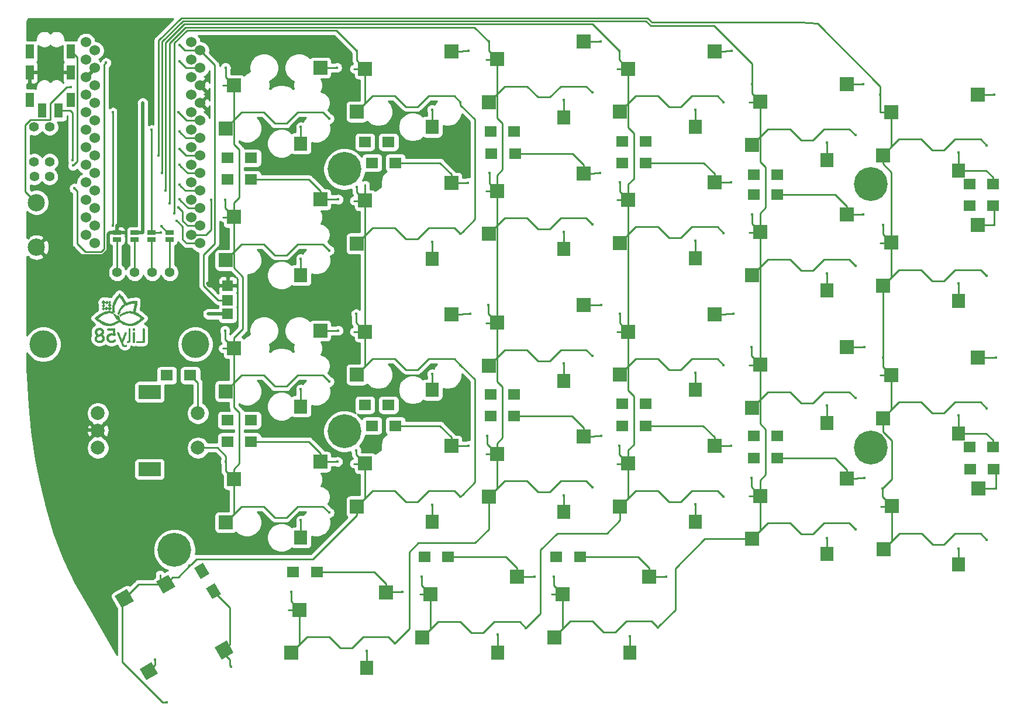
<source format=gbr>
G04 #@! TF.GenerationSoftware,KiCad,Pcbnew,(5.1.12)-1*
G04 #@! TF.CreationDate,2021-12-11T09:13:36+00:00*
G04 #@! TF.ProjectId,Lily58_Pro,4c696c79-3538-45f5-9072-6f2e6b696361,rev?*
G04 #@! TF.SameCoordinates,Original*
G04 #@! TF.FileFunction,Copper,L2,Bot*
G04 #@! TF.FilePolarity,Positive*
%FSLAX46Y46*%
G04 Gerber Fmt 4.6, Leading zero omitted, Abs format (unit mm)*
G04 Created by KiCad (PCBNEW (5.1.12)-1) date 2021-12-11 09:13:36*
%MOMM*%
%LPD*%
G01*
G04 APERTURE LIST*
G04 #@! TA.AperFunction,EtchedComponent*
%ADD10C,0.010000*%
G04 #@! TD*
G04 #@! TA.AperFunction,SMDPad,CuDef*
%ADD11R,2.000000X2.000000*%
G04 #@! TD*
G04 #@! TA.AperFunction,SMDPad,CuDef*
%ADD12R,1.900000X2.000000*%
G04 #@! TD*
G04 #@! TA.AperFunction,SMDPad,CuDef*
%ADD13C,0.100000*%
G04 #@! TD*
G04 #@! TA.AperFunction,ComponentPad*
%ADD14C,2.000000*%
G04 #@! TD*
G04 #@! TA.AperFunction,ComponentPad*
%ADD15R,3.200000X2.000000*%
G04 #@! TD*
G04 #@! TA.AperFunction,ComponentPad*
%ADD16R,1.200000X2.100000*%
G04 #@! TD*
G04 #@! TA.AperFunction,ComponentPad*
%ADD17R,1.524000X1.524000*%
G04 #@! TD*
G04 #@! TA.AperFunction,ComponentPad*
%ADD18C,1.524000*%
G04 #@! TD*
G04 #@! TA.AperFunction,ComponentPad*
%ADD19C,4.900000*%
G04 #@! TD*
G04 #@! TA.AperFunction,ComponentPad*
%ADD20C,1.397000*%
G04 #@! TD*
G04 #@! TA.AperFunction,SMDPad,CuDef*
%ADD21R,1.143000X0.635000*%
G04 #@! TD*
G04 #@! TA.AperFunction,ComponentPad*
%ADD22C,2.500000*%
G04 #@! TD*
G04 #@! TA.AperFunction,ComponentPad*
%ADD23R,1.800000X1.500000*%
G04 #@! TD*
G04 #@! TA.AperFunction,ComponentPad*
%ADD24C,0.100000*%
G04 #@! TD*
G04 #@! TA.AperFunction,ComponentPad*
%ADD25C,4.000000*%
G04 #@! TD*
G04 #@! TA.AperFunction,ViaPad*
%ADD26C,0.400000*%
G04 #@! TD*
G04 #@! TA.AperFunction,Conductor*
%ADD27C,0.250000*%
G04 #@! TD*
G04 #@! TA.AperFunction,Conductor*
%ADD28C,0.500000*%
G04 #@! TD*
G04 #@! TA.AperFunction,Conductor*
%ADD29C,0.254000*%
G04 #@! TD*
G04 #@! TA.AperFunction,Conductor*
%ADD30C,0.100000*%
G04 #@! TD*
G04 APERTURE END LIST*
D10*
G36*
X95581286Y-78718254D02*
G01*
X95565351Y-78731799D01*
X95543905Y-78751725D01*
X95519088Y-78775864D01*
X95493040Y-78802048D01*
X95467899Y-78828110D01*
X95445806Y-78851883D01*
X95428899Y-78871197D01*
X95419319Y-78883887D01*
X95417943Y-78887146D01*
X95422855Y-78895635D01*
X95436172Y-78911893D01*
X95455759Y-78933742D01*
X95479486Y-78959004D01*
X95505219Y-78985500D01*
X95530828Y-79011052D01*
X95554178Y-79033481D01*
X95573138Y-79050610D01*
X95585576Y-79060260D01*
X95588712Y-79061600D01*
X95596002Y-79056697D01*
X95611610Y-79043118D01*
X95633701Y-79022562D01*
X95660440Y-78996725D01*
X95682540Y-78974803D01*
X95769111Y-78888006D01*
X95682813Y-78800632D01*
X95653922Y-78771777D01*
X95628307Y-78746940D01*
X95607785Y-78727824D01*
X95594174Y-78716131D01*
X95589572Y-78713257D01*
X95581286Y-78718254D01*
G37*
X95581286Y-78718254D02*
X95565351Y-78731799D01*
X95543905Y-78751725D01*
X95519088Y-78775864D01*
X95493040Y-78802048D01*
X95467899Y-78828110D01*
X95445806Y-78851883D01*
X95428899Y-78871197D01*
X95419319Y-78883887D01*
X95417943Y-78887146D01*
X95422855Y-78895635D01*
X95436172Y-78911893D01*
X95455759Y-78933742D01*
X95479486Y-78959004D01*
X95505219Y-78985500D01*
X95530828Y-79011052D01*
X95554178Y-79033481D01*
X95573138Y-79050610D01*
X95585576Y-79060260D01*
X95588712Y-79061600D01*
X95596002Y-79056697D01*
X95611610Y-79043118D01*
X95633701Y-79022562D01*
X95660440Y-78996725D01*
X95682540Y-78974803D01*
X95769111Y-78888006D01*
X95682813Y-78800632D01*
X95653922Y-78771777D01*
X95628307Y-78746940D01*
X95607785Y-78727824D01*
X95594174Y-78716131D01*
X95589572Y-78713257D01*
X95581286Y-78718254D01*
G36*
X95177512Y-78689154D02*
G01*
X95161395Y-78702669D01*
X95139093Y-78722884D01*
X95112525Y-78747910D01*
X95083610Y-78775854D01*
X95054267Y-78804829D01*
X95026414Y-78832943D01*
X95001972Y-78858306D01*
X94982858Y-78879028D01*
X94970991Y-78893219D01*
X94968000Y-78898499D01*
X94972939Y-78905816D01*
X94986491Y-78921244D01*
X95006757Y-78942888D01*
X95031835Y-78968850D01*
X95059827Y-78997234D01*
X95088833Y-79026144D01*
X95116954Y-79053684D01*
X95142289Y-79077957D01*
X95162939Y-79097067D01*
X95177005Y-79109117D01*
X95182270Y-79112400D01*
X95189386Y-79107482D01*
X95205020Y-79093761D01*
X95227514Y-79072787D01*
X95255214Y-79046110D01*
X95286465Y-79015279D01*
X95292851Y-79008895D01*
X95324315Y-78976855D01*
X95351918Y-78947754D01*
X95374103Y-78923315D01*
X95389314Y-78905260D01*
X95395994Y-78895313D01*
X95396171Y-78894498D01*
X95391171Y-78885843D01*
X95377473Y-78869274D01*
X95357028Y-78846741D01*
X95331787Y-78820190D01*
X95303702Y-78791570D01*
X95274725Y-78762830D01*
X95246807Y-78735916D01*
X95221899Y-78712778D01*
X95201953Y-78695362D01*
X95188921Y-78685618D01*
X95185526Y-78684229D01*
X95177512Y-78689154D01*
G37*
X95177512Y-78689154D02*
X95161395Y-78702669D01*
X95139093Y-78722884D01*
X95112525Y-78747910D01*
X95083610Y-78775854D01*
X95054267Y-78804829D01*
X95026414Y-78832943D01*
X95001972Y-78858306D01*
X94982858Y-78879028D01*
X94970991Y-78893219D01*
X94968000Y-78898499D01*
X94972939Y-78905816D01*
X94986491Y-78921244D01*
X95006757Y-78942888D01*
X95031835Y-78968850D01*
X95059827Y-78997234D01*
X95088833Y-79026144D01*
X95116954Y-79053684D01*
X95142289Y-79077957D01*
X95162939Y-79097067D01*
X95177005Y-79109117D01*
X95182270Y-79112400D01*
X95189386Y-79107482D01*
X95205020Y-79093761D01*
X95227514Y-79072787D01*
X95255214Y-79046110D01*
X95286465Y-79015279D01*
X95292851Y-79008895D01*
X95324315Y-78976855D01*
X95351918Y-78947754D01*
X95374103Y-78923315D01*
X95389314Y-78905260D01*
X95395994Y-78895313D01*
X95396171Y-78894498D01*
X95391171Y-78885843D01*
X95377473Y-78869274D01*
X95357028Y-78846741D01*
X95331787Y-78820190D01*
X95303702Y-78791570D01*
X95274725Y-78762830D01*
X95246807Y-78735916D01*
X95221899Y-78712778D01*
X95201953Y-78695362D01*
X95188921Y-78685618D01*
X95185526Y-78684229D01*
X95177512Y-78689154D01*
G36*
X94683741Y-78645682D02*
G01*
X94667230Y-78659495D01*
X94644296Y-78680368D01*
X94616696Y-78706539D01*
X94586188Y-78736249D01*
X94554529Y-78767739D01*
X94523477Y-78799248D01*
X94494788Y-78829017D01*
X94470222Y-78855287D01*
X94451535Y-78876297D01*
X94440485Y-78890288D01*
X94438228Y-78894844D01*
X94443224Y-78903174D01*
X94457038Y-78919684D01*
X94477910Y-78942618D01*
X94504081Y-78970218D01*
X94533792Y-79000726D01*
X94565281Y-79032385D01*
X94596791Y-79063438D01*
X94626560Y-79092126D01*
X94652829Y-79116692D01*
X94673839Y-79135379D01*
X94687830Y-79146430D01*
X94692386Y-79148686D01*
X94700395Y-79143739D01*
X94716997Y-79129853D01*
X94740630Y-79108462D01*
X94769736Y-79080999D01*
X94802754Y-79048900D01*
X94824751Y-79027051D01*
X94858983Y-78992332D01*
X94889481Y-78960551D01*
X94914813Y-78933272D01*
X94933547Y-78912055D01*
X94944252Y-78898463D01*
X94946228Y-78894528D01*
X94941233Y-78886198D01*
X94927419Y-78869688D01*
X94906546Y-78846754D01*
X94880375Y-78819154D01*
X94850665Y-78788646D01*
X94819175Y-78756987D01*
X94787666Y-78725934D01*
X94757897Y-78697246D01*
X94731628Y-78672680D01*
X94710618Y-78653993D01*
X94696627Y-78642942D01*
X94692070Y-78640686D01*
X94683741Y-78645682D01*
G37*
X94683741Y-78645682D02*
X94667230Y-78659495D01*
X94644296Y-78680368D01*
X94616696Y-78706539D01*
X94586188Y-78736249D01*
X94554529Y-78767739D01*
X94523477Y-78799248D01*
X94494788Y-78829017D01*
X94470222Y-78855287D01*
X94451535Y-78876297D01*
X94440485Y-78890288D01*
X94438228Y-78894844D01*
X94443224Y-78903174D01*
X94457038Y-78919684D01*
X94477910Y-78942618D01*
X94504081Y-78970218D01*
X94533792Y-79000726D01*
X94565281Y-79032385D01*
X94596791Y-79063438D01*
X94626560Y-79092126D01*
X94652829Y-79116692D01*
X94673839Y-79135379D01*
X94687830Y-79146430D01*
X94692386Y-79148686D01*
X94700395Y-79143739D01*
X94716997Y-79129853D01*
X94740630Y-79108462D01*
X94769736Y-79080999D01*
X94802754Y-79048900D01*
X94824751Y-79027051D01*
X94858983Y-78992332D01*
X94889481Y-78960551D01*
X94914813Y-78933272D01*
X94933547Y-78912055D01*
X94944252Y-78898463D01*
X94946228Y-78894528D01*
X94941233Y-78886198D01*
X94927419Y-78869688D01*
X94906546Y-78846754D01*
X94880375Y-78819154D01*
X94850665Y-78788646D01*
X94819175Y-78756987D01*
X94787666Y-78725934D01*
X94757897Y-78697246D01*
X94731628Y-78672680D01*
X94710618Y-78653993D01*
X94696627Y-78642942D01*
X94692070Y-78640686D01*
X94683741Y-78645682D01*
G36*
X95580685Y-79088372D02*
G01*
X95564898Y-79102093D01*
X95543011Y-79122618D01*
X95516910Y-79148027D01*
X95488481Y-79176404D01*
X95459611Y-79205829D01*
X95432186Y-79234385D01*
X95408091Y-79260153D01*
X95389214Y-79281215D01*
X95377439Y-79295654D01*
X95374400Y-79301086D01*
X95379317Y-79309019D01*
X95392809Y-79325073D01*
X95412992Y-79347331D01*
X95437978Y-79373875D01*
X95465881Y-79402785D01*
X95494816Y-79432145D01*
X95522896Y-79460035D01*
X95548235Y-79484538D01*
X95568946Y-79503735D01*
X95583144Y-79515709D01*
X95588485Y-79518800D01*
X95595277Y-79513913D01*
X95610664Y-79500277D01*
X95633005Y-79479431D01*
X95660657Y-79452912D01*
X95691977Y-79422258D01*
X95698595Y-79415710D01*
X95730250Y-79383774D01*
X95758022Y-79354705D01*
X95780346Y-79330227D01*
X95795657Y-79312066D01*
X95802391Y-79301946D01*
X95802571Y-79301086D01*
X95797654Y-79293153D01*
X95784162Y-79277098D01*
X95763979Y-79254840D01*
X95738993Y-79228297D01*
X95711090Y-79199387D01*
X95682155Y-79170027D01*
X95654075Y-79142137D01*
X95628736Y-79117634D01*
X95608025Y-79098436D01*
X95593827Y-79086463D01*
X95588485Y-79083372D01*
X95580685Y-79088372D01*
G37*
X95580685Y-79088372D02*
X95564898Y-79102093D01*
X95543011Y-79122618D01*
X95516910Y-79148027D01*
X95488481Y-79176404D01*
X95459611Y-79205829D01*
X95432186Y-79234385D01*
X95408091Y-79260153D01*
X95389214Y-79281215D01*
X95377439Y-79295654D01*
X95374400Y-79301086D01*
X95379317Y-79309019D01*
X95392809Y-79325073D01*
X95412992Y-79347331D01*
X95437978Y-79373875D01*
X95465881Y-79402785D01*
X95494816Y-79432145D01*
X95522896Y-79460035D01*
X95548235Y-79484538D01*
X95568946Y-79503735D01*
X95583144Y-79515709D01*
X95588485Y-79518800D01*
X95595277Y-79513913D01*
X95610664Y-79500277D01*
X95633005Y-79479431D01*
X95660657Y-79452912D01*
X95691977Y-79422258D01*
X95698595Y-79415710D01*
X95730250Y-79383774D01*
X95758022Y-79354705D01*
X95780346Y-79330227D01*
X95795657Y-79312066D01*
X95802391Y-79301946D01*
X95802571Y-79301086D01*
X95797654Y-79293153D01*
X95784162Y-79277098D01*
X95763979Y-79254840D01*
X95738993Y-79228297D01*
X95711090Y-79199387D01*
X95682155Y-79170027D01*
X95654075Y-79142137D01*
X95628736Y-79117634D01*
X95608025Y-79098436D01*
X95593827Y-79086463D01*
X95588485Y-79083372D01*
X95580685Y-79088372D01*
G36*
X94587032Y-79272025D02*
G01*
X94555231Y-79304289D01*
X94527286Y-79333635D01*
X94504742Y-79358358D01*
X94489145Y-79376752D01*
X94482041Y-79387111D01*
X94481771Y-79388175D01*
X94486771Y-79396868D01*
X94500468Y-79413473D01*
X94520912Y-79436042D01*
X94546151Y-79462625D01*
X94574235Y-79491273D01*
X94603212Y-79520036D01*
X94631131Y-79546965D01*
X94656040Y-79570110D01*
X94675990Y-79587522D01*
X94689028Y-79597252D01*
X94692416Y-79598629D01*
X94700634Y-79593691D01*
X94717282Y-79579907D01*
X94740660Y-79558823D01*
X94769064Y-79531984D01*
X94800792Y-79500936D01*
X94808375Y-79493368D01*
X94913448Y-79388107D01*
X94802870Y-79277530D01*
X94692293Y-79166952D01*
X94587032Y-79272025D01*
G37*
X94587032Y-79272025D02*
X94555231Y-79304289D01*
X94527286Y-79333635D01*
X94504742Y-79358358D01*
X94489145Y-79376752D01*
X94482041Y-79387111D01*
X94481771Y-79388175D01*
X94486771Y-79396868D01*
X94500468Y-79413473D01*
X94520912Y-79436042D01*
X94546151Y-79462625D01*
X94574235Y-79491273D01*
X94603212Y-79520036D01*
X94631131Y-79546965D01*
X94656040Y-79570110D01*
X94675990Y-79587522D01*
X94689028Y-79597252D01*
X94692416Y-79598629D01*
X94700634Y-79593691D01*
X94717282Y-79579907D01*
X94740660Y-79558823D01*
X94769064Y-79531984D01*
X94800792Y-79500936D01*
X94808375Y-79493368D01*
X94913448Y-79388107D01*
X94802870Y-79277530D01*
X94692293Y-79166952D01*
X94587032Y-79272025D01*
G36*
X94683661Y-79632567D02*
G01*
X94667542Y-79645874D01*
X94645815Y-79665447D01*
X94620653Y-79689154D01*
X94594232Y-79714861D01*
X94568726Y-79740437D01*
X94546310Y-79763750D01*
X94529158Y-79782668D01*
X94519446Y-79795058D01*
X94518057Y-79798205D01*
X94522897Y-79805111D01*
X94536041Y-79820048D01*
X94555425Y-79840911D01*
X94578984Y-79865591D01*
X94604655Y-79891982D01*
X94630374Y-79917977D01*
X94654077Y-79941469D01*
X94673699Y-79960350D01*
X94687176Y-79972515D01*
X94692228Y-79976000D01*
X94698378Y-79971119D01*
X94712953Y-79957611D01*
X94734180Y-79937175D01*
X94760287Y-79911511D01*
X94781242Y-79890620D01*
X94809615Y-79861755D01*
X94833982Y-79836170D01*
X94852635Y-79815722D01*
X94863867Y-79802270D01*
X94866400Y-79797973D01*
X94861381Y-79789773D01*
X94847778Y-79773965D01*
X94827768Y-79752676D01*
X94803532Y-79728033D01*
X94777249Y-79702166D01*
X94751096Y-79677202D01*
X94727254Y-79655268D01*
X94707901Y-79638493D01*
X94695217Y-79629005D01*
X94691996Y-79627657D01*
X94683661Y-79632567D01*
G37*
X94683661Y-79632567D02*
X94667542Y-79645874D01*
X94645815Y-79665447D01*
X94620653Y-79689154D01*
X94594232Y-79714861D01*
X94568726Y-79740437D01*
X94546310Y-79763750D01*
X94529158Y-79782668D01*
X94519446Y-79795058D01*
X94518057Y-79798205D01*
X94522897Y-79805111D01*
X94536041Y-79820048D01*
X94555425Y-79840911D01*
X94578984Y-79865591D01*
X94604655Y-79891982D01*
X94630374Y-79917977D01*
X94654077Y-79941469D01*
X94673699Y-79960350D01*
X94687176Y-79972515D01*
X94692228Y-79976000D01*
X94698378Y-79971119D01*
X94712953Y-79957611D01*
X94734180Y-79937175D01*
X94760287Y-79911511D01*
X94781242Y-79890620D01*
X94809615Y-79861755D01*
X94833982Y-79836170D01*
X94852635Y-79815722D01*
X94863867Y-79802270D01*
X94866400Y-79797973D01*
X94861381Y-79789773D01*
X94847778Y-79773965D01*
X94827768Y-79752676D01*
X94803532Y-79728033D01*
X94777249Y-79702166D01*
X94751096Y-79677202D01*
X94727254Y-79655268D01*
X94707901Y-79638493D01*
X94695217Y-79629005D01*
X94691996Y-79627657D01*
X94683661Y-79632567D01*
G36*
X95086884Y-79582775D02*
G01*
X95077213Y-79590344D01*
X95060042Y-79605996D01*
X95037278Y-79627796D01*
X95010831Y-79653806D01*
X94982610Y-79682093D01*
X94954523Y-79710719D01*
X94928479Y-79737750D01*
X94906387Y-79761250D01*
X94890157Y-79779283D01*
X94881696Y-79789913D01*
X94880914Y-79791639D01*
X94885923Y-79799418D01*
X94899669Y-79815166D01*
X94920230Y-79836998D01*
X94945681Y-79863033D01*
X94974101Y-79891386D01*
X95003567Y-79920176D01*
X95032156Y-79947518D01*
X95057945Y-79971531D01*
X95079011Y-79990332D01*
X95093432Y-80002036D01*
X95098816Y-80005029D01*
X95107116Y-80000094D01*
X95123783Y-79986350D01*
X95147060Y-79965383D01*
X95175189Y-79938783D01*
X95206411Y-79908136D01*
X95209397Y-79905149D01*
X95240279Y-79873670D01*
X95267269Y-79845130D01*
X95288783Y-79821290D01*
X95303236Y-79803911D01*
X95309041Y-79794754D01*
X95309085Y-79794384D01*
X95304148Y-79786152D01*
X95290372Y-79769500D01*
X95269309Y-79746140D01*
X95242513Y-79717784D01*
X95211536Y-79686145D01*
X95204812Y-79679411D01*
X95168881Y-79643787D01*
X95141592Y-79617447D01*
X95121519Y-79599222D01*
X95107236Y-79587943D01*
X95097316Y-79582440D01*
X95090332Y-79581546D01*
X95086884Y-79582775D01*
G37*
X95086884Y-79582775D02*
X95077213Y-79590344D01*
X95060042Y-79605996D01*
X95037278Y-79627796D01*
X95010831Y-79653806D01*
X94982610Y-79682093D01*
X94954523Y-79710719D01*
X94928479Y-79737750D01*
X94906387Y-79761250D01*
X94890157Y-79779283D01*
X94881696Y-79789913D01*
X94880914Y-79791639D01*
X94885923Y-79799418D01*
X94899669Y-79815166D01*
X94920230Y-79836998D01*
X94945681Y-79863033D01*
X94974101Y-79891386D01*
X95003567Y-79920176D01*
X95032156Y-79947518D01*
X95057945Y-79971531D01*
X95079011Y-79990332D01*
X95093432Y-80002036D01*
X95098816Y-80005029D01*
X95107116Y-80000094D01*
X95123783Y-79986350D01*
X95147060Y-79965383D01*
X95175189Y-79938783D01*
X95206411Y-79908136D01*
X95209397Y-79905149D01*
X95240279Y-79873670D01*
X95267269Y-79845130D01*
X95288783Y-79821290D01*
X95303236Y-79803911D01*
X95309041Y-79794754D01*
X95309085Y-79794384D01*
X95304148Y-79786152D01*
X95290372Y-79769500D01*
X95269309Y-79746140D01*
X95242513Y-79717784D01*
X95211536Y-79686145D01*
X95204812Y-79679411D01*
X95168881Y-79643787D01*
X95141592Y-79617447D01*
X95121519Y-79599222D01*
X95107236Y-79587943D01*
X95097316Y-79582440D01*
X95090332Y-79581546D01*
X95086884Y-79582775D01*
G36*
X95578652Y-79545629D02*
G01*
X95560837Y-79559599D01*
X95536841Y-79580676D01*
X95508468Y-79607055D01*
X95477521Y-79636931D01*
X95445805Y-79668500D01*
X95415123Y-79699956D01*
X95387279Y-79729495D01*
X95364076Y-79755312D01*
X95347319Y-79775601D01*
X95338810Y-79788558D01*
X95338114Y-79791103D01*
X95343091Y-79800099D01*
X95356856Y-79817274D01*
X95377657Y-79840851D01*
X95403743Y-79869052D01*
X95433364Y-79900099D01*
X95464767Y-79932215D01*
X95496204Y-79963620D01*
X95525921Y-79992538D01*
X95552169Y-80017191D01*
X95573196Y-80035801D01*
X95587252Y-80046590D01*
X95591695Y-80048572D01*
X95599597Y-80043649D01*
X95616110Y-80029845D01*
X95639650Y-80008610D01*
X95668630Y-79981392D01*
X95701465Y-79949640D01*
X95720425Y-79930936D01*
X95754572Y-79896613D01*
X95785252Y-79865008D01*
X95810935Y-79837761D01*
X95830089Y-79816510D01*
X95841186Y-79802896D01*
X95843269Y-79799361D01*
X95842608Y-79792635D01*
X95836682Y-79782045D01*
X95824504Y-79766450D01*
X95805086Y-79744708D01*
X95777441Y-79715674D01*
X95740581Y-79678208D01*
X95725426Y-79662997D01*
X95682251Y-79620399D01*
X95646342Y-79586297D01*
X95618325Y-79561252D01*
X95598826Y-79545824D01*
X95588483Y-79540572D01*
X95578652Y-79545629D01*
G37*
X95578652Y-79545629D02*
X95560837Y-79559599D01*
X95536841Y-79580676D01*
X95508468Y-79607055D01*
X95477521Y-79636931D01*
X95445805Y-79668500D01*
X95415123Y-79699956D01*
X95387279Y-79729495D01*
X95364076Y-79755312D01*
X95347319Y-79775601D01*
X95338810Y-79788558D01*
X95338114Y-79791103D01*
X95343091Y-79800099D01*
X95356856Y-79817274D01*
X95377657Y-79840851D01*
X95403743Y-79869052D01*
X95433364Y-79900099D01*
X95464767Y-79932215D01*
X95496204Y-79963620D01*
X95525921Y-79992538D01*
X95552169Y-80017191D01*
X95573196Y-80035801D01*
X95587252Y-80046590D01*
X95591695Y-80048572D01*
X95599597Y-80043649D01*
X95616110Y-80029845D01*
X95639650Y-80008610D01*
X95668630Y-79981392D01*
X95701465Y-79949640D01*
X95720425Y-79930936D01*
X95754572Y-79896613D01*
X95785252Y-79865008D01*
X95810935Y-79837761D01*
X95830089Y-79816510D01*
X95841186Y-79802896D01*
X95843269Y-79799361D01*
X95842608Y-79792635D01*
X95836682Y-79782045D01*
X95824504Y-79766450D01*
X95805086Y-79744708D01*
X95777441Y-79715674D01*
X95740581Y-79678208D01*
X95725426Y-79662997D01*
X95682251Y-79620399D01*
X95646342Y-79586297D01*
X95618325Y-79561252D01*
X95598826Y-79545824D01*
X95588483Y-79540572D01*
X95578652Y-79545629D01*
G36*
X96921908Y-77751737D02*
G01*
X96762547Y-77924566D01*
X96613573Y-78107516D01*
X96475052Y-78300510D01*
X96451511Y-78335886D01*
X96343276Y-78510990D01*
X96249358Y-78685431D01*
X96169770Y-78859143D01*
X96104525Y-79032061D01*
X96053637Y-79204120D01*
X96017120Y-79375255D01*
X95994987Y-79545400D01*
X95987252Y-79714491D01*
X95993928Y-79882461D01*
X96015030Y-80049247D01*
X96050569Y-80214782D01*
X96056007Y-80235307D01*
X96064315Y-80266015D01*
X96135684Y-80288187D01*
X96174179Y-80300605D01*
X96215304Y-80314604D01*
X96252098Y-80327792D01*
X96263443Y-80332074D01*
X96289677Y-80341593D01*
X96310399Y-80348019D01*
X96322215Y-80350342D01*
X96323601Y-80350018D01*
X96323326Y-80341867D01*
X96319439Y-80323177D01*
X96312682Y-80297250D01*
X96308482Y-80282681D01*
X96270212Y-80131041D01*
X96245758Y-79979808D01*
X96235167Y-79828558D01*
X96238488Y-79676867D01*
X96255770Y-79524312D01*
X96287060Y-79370470D01*
X96332407Y-79214917D01*
X96391859Y-79057230D01*
X96465465Y-78896984D01*
X96467042Y-78893830D01*
X96506267Y-78817413D01*
X96543619Y-78749153D01*
X96582212Y-78683686D01*
X96625160Y-78615649D01*
X96654062Y-78571743D01*
X96723204Y-78472108D01*
X96798994Y-78370248D01*
X96877857Y-78270757D01*
X96956223Y-78178225D01*
X96987191Y-78143572D01*
X97020192Y-78107286D01*
X97036297Y-78121800D01*
X97050449Y-78136124D01*
X97071852Y-78159789D01*
X97098778Y-78190733D01*
X97129496Y-78226896D01*
X97162278Y-78266216D01*
X97195392Y-78306632D01*
X97227110Y-78346084D01*
X97255702Y-78382509D01*
X97262522Y-78391376D01*
X97331453Y-78485384D01*
X97400239Y-78586549D01*
X97465221Y-78689297D01*
X97521506Y-78785829D01*
X97543533Y-78826703D01*
X97566606Y-78871650D01*
X97589898Y-78918830D01*
X97612580Y-78966404D01*
X97633826Y-79012533D01*
X97652808Y-79055378D01*
X97668697Y-79093098D01*
X97680667Y-79123856D01*
X97687890Y-79145811D01*
X97689537Y-79157125D01*
X97689006Y-79158057D01*
X97682045Y-79162963D01*
X97665794Y-79174245D01*
X97642919Y-79190055D01*
X97624114Y-79203019D01*
X97492716Y-79302253D01*
X97370449Y-79412682D01*
X97257293Y-79534335D01*
X97153229Y-79667238D01*
X97058238Y-79811419D01*
X96972301Y-79966904D01*
X96895399Y-80133722D01*
X96827512Y-80311899D01*
X96811159Y-80360629D01*
X96797100Y-80404294D01*
X96783987Y-80446148D01*
X96772776Y-80483056D01*
X96764422Y-80511882D01*
X96760391Y-80527215D01*
X96755505Y-80550207D01*
X96754801Y-80563318D01*
X96758573Y-80570652D01*
X96763768Y-80574387D01*
X96774432Y-80581046D01*
X96794552Y-80593846D01*
X96821399Y-80611041D01*
X96852242Y-80630887D01*
X96857377Y-80634200D01*
X96887523Y-80653100D01*
X96913231Y-80668176D01*
X96932136Y-80678117D01*
X96941873Y-80681614D01*
X96942566Y-80681371D01*
X96946229Y-80672480D01*
X96952375Y-80653057D01*
X96959913Y-80626641D01*
X96963148Y-80614629D01*
X97010296Y-80456769D01*
X97066363Y-80304840D01*
X97130692Y-80160033D01*
X97202624Y-80023537D01*
X97281500Y-79896544D01*
X97366663Y-79780243D01*
X97457452Y-79675824D01*
X97513158Y-79620490D01*
X97632074Y-79518720D01*
X97761849Y-79426255D01*
X97902527Y-79343079D01*
X98054154Y-79269174D01*
X98216775Y-79204526D01*
X98390436Y-79149117D01*
X98575180Y-79102930D01*
X98771055Y-79065951D01*
X98978104Y-79038161D01*
X99165406Y-79021582D01*
X99229869Y-79017144D01*
X99224829Y-79099243D01*
X99205247Y-79319541D01*
X99174058Y-79531254D01*
X99131221Y-79734564D01*
X99076693Y-79929656D01*
X99010433Y-80116713D01*
X98975468Y-80201349D01*
X98961176Y-80234383D01*
X98864145Y-80218053D01*
X98699162Y-80197264D01*
X98533849Y-80190430D01*
X98367979Y-80197599D01*
X98201324Y-80218820D01*
X98033654Y-80254143D01*
X97864743Y-80303616D01*
X97694361Y-80367288D01*
X97522280Y-80445208D01*
X97348273Y-80537425D01*
X97332609Y-80546371D01*
X97290312Y-80571205D01*
X97245647Y-80598365D01*
X97200663Y-80626511D01*
X97157410Y-80654303D01*
X97117937Y-80680401D01*
X97084293Y-80703466D01*
X97058527Y-80722157D01*
X97042687Y-80735137D01*
X97040505Y-80737347D01*
X97034204Y-80745277D01*
X97032838Y-80752678D01*
X97037659Y-80762659D01*
X97049918Y-80778327D01*
X97063310Y-80794013D01*
X97086219Y-80822060D01*
X97109796Y-80853182D01*
X97126618Y-80877214D01*
X97153810Y-80918457D01*
X97220993Y-80871941D01*
X97358992Y-80782626D01*
X97502026Y-80701950D01*
X97648322Y-80630626D01*
X97796109Y-80569369D01*
X97943613Y-80518895D01*
X98089064Y-80479917D01*
X98230690Y-80453150D01*
X98273628Y-80447433D01*
X98329853Y-80442587D01*
X98395797Y-80439904D01*
X98466835Y-80439340D01*
X98538338Y-80440854D01*
X98605683Y-80444403D01*
X98664241Y-80449944D01*
X98673221Y-80451112D01*
X98828826Y-80479299D01*
X98986462Y-80521459D01*
X99145510Y-80577298D01*
X99305349Y-80646520D01*
X99465360Y-80728828D01*
X99624924Y-80823927D01*
X99783420Y-80931522D01*
X99940229Y-81051315D01*
X99954243Y-81062689D01*
X99989713Y-81091936D01*
X100025558Y-81122043D01*
X100058295Y-81150051D01*
X100084443Y-81172998D01*
X100091543Y-81179423D01*
X100138714Y-81222648D01*
X100120571Y-81242465D01*
X100093013Y-81270038D01*
X100055232Y-81304115D01*
X100009125Y-81343214D01*
X99956587Y-81385854D01*
X99899516Y-81430552D01*
X99839808Y-81475827D01*
X99779359Y-81520196D01*
X99720067Y-81562179D01*
X99663827Y-81600293D01*
X99656114Y-81605361D01*
X99505598Y-81698671D01*
X99358810Y-81778990D01*
X99214321Y-81846897D01*
X99070706Y-81902970D01*
X98926536Y-81947787D01*
X98780385Y-81981926D01*
X98685872Y-81998329D01*
X98631307Y-82004546D01*
X98566449Y-82008662D01*
X98495366Y-82010683D01*
X98422125Y-82010612D01*
X98350793Y-82008454D01*
X98285440Y-82004211D01*
X98230131Y-81997888D01*
X98230085Y-81997881D01*
X98074248Y-81967633D01*
X97916109Y-81923613D01*
X97756602Y-81866201D01*
X97596661Y-81795775D01*
X97437220Y-81712711D01*
X97279213Y-81617390D01*
X97261505Y-81605874D01*
X97201811Y-81564120D01*
X97154119Y-81524568D01*
X97116490Y-81485387D01*
X97086982Y-81444748D01*
X97082232Y-81436880D01*
X97057692Y-81385384D01*
X97038673Y-81326070D01*
X97027063Y-81265176D01*
X97025473Y-81249629D01*
X97020011Y-81194267D01*
X97013157Y-81149535D01*
X97004008Y-81111557D01*
X96991663Y-81076455D01*
X96978198Y-81046429D01*
X96960500Y-81013783D01*
X96939501Y-80980720D01*
X96919310Y-80953634D01*
X96916412Y-80950263D01*
X96899235Y-80933328D01*
X96875094Y-80912859D01*
X96846252Y-80890413D01*
X96814975Y-80867553D01*
X96783526Y-80845837D01*
X96754171Y-80826826D01*
X96729174Y-80812080D01*
X96710799Y-80803158D01*
X96701311Y-80801622D01*
X96701005Y-80801864D01*
X96696653Y-80813442D01*
X96693367Y-80836330D01*
X96691206Y-80867359D01*
X96690226Y-80903362D01*
X96690485Y-80941169D01*
X96692041Y-80977612D01*
X96694949Y-81009522D01*
X96696996Y-81023164D01*
X96707142Y-81079727D01*
X96690766Y-81059449D01*
X96676206Y-81039532D01*
X96656119Y-81009395D01*
X96632010Y-80971517D01*
X96605386Y-80928374D01*
X96577757Y-80882441D01*
X96550628Y-80836195D01*
X96525506Y-80792114D01*
X96503900Y-80752672D01*
X96502885Y-80750765D01*
X96452085Y-80655132D01*
X96380913Y-80623360D01*
X96348628Y-80609333D01*
X96312691Y-80594345D01*
X96275592Y-80579359D01*
X96239823Y-80565340D01*
X96207876Y-80553250D01*
X96182241Y-80544053D01*
X96165411Y-80538712D01*
X96159904Y-80537905D01*
X96161007Y-80546182D01*
X96168090Y-80565445D01*
X96180269Y-80593894D01*
X96196658Y-80629728D01*
X96216372Y-80671146D01*
X96238527Y-80716347D01*
X96262236Y-80763530D01*
X96286616Y-80810894D01*
X96310780Y-80856638D01*
X96333844Y-80898961D01*
X96354922Y-80936062D01*
X96358976Y-80942959D01*
X96410394Y-81027633D01*
X96457562Y-81100219D01*
X96501754Y-81162048D01*
X96544243Y-81214455D01*
X96586303Y-81258773D01*
X96629208Y-81296334D01*
X96674230Y-81328472D01*
X96722644Y-81356520D01*
X96775723Y-81381812D01*
X96779917Y-81383630D01*
X96809377Y-81396572D01*
X96828478Y-81406355D01*
X96840224Y-81415493D01*
X96847615Y-81426497D01*
X96853655Y-81441881D01*
X96855316Y-81446735D01*
X96864920Y-81472667D01*
X96875101Y-81496745D01*
X96879010Y-81504846D01*
X96886050Y-81520570D01*
X96885019Y-81530470D01*
X96875094Y-81541297D01*
X96874499Y-81541846D01*
X96862616Y-81551165D01*
X96841276Y-81566361D01*
X96813261Y-81585507D01*
X96781354Y-81606677D01*
X96773340Y-81611900D01*
X96610529Y-81710700D01*
X96447054Y-81796137D01*
X96283438Y-81868002D01*
X96120204Y-81926086D01*
X95957873Y-81970177D01*
X95813457Y-81997651D01*
X95762562Y-82003557D01*
X95701694Y-82007783D01*
X95634832Y-82010292D01*
X95565954Y-82011045D01*
X95499041Y-82010007D01*
X95438071Y-82007139D01*
X95387023Y-82002404D01*
X95381657Y-82001695D01*
X95219099Y-81972295D01*
X95055553Y-81928745D01*
X94891757Y-81871306D01*
X94728448Y-81800241D01*
X94566363Y-81715810D01*
X94549904Y-81706444D01*
X94458922Y-81651715D01*
X94363971Y-81589946D01*
X94268071Y-81523346D01*
X94174241Y-81454125D01*
X94085499Y-81384494D01*
X94004865Y-81316662D01*
X93952000Y-81268745D01*
X93904828Y-81224318D01*
X93941114Y-81190483D01*
X93973807Y-81161038D01*
X94014968Y-81125547D01*
X94061425Y-81086629D01*
X94110003Y-81046905D01*
X94157528Y-81008994D01*
X94200825Y-80975516D01*
X94209628Y-80968885D01*
X94366167Y-80858308D01*
X94524307Y-80759646D01*
X94683187Y-80673320D01*
X94841945Y-80599750D01*
X94999718Y-80539355D01*
X95155645Y-80492555D01*
X95218872Y-80477388D01*
X95314665Y-80459798D01*
X95417822Y-80447409D01*
X95523985Y-80440429D01*
X95628797Y-80439062D01*
X95727900Y-80443516D01*
X95791933Y-80450260D01*
X95851645Y-80459594D01*
X95916862Y-80471900D01*
X95982664Y-80486113D01*
X96044136Y-80501168D01*
X96096359Y-80515997D01*
X96099003Y-80516829D01*
X96125783Y-80525002D01*
X96141351Y-80528651D01*
X96148206Y-80528016D01*
X96148846Y-80523336D01*
X96148325Y-80521553D01*
X96144751Y-80510954D01*
X96137320Y-80489110D01*
X96126881Y-80458503D01*
X96114280Y-80421620D01*
X96102714Y-80387807D01*
X96088469Y-80345218D01*
X96077503Y-80313370D01*
X96067565Y-80290345D01*
X96056404Y-80274222D01*
X96041772Y-80263082D01*
X96021416Y-80255005D01*
X95993088Y-80248071D01*
X95954538Y-80240361D01*
X95922314Y-80233897D01*
X95751134Y-80205773D01*
X95580999Y-80192068D01*
X95412062Y-80192784D01*
X95244479Y-80207921D01*
X95113143Y-80230077D01*
X94950103Y-80269969D01*
X94784824Y-80323418D01*
X94618331Y-80389837D01*
X94451649Y-80468640D01*
X94285803Y-80559240D01*
X94121818Y-80661051D01*
X93960720Y-80773487D01*
X93803533Y-80895962D01*
X93651283Y-81027889D01*
X93549280Y-81124481D01*
X93447628Y-81224304D01*
X93560353Y-81334938D01*
X93707103Y-81471378D01*
X93860695Y-81599677D01*
X94019753Y-81718966D01*
X94182899Y-81828373D01*
X94348757Y-81927029D01*
X94515951Y-82014064D01*
X94683103Y-82088608D01*
X94848838Y-82149790D01*
X94850459Y-82150324D01*
X95016983Y-82198512D01*
X95181950Y-82232965D01*
X95345936Y-82253642D01*
X95509517Y-82260499D01*
X95673266Y-82253496D01*
X95837760Y-82232592D01*
X96003574Y-82197743D01*
X96171283Y-82148908D01*
X96341462Y-82086047D01*
X96462971Y-82033397D01*
X96538164Y-81997224D01*
X96617807Y-81955922D01*
X96698851Y-81911261D01*
X96778250Y-81865010D01*
X96852955Y-81818940D01*
X96919920Y-81774820D01*
X96970724Y-81738490D01*
X96997386Y-81719055D01*
X97015546Y-81708023D01*
X97027882Y-81704543D01*
X97037074Y-81707766D01*
X97044388Y-81715104D01*
X97053870Y-81723386D01*
X97072949Y-81737761D01*
X97099072Y-81756377D01*
X97129687Y-81777384D01*
X97137805Y-81782834D01*
X97305053Y-81887951D01*
X97473051Y-81980397D01*
X97641268Y-82060012D01*
X97809176Y-82126638D01*
X97976245Y-82180115D01*
X98141948Y-82220284D01*
X98305754Y-82246985D01*
X98467135Y-82260058D01*
X98625562Y-82259346D01*
X98701800Y-82253930D01*
X98871254Y-82231003D01*
X99042236Y-82193861D01*
X99214310Y-82142671D01*
X99387043Y-82077598D01*
X99560001Y-81998810D01*
X99732750Y-81906472D01*
X99904856Y-81800751D01*
X99933775Y-81781622D01*
X100042975Y-81705483D01*
X100153607Y-81622392D01*
X100262414Y-81535018D01*
X100366138Y-81446026D01*
X100461521Y-81358084D01*
X100512457Y-81307881D01*
X100595914Y-81223271D01*
X100486835Y-81116707D01*
X100335802Y-80977002D01*
X100177728Y-80845800D01*
X100014009Y-80723998D01*
X99846043Y-80612496D01*
X99675224Y-80512191D01*
X99502951Y-80423982D01*
X99330619Y-80348768D01*
X99240459Y-80314738D01*
X99234063Y-80311139D01*
X99232847Y-80304480D01*
X99237377Y-80291558D01*
X99248218Y-80269172D01*
X99248678Y-80268257D01*
X99263846Y-80235825D01*
X99282274Y-80192751D01*
X99302735Y-80142198D01*
X99324001Y-80087328D01*
X99344843Y-80031302D01*
X99364036Y-79977283D01*
X99379057Y-79932457D01*
X99428432Y-79762126D01*
X99469960Y-79582622D01*
X99503125Y-79397299D01*
X99527408Y-79209512D01*
X99542291Y-79022617D01*
X99547257Y-78842832D01*
X99547257Y-78698743D01*
X99418443Y-78698773D01*
X99246507Y-78703330D01*
X99071305Y-78716620D01*
X98895135Y-78738190D01*
X98720294Y-78767584D01*
X98549080Y-78804349D01*
X98383791Y-78848030D01*
X98226724Y-78898173D01*
X98080177Y-78954323D01*
X98041281Y-78971087D01*
X98007997Y-78985690D01*
X97979098Y-78998138D01*
X97957385Y-79007243D01*
X97945659Y-79011813D01*
X97944877Y-79012049D01*
X97937950Y-79006583D01*
X97927609Y-78988420D01*
X97914509Y-78958798D01*
X97907810Y-78941857D01*
X97832658Y-78764470D01*
X97743847Y-78587556D01*
X97642211Y-78412376D01*
X97528585Y-78240195D01*
X97403803Y-78072274D01*
X97268698Y-77909876D01*
X97124106Y-77754265D01*
X97121571Y-77751686D01*
X97021617Y-77650086D01*
X96921908Y-77751737D01*
G37*
X96921908Y-77751737D02*
X96762547Y-77924566D01*
X96613573Y-78107516D01*
X96475052Y-78300510D01*
X96451511Y-78335886D01*
X96343276Y-78510990D01*
X96249358Y-78685431D01*
X96169770Y-78859143D01*
X96104525Y-79032061D01*
X96053637Y-79204120D01*
X96017120Y-79375255D01*
X95994987Y-79545400D01*
X95987252Y-79714491D01*
X95993928Y-79882461D01*
X96015030Y-80049247D01*
X96050569Y-80214782D01*
X96056007Y-80235307D01*
X96064315Y-80266015D01*
X96135684Y-80288187D01*
X96174179Y-80300605D01*
X96215304Y-80314604D01*
X96252098Y-80327792D01*
X96263443Y-80332074D01*
X96289677Y-80341593D01*
X96310399Y-80348019D01*
X96322215Y-80350342D01*
X96323601Y-80350018D01*
X96323326Y-80341867D01*
X96319439Y-80323177D01*
X96312682Y-80297250D01*
X96308482Y-80282681D01*
X96270212Y-80131041D01*
X96245758Y-79979808D01*
X96235167Y-79828558D01*
X96238488Y-79676867D01*
X96255770Y-79524312D01*
X96287060Y-79370470D01*
X96332407Y-79214917D01*
X96391859Y-79057230D01*
X96465465Y-78896984D01*
X96467042Y-78893830D01*
X96506267Y-78817413D01*
X96543619Y-78749153D01*
X96582212Y-78683686D01*
X96625160Y-78615649D01*
X96654062Y-78571743D01*
X96723204Y-78472108D01*
X96798994Y-78370248D01*
X96877857Y-78270757D01*
X96956223Y-78178225D01*
X96987191Y-78143572D01*
X97020192Y-78107286D01*
X97036297Y-78121800D01*
X97050449Y-78136124D01*
X97071852Y-78159789D01*
X97098778Y-78190733D01*
X97129496Y-78226896D01*
X97162278Y-78266216D01*
X97195392Y-78306632D01*
X97227110Y-78346084D01*
X97255702Y-78382509D01*
X97262522Y-78391376D01*
X97331453Y-78485384D01*
X97400239Y-78586549D01*
X97465221Y-78689297D01*
X97521506Y-78785829D01*
X97543533Y-78826703D01*
X97566606Y-78871650D01*
X97589898Y-78918830D01*
X97612580Y-78966404D01*
X97633826Y-79012533D01*
X97652808Y-79055378D01*
X97668697Y-79093098D01*
X97680667Y-79123856D01*
X97687890Y-79145811D01*
X97689537Y-79157125D01*
X97689006Y-79158057D01*
X97682045Y-79162963D01*
X97665794Y-79174245D01*
X97642919Y-79190055D01*
X97624114Y-79203019D01*
X97492716Y-79302253D01*
X97370449Y-79412682D01*
X97257293Y-79534335D01*
X97153229Y-79667238D01*
X97058238Y-79811419D01*
X96972301Y-79966904D01*
X96895399Y-80133722D01*
X96827512Y-80311899D01*
X96811159Y-80360629D01*
X96797100Y-80404294D01*
X96783987Y-80446148D01*
X96772776Y-80483056D01*
X96764422Y-80511882D01*
X96760391Y-80527215D01*
X96755505Y-80550207D01*
X96754801Y-80563318D01*
X96758573Y-80570652D01*
X96763768Y-80574387D01*
X96774432Y-80581046D01*
X96794552Y-80593846D01*
X96821399Y-80611041D01*
X96852242Y-80630887D01*
X96857377Y-80634200D01*
X96887523Y-80653100D01*
X96913231Y-80668176D01*
X96932136Y-80678117D01*
X96941873Y-80681614D01*
X96942566Y-80681371D01*
X96946229Y-80672480D01*
X96952375Y-80653057D01*
X96959913Y-80626641D01*
X96963148Y-80614629D01*
X97010296Y-80456769D01*
X97066363Y-80304840D01*
X97130692Y-80160033D01*
X97202624Y-80023537D01*
X97281500Y-79896544D01*
X97366663Y-79780243D01*
X97457452Y-79675824D01*
X97513158Y-79620490D01*
X97632074Y-79518720D01*
X97761849Y-79426255D01*
X97902527Y-79343079D01*
X98054154Y-79269174D01*
X98216775Y-79204526D01*
X98390436Y-79149117D01*
X98575180Y-79102930D01*
X98771055Y-79065951D01*
X98978104Y-79038161D01*
X99165406Y-79021582D01*
X99229869Y-79017144D01*
X99224829Y-79099243D01*
X99205247Y-79319541D01*
X99174058Y-79531254D01*
X99131221Y-79734564D01*
X99076693Y-79929656D01*
X99010433Y-80116713D01*
X98975468Y-80201349D01*
X98961176Y-80234383D01*
X98864145Y-80218053D01*
X98699162Y-80197264D01*
X98533849Y-80190430D01*
X98367979Y-80197599D01*
X98201324Y-80218820D01*
X98033654Y-80254143D01*
X97864743Y-80303616D01*
X97694361Y-80367288D01*
X97522280Y-80445208D01*
X97348273Y-80537425D01*
X97332609Y-80546371D01*
X97290312Y-80571205D01*
X97245647Y-80598365D01*
X97200663Y-80626511D01*
X97157410Y-80654303D01*
X97117937Y-80680401D01*
X97084293Y-80703466D01*
X97058527Y-80722157D01*
X97042687Y-80735137D01*
X97040505Y-80737347D01*
X97034204Y-80745277D01*
X97032838Y-80752678D01*
X97037659Y-80762659D01*
X97049918Y-80778327D01*
X97063310Y-80794013D01*
X97086219Y-80822060D01*
X97109796Y-80853182D01*
X97126618Y-80877214D01*
X97153810Y-80918457D01*
X97220993Y-80871941D01*
X97358992Y-80782626D01*
X97502026Y-80701950D01*
X97648322Y-80630626D01*
X97796109Y-80569369D01*
X97943613Y-80518895D01*
X98089064Y-80479917D01*
X98230690Y-80453150D01*
X98273628Y-80447433D01*
X98329853Y-80442587D01*
X98395797Y-80439904D01*
X98466835Y-80439340D01*
X98538338Y-80440854D01*
X98605683Y-80444403D01*
X98664241Y-80449944D01*
X98673221Y-80451112D01*
X98828826Y-80479299D01*
X98986462Y-80521459D01*
X99145510Y-80577298D01*
X99305349Y-80646520D01*
X99465360Y-80728828D01*
X99624924Y-80823927D01*
X99783420Y-80931522D01*
X99940229Y-81051315D01*
X99954243Y-81062689D01*
X99989713Y-81091936D01*
X100025558Y-81122043D01*
X100058295Y-81150051D01*
X100084443Y-81172998D01*
X100091543Y-81179423D01*
X100138714Y-81222648D01*
X100120571Y-81242465D01*
X100093013Y-81270038D01*
X100055232Y-81304115D01*
X100009125Y-81343214D01*
X99956587Y-81385854D01*
X99899516Y-81430552D01*
X99839808Y-81475827D01*
X99779359Y-81520196D01*
X99720067Y-81562179D01*
X99663827Y-81600293D01*
X99656114Y-81605361D01*
X99505598Y-81698671D01*
X99358810Y-81778990D01*
X99214321Y-81846897D01*
X99070706Y-81902970D01*
X98926536Y-81947787D01*
X98780385Y-81981926D01*
X98685872Y-81998329D01*
X98631307Y-82004546D01*
X98566449Y-82008662D01*
X98495366Y-82010683D01*
X98422125Y-82010612D01*
X98350793Y-82008454D01*
X98285440Y-82004211D01*
X98230131Y-81997888D01*
X98230085Y-81997881D01*
X98074248Y-81967633D01*
X97916109Y-81923613D01*
X97756602Y-81866201D01*
X97596661Y-81795775D01*
X97437220Y-81712711D01*
X97279213Y-81617390D01*
X97261505Y-81605874D01*
X97201811Y-81564120D01*
X97154119Y-81524568D01*
X97116490Y-81485387D01*
X97086982Y-81444748D01*
X97082232Y-81436880D01*
X97057692Y-81385384D01*
X97038673Y-81326070D01*
X97027063Y-81265176D01*
X97025473Y-81249629D01*
X97020011Y-81194267D01*
X97013157Y-81149535D01*
X97004008Y-81111557D01*
X96991663Y-81076455D01*
X96978198Y-81046429D01*
X96960500Y-81013783D01*
X96939501Y-80980720D01*
X96919310Y-80953634D01*
X96916412Y-80950263D01*
X96899235Y-80933328D01*
X96875094Y-80912859D01*
X96846252Y-80890413D01*
X96814975Y-80867553D01*
X96783526Y-80845837D01*
X96754171Y-80826826D01*
X96729174Y-80812080D01*
X96710799Y-80803158D01*
X96701311Y-80801622D01*
X96701005Y-80801864D01*
X96696653Y-80813442D01*
X96693367Y-80836330D01*
X96691206Y-80867359D01*
X96690226Y-80903362D01*
X96690485Y-80941169D01*
X96692041Y-80977612D01*
X96694949Y-81009522D01*
X96696996Y-81023164D01*
X96707142Y-81079727D01*
X96690766Y-81059449D01*
X96676206Y-81039532D01*
X96656119Y-81009395D01*
X96632010Y-80971517D01*
X96605386Y-80928374D01*
X96577757Y-80882441D01*
X96550628Y-80836195D01*
X96525506Y-80792114D01*
X96503900Y-80752672D01*
X96502885Y-80750765D01*
X96452085Y-80655132D01*
X96380913Y-80623360D01*
X96348628Y-80609333D01*
X96312691Y-80594345D01*
X96275592Y-80579359D01*
X96239823Y-80565340D01*
X96207876Y-80553250D01*
X96182241Y-80544053D01*
X96165411Y-80538712D01*
X96159904Y-80537905D01*
X96161007Y-80546182D01*
X96168090Y-80565445D01*
X96180269Y-80593894D01*
X96196658Y-80629728D01*
X96216372Y-80671146D01*
X96238527Y-80716347D01*
X96262236Y-80763530D01*
X96286616Y-80810894D01*
X96310780Y-80856638D01*
X96333844Y-80898961D01*
X96354922Y-80936062D01*
X96358976Y-80942959D01*
X96410394Y-81027633D01*
X96457562Y-81100219D01*
X96501754Y-81162048D01*
X96544243Y-81214455D01*
X96586303Y-81258773D01*
X96629208Y-81296334D01*
X96674230Y-81328472D01*
X96722644Y-81356520D01*
X96775723Y-81381812D01*
X96779917Y-81383630D01*
X96809377Y-81396572D01*
X96828478Y-81406355D01*
X96840224Y-81415493D01*
X96847615Y-81426497D01*
X96853655Y-81441881D01*
X96855316Y-81446735D01*
X96864920Y-81472667D01*
X96875101Y-81496745D01*
X96879010Y-81504846D01*
X96886050Y-81520570D01*
X96885019Y-81530470D01*
X96875094Y-81541297D01*
X96874499Y-81541846D01*
X96862616Y-81551165D01*
X96841276Y-81566361D01*
X96813261Y-81585507D01*
X96781354Y-81606677D01*
X96773340Y-81611900D01*
X96610529Y-81710700D01*
X96447054Y-81796137D01*
X96283438Y-81868002D01*
X96120204Y-81926086D01*
X95957873Y-81970177D01*
X95813457Y-81997651D01*
X95762562Y-82003557D01*
X95701694Y-82007783D01*
X95634832Y-82010292D01*
X95565954Y-82011045D01*
X95499041Y-82010007D01*
X95438071Y-82007139D01*
X95387023Y-82002404D01*
X95381657Y-82001695D01*
X95219099Y-81972295D01*
X95055553Y-81928745D01*
X94891757Y-81871306D01*
X94728448Y-81800241D01*
X94566363Y-81715810D01*
X94549904Y-81706444D01*
X94458922Y-81651715D01*
X94363971Y-81589946D01*
X94268071Y-81523346D01*
X94174241Y-81454125D01*
X94085499Y-81384494D01*
X94004865Y-81316662D01*
X93952000Y-81268745D01*
X93904828Y-81224318D01*
X93941114Y-81190483D01*
X93973807Y-81161038D01*
X94014968Y-81125547D01*
X94061425Y-81086629D01*
X94110003Y-81046905D01*
X94157528Y-81008994D01*
X94200825Y-80975516D01*
X94209628Y-80968885D01*
X94366167Y-80858308D01*
X94524307Y-80759646D01*
X94683187Y-80673320D01*
X94841945Y-80599750D01*
X94999718Y-80539355D01*
X95155645Y-80492555D01*
X95218872Y-80477388D01*
X95314665Y-80459798D01*
X95417822Y-80447409D01*
X95523985Y-80440429D01*
X95628797Y-80439062D01*
X95727900Y-80443516D01*
X95791933Y-80450260D01*
X95851645Y-80459594D01*
X95916862Y-80471900D01*
X95982664Y-80486113D01*
X96044136Y-80501168D01*
X96096359Y-80515997D01*
X96099003Y-80516829D01*
X96125783Y-80525002D01*
X96141351Y-80528651D01*
X96148206Y-80528016D01*
X96148846Y-80523336D01*
X96148325Y-80521553D01*
X96144751Y-80510954D01*
X96137320Y-80489110D01*
X96126881Y-80458503D01*
X96114280Y-80421620D01*
X96102714Y-80387807D01*
X96088469Y-80345218D01*
X96077503Y-80313370D01*
X96067565Y-80290345D01*
X96056404Y-80274222D01*
X96041772Y-80263082D01*
X96021416Y-80255005D01*
X95993088Y-80248071D01*
X95954538Y-80240361D01*
X95922314Y-80233897D01*
X95751134Y-80205773D01*
X95580999Y-80192068D01*
X95412062Y-80192784D01*
X95244479Y-80207921D01*
X95113143Y-80230077D01*
X94950103Y-80269969D01*
X94784824Y-80323418D01*
X94618331Y-80389837D01*
X94451649Y-80468640D01*
X94285803Y-80559240D01*
X94121818Y-80661051D01*
X93960720Y-80773487D01*
X93803533Y-80895962D01*
X93651283Y-81027889D01*
X93549280Y-81124481D01*
X93447628Y-81224304D01*
X93560353Y-81334938D01*
X93707103Y-81471378D01*
X93860695Y-81599677D01*
X94019753Y-81718966D01*
X94182899Y-81828373D01*
X94348757Y-81927029D01*
X94515951Y-82014064D01*
X94683103Y-82088608D01*
X94848838Y-82149790D01*
X94850459Y-82150324D01*
X95016983Y-82198512D01*
X95181950Y-82232965D01*
X95345936Y-82253642D01*
X95509517Y-82260499D01*
X95673266Y-82253496D01*
X95837760Y-82232592D01*
X96003574Y-82197743D01*
X96171283Y-82148908D01*
X96341462Y-82086047D01*
X96462971Y-82033397D01*
X96538164Y-81997224D01*
X96617807Y-81955922D01*
X96698851Y-81911261D01*
X96778250Y-81865010D01*
X96852955Y-81818940D01*
X96919920Y-81774820D01*
X96970724Y-81738490D01*
X96997386Y-81719055D01*
X97015546Y-81708023D01*
X97027882Y-81704543D01*
X97037074Y-81707766D01*
X97044388Y-81715104D01*
X97053870Y-81723386D01*
X97072949Y-81737761D01*
X97099072Y-81756377D01*
X97129687Y-81777384D01*
X97137805Y-81782834D01*
X97305053Y-81887951D01*
X97473051Y-81980397D01*
X97641268Y-82060012D01*
X97809176Y-82126638D01*
X97976245Y-82180115D01*
X98141948Y-82220284D01*
X98305754Y-82246985D01*
X98467135Y-82260058D01*
X98625562Y-82259346D01*
X98701800Y-82253930D01*
X98871254Y-82231003D01*
X99042236Y-82193861D01*
X99214310Y-82142671D01*
X99387043Y-82077598D01*
X99560001Y-81998810D01*
X99732750Y-81906472D01*
X99904856Y-81800751D01*
X99933775Y-81781622D01*
X100042975Y-81705483D01*
X100153607Y-81622392D01*
X100262414Y-81535018D01*
X100366138Y-81446026D01*
X100461521Y-81358084D01*
X100512457Y-81307881D01*
X100595914Y-81223271D01*
X100486835Y-81116707D01*
X100335802Y-80977002D01*
X100177728Y-80845800D01*
X100014009Y-80723998D01*
X99846043Y-80612496D01*
X99675224Y-80512191D01*
X99502951Y-80423982D01*
X99330619Y-80348768D01*
X99240459Y-80314738D01*
X99234063Y-80311139D01*
X99232847Y-80304480D01*
X99237377Y-80291558D01*
X99248218Y-80269172D01*
X99248678Y-80268257D01*
X99263846Y-80235825D01*
X99282274Y-80192751D01*
X99302735Y-80142198D01*
X99324001Y-80087328D01*
X99344843Y-80031302D01*
X99364036Y-79977283D01*
X99379057Y-79932457D01*
X99428432Y-79762126D01*
X99469960Y-79582622D01*
X99503125Y-79397299D01*
X99527408Y-79209512D01*
X99542291Y-79022617D01*
X99547257Y-78842832D01*
X99547257Y-78698743D01*
X99418443Y-78698773D01*
X99246507Y-78703330D01*
X99071305Y-78716620D01*
X98895135Y-78738190D01*
X98720294Y-78767584D01*
X98549080Y-78804349D01*
X98383791Y-78848030D01*
X98226724Y-78898173D01*
X98080177Y-78954323D01*
X98041281Y-78971087D01*
X98007997Y-78985690D01*
X97979098Y-78998138D01*
X97957385Y-79007243D01*
X97945659Y-79011813D01*
X97944877Y-79012049D01*
X97937950Y-79006583D01*
X97927609Y-78988420D01*
X97914509Y-78958798D01*
X97907810Y-78941857D01*
X97832658Y-78764470D01*
X97743847Y-78587556D01*
X97642211Y-78412376D01*
X97528585Y-78240195D01*
X97403803Y-78072274D01*
X97268698Y-77909876D01*
X97124106Y-77754265D01*
X97121571Y-77751686D01*
X97021617Y-77650086D01*
X96921908Y-77751737D01*
G36*
X99090489Y-82662223D02*
G01*
X99060579Y-82663924D01*
X99041134Y-82666590D01*
X99028107Y-82671538D01*
X99017453Y-82680084D01*
X99009558Y-82688556D01*
X99000823Y-82698791D01*
X98994908Y-82708369D01*
X98991264Y-82720278D01*
X98989341Y-82737506D01*
X98988588Y-82763043D01*
X98988457Y-82799877D01*
X98988457Y-82803249D01*
X98989034Y-82839320D01*
X98990606Y-82871025D01*
X98992937Y-82895033D01*
X98995790Y-82908012D01*
X98995929Y-82908288D01*
X99010359Y-82925057D01*
X99033673Y-82936242D01*
X99067609Y-82942389D01*
X99109654Y-82944065D01*
X99142504Y-82942961D01*
X99170466Y-82940088D01*
X99189209Y-82935928D01*
X99191657Y-82934892D01*
X99210017Y-82921795D01*
X99222739Y-82902495D01*
X99230447Y-82874928D01*
X99233759Y-82837027D01*
X99233591Y-82795400D01*
X99230490Y-82747041D01*
X99223294Y-82711333D01*
X99210195Y-82686597D01*
X99189389Y-82671153D01*
X99159070Y-82663320D01*
X99117432Y-82661417D01*
X99090489Y-82662223D01*
G37*
X99090489Y-82662223D02*
X99060579Y-82663924D01*
X99041134Y-82666590D01*
X99028107Y-82671538D01*
X99017453Y-82680084D01*
X99009558Y-82688556D01*
X99000823Y-82698791D01*
X98994908Y-82708369D01*
X98991264Y-82720278D01*
X98989341Y-82737506D01*
X98988588Y-82763043D01*
X98988457Y-82799877D01*
X98988457Y-82803249D01*
X98989034Y-82839320D01*
X98990606Y-82871025D01*
X98992937Y-82895033D01*
X98995790Y-82908012D01*
X98995929Y-82908288D01*
X99010359Y-82925057D01*
X99033673Y-82936242D01*
X99067609Y-82942389D01*
X99109654Y-82944065D01*
X99142504Y-82942961D01*
X99170466Y-82940088D01*
X99189209Y-82935928D01*
X99191657Y-82934892D01*
X99210017Y-82921795D01*
X99222739Y-82902495D01*
X99230447Y-82874928D01*
X99233759Y-82837027D01*
X99233591Y-82795400D01*
X99230490Y-82747041D01*
X99223294Y-82711333D01*
X99210195Y-82686597D01*
X99189389Y-82671153D01*
X99159070Y-82663320D01*
X99117432Y-82661417D01*
X99090489Y-82662223D01*
G36*
X99099347Y-83242825D02*
G01*
X99069088Y-83244379D01*
X99049378Y-83246851D01*
X99036255Y-83251501D01*
X99025758Y-83259588D01*
X99016890Y-83269043D01*
X98995714Y-83292743D01*
X98995714Y-84685657D01*
X99016890Y-84709357D01*
X99028101Y-84721028D01*
X99038776Y-84728197D01*
X99052912Y-84732118D01*
X99074506Y-84734044D01*
X99098533Y-84734949D01*
X99141248Y-84734519D01*
X99171617Y-84730020D01*
X99182857Y-84726114D01*
X99190270Y-84722918D01*
X99196824Y-84719822D01*
X99202571Y-84715963D01*
X99207565Y-84710477D01*
X99211858Y-84702500D01*
X99215503Y-84691169D01*
X99218553Y-84675619D01*
X99221060Y-84654987D01*
X99223079Y-84628409D01*
X99224661Y-84595021D01*
X99225859Y-84553960D01*
X99226726Y-84504362D01*
X99227316Y-84445362D01*
X99227680Y-84376098D01*
X99227872Y-84295706D01*
X99227945Y-84203321D01*
X99227951Y-84098080D01*
X99227943Y-83989200D01*
X99227951Y-83871608D01*
X99227940Y-83767661D01*
X99227858Y-83676493D01*
X99227655Y-83597233D01*
X99227277Y-83529015D01*
X99226673Y-83470969D01*
X99225791Y-83422228D01*
X99224580Y-83381923D01*
X99222987Y-83349186D01*
X99220961Y-83323149D01*
X99218450Y-83302943D01*
X99215402Y-83287699D01*
X99211765Y-83276551D01*
X99207488Y-83268629D01*
X99202519Y-83263065D01*
X99196805Y-83258991D01*
X99190295Y-83255538D01*
X99183971Y-83252379D01*
X99166714Y-83245901D01*
X99144306Y-83242714D01*
X99112823Y-83242372D01*
X99099347Y-83242825D01*
G37*
X99099347Y-83242825D02*
X99069088Y-83244379D01*
X99049378Y-83246851D01*
X99036255Y-83251501D01*
X99025758Y-83259588D01*
X99016890Y-83269043D01*
X98995714Y-83292743D01*
X98995714Y-84685657D01*
X99016890Y-84709357D01*
X99028101Y-84721028D01*
X99038776Y-84728197D01*
X99052912Y-84732118D01*
X99074506Y-84734044D01*
X99098533Y-84734949D01*
X99141248Y-84734519D01*
X99171617Y-84730020D01*
X99182857Y-84726114D01*
X99190270Y-84722918D01*
X99196824Y-84719822D01*
X99202571Y-84715963D01*
X99207565Y-84710477D01*
X99211858Y-84702500D01*
X99215503Y-84691169D01*
X99218553Y-84675619D01*
X99221060Y-84654987D01*
X99223079Y-84628409D01*
X99224661Y-84595021D01*
X99225859Y-84553960D01*
X99226726Y-84504362D01*
X99227316Y-84445362D01*
X99227680Y-84376098D01*
X99227872Y-84295706D01*
X99227945Y-84203321D01*
X99227951Y-84098080D01*
X99227943Y-83989200D01*
X99227951Y-83871608D01*
X99227940Y-83767661D01*
X99227858Y-83676493D01*
X99227655Y-83597233D01*
X99227277Y-83529015D01*
X99226673Y-83470969D01*
X99225791Y-83422228D01*
X99224580Y-83381923D01*
X99222987Y-83349186D01*
X99220961Y-83323149D01*
X99218450Y-83302943D01*
X99215402Y-83287699D01*
X99211765Y-83276551D01*
X99207488Y-83268629D01*
X99202519Y-83263065D01*
X99196805Y-83258991D01*
X99190295Y-83255538D01*
X99183971Y-83252379D01*
X99166714Y-83245901D01*
X99144306Y-83242714D01*
X99112823Y-83242372D01*
X99099347Y-83242825D01*
G36*
X100493894Y-82662254D02*
G01*
X100462656Y-82664125D01*
X100441948Y-82667249D01*
X100427790Y-82672639D01*
X100416199Y-82681314D01*
X100415055Y-82682376D01*
X100399942Y-82702035D01*
X100389319Y-82725202D01*
X100389115Y-82725918D01*
X100387953Y-82737468D01*
X100386883Y-82763198D01*
X100385910Y-82802776D01*
X100385034Y-82855868D01*
X100384260Y-82922141D01*
X100383589Y-83001263D01*
X100383024Y-83092899D01*
X100382568Y-83196716D01*
X100382224Y-83312382D01*
X100381994Y-83439563D01*
X100381881Y-83577925D01*
X100381869Y-83635252D01*
X100381828Y-84518647D01*
X99935650Y-84520624D01*
X99489472Y-84522600D01*
X99465750Y-84546324D01*
X99453430Y-84559618D01*
X99446330Y-84571774D01*
X99443020Y-84587426D01*
X99442069Y-84611211D01*
X99442028Y-84623198D01*
X99444158Y-84662943D01*
X99451316Y-84691395D01*
X99464660Y-84711251D01*
X99485347Y-84725206D01*
X99485904Y-84725472D01*
X99498050Y-84727798D01*
X99523219Y-84729882D01*
X99559984Y-84731723D01*
X99606920Y-84733322D01*
X99662600Y-84734678D01*
X99725599Y-84735792D01*
X99794490Y-84736664D01*
X99867847Y-84737294D01*
X99944245Y-84737683D01*
X100022257Y-84737830D01*
X100100457Y-84737736D01*
X100177419Y-84737401D01*
X100251717Y-84736826D01*
X100321925Y-84736009D01*
X100386616Y-84734953D01*
X100444366Y-84733656D01*
X100493747Y-84732119D01*
X100533334Y-84730342D01*
X100561700Y-84728326D01*
X100577420Y-84726070D01*
X100579494Y-84725326D01*
X100585363Y-84722420D01*
X100590657Y-84719910D01*
X100595406Y-84717073D01*
X100599640Y-84713184D01*
X100603387Y-84707520D01*
X100606678Y-84699356D01*
X100609542Y-84687969D01*
X100612009Y-84672635D01*
X100614107Y-84652630D01*
X100615867Y-84627230D01*
X100617318Y-84595710D01*
X100618489Y-84557348D01*
X100619411Y-84511420D01*
X100620111Y-84457200D01*
X100620621Y-84393966D01*
X100620969Y-84320994D01*
X100621185Y-84237559D01*
X100621299Y-84142938D01*
X100621339Y-84036406D01*
X100621336Y-83917241D01*
X100621319Y-83784717D01*
X100621314Y-83698915D01*
X100621328Y-83557983D01*
X100621349Y-83430843D01*
X100621345Y-83316771D01*
X100621285Y-83215043D01*
X100621138Y-83124937D01*
X100620871Y-83045730D01*
X100620455Y-82976697D01*
X100619856Y-82917116D01*
X100619045Y-82866264D01*
X100617988Y-82823417D01*
X100616656Y-82787853D01*
X100615016Y-82758848D01*
X100613037Y-82735679D01*
X100610688Y-82717623D01*
X100607937Y-82703956D01*
X100604752Y-82693956D01*
X100601103Y-82686898D01*
X100596958Y-82682061D01*
X100592285Y-82678721D01*
X100587053Y-82676154D01*
X100581230Y-82673638D01*
X100576648Y-82671448D01*
X100558925Y-82665031D01*
X100535160Y-82662010D01*
X100501579Y-82661965D01*
X100493894Y-82662254D01*
G37*
X100493894Y-82662254D02*
X100462656Y-82664125D01*
X100441948Y-82667249D01*
X100427790Y-82672639D01*
X100416199Y-82681314D01*
X100415055Y-82682376D01*
X100399942Y-82702035D01*
X100389319Y-82725202D01*
X100389115Y-82725918D01*
X100387953Y-82737468D01*
X100386883Y-82763198D01*
X100385910Y-82802776D01*
X100385034Y-82855868D01*
X100384260Y-82922141D01*
X100383589Y-83001263D01*
X100383024Y-83092899D01*
X100382568Y-83196716D01*
X100382224Y-83312382D01*
X100381994Y-83439563D01*
X100381881Y-83577925D01*
X100381869Y-83635252D01*
X100381828Y-84518647D01*
X99935650Y-84520624D01*
X99489472Y-84522600D01*
X99465750Y-84546324D01*
X99453430Y-84559618D01*
X99446330Y-84571774D01*
X99443020Y-84587426D01*
X99442069Y-84611211D01*
X99442028Y-84623198D01*
X99444158Y-84662943D01*
X99451316Y-84691395D01*
X99464660Y-84711251D01*
X99485347Y-84725206D01*
X99485904Y-84725472D01*
X99498050Y-84727798D01*
X99523219Y-84729882D01*
X99559984Y-84731723D01*
X99606920Y-84733322D01*
X99662600Y-84734678D01*
X99725599Y-84735792D01*
X99794490Y-84736664D01*
X99867847Y-84737294D01*
X99944245Y-84737683D01*
X100022257Y-84737830D01*
X100100457Y-84737736D01*
X100177419Y-84737401D01*
X100251717Y-84736826D01*
X100321925Y-84736009D01*
X100386616Y-84734953D01*
X100444366Y-84733656D01*
X100493747Y-84732119D01*
X100533334Y-84730342D01*
X100561700Y-84728326D01*
X100577420Y-84726070D01*
X100579494Y-84725326D01*
X100585363Y-84722420D01*
X100590657Y-84719910D01*
X100595406Y-84717073D01*
X100599640Y-84713184D01*
X100603387Y-84707520D01*
X100606678Y-84699356D01*
X100609542Y-84687969D01*
X100612009Y-84672635D01*
X100614107Y-84652630D01*
X100615867Y-84627230D01*
X100617318Y-84595710D01*
X100618489Y-84557348D01*
X100619411Y-84511420D01*
X100620111Y-84457200D01*
X100620621Y-84393966D01*
X100620969Y-84320994D01*
X100621185Y-84237559D01*
X100621299Y-84142938D01*
X100621339Y-84036406D01*
X100621336Y-83917241D01*
X100621319Y-83784717D01*
X100621314Y-83698915D01*
X100621328Y-83557983D01*
X100621349Y-83430843D01*
X100621345Y-83316771D01*
X100621285Y-83215043D01*
X100621138Y-83124937D01*
X100620871Y-83045730D01*
X100620455Y-82976697D01*
X100619856Y-82917116D01*
X100619045Y-82866264D01*
X100617988Y-82823417D01*
X100616656Y-82787853D01*
X100615016Y-82758848D01*
X100613037Y-82735679D01*
X100610688Y-82717623D01*
X100607937Y-82703956D01*
X100604752Y-82693956D01*
X100601103Y-82686898D01*
X100596958Y-82682061D01*
X100592285Y-82678721D01*
X100587053Y-82676154D01*
X100581230Y-82673638D01*
X100576648Y-82671448D01*
X100558925Y-82665031D01*
X100535160Y-82662010D01*
X100501579Y-82661965D01*
X100493894Y-82662254D01*
G36*
X94070749Y-82641304D02*
G01*
X94006409Y-82646052D01*
X93947485Y-82653640D01*
X93901116Y-82663169D01*
X93807956Y-82693582D01*
X93725688Y-82733389D01*
X93653958Y-82782806D01*
X93592411Y-82842052D01*
X93573844Y-82864343D01*
X93529045Y-82932554D01*
X93497003Y-83006440D01*
X93477591Y-83084986D01*
X93470684Y-83167178D01*
X93476157Y-83252003D01*
X93493884Y-83338445D01*
X93523740Y-83425492D01*
X93565599Y-83512128D01*
X93619336Y-83597340D01*
X93673052Y-83666474D01*
X93711373Y-83711647D01*
X93659604Y-83747009D01*
X93590420Y-83801320D01*
X93531788Y-83862080D01*
X93484865Y-83927825D01*
X93450811Y-83997091D01*
X93442158Y-84021857D01*
X93432308Y-84066305D01*
X93426808Y-84119449D01*
X93425722Y-84176118D01*
X93429113Y-84231141D01*
X93437044Y-84279348D01*
X93438915Y-84286743D01*
X93469481Y-84372814D01*
X93512614Y-84452047D01*
X93567744Y-84523769D01*
X93634296Y-84587304D01*
X93711699Y-84641978D01*
X93765322Y-84671344D01*
X93829684Y-84700217D01*
X93891657Y-84721352D01*
X93955426Y-84735713D01*
X94025176Y-84744265D01*
X94097143Y-84747805D01*
X94140206Y-84748283D01*
X94181956Y-84747825D01*
X94218486Y-84746536D01*
X94245889Y-84744522D01*
X94253025Y-84743600D01*
X94347121Y-84723132D01*
X94438193Y-84692273D01*
X94523040Y-84652342D01*
X94598460Y-84604660D01*
X94608771Y-84596915D01*
X94674913Y-84537130D01*
X94731786Y-84467370D01*
X94777825Y-84389946D01*
X94811462Y-84307173D01*
X94816626Y-84289961D01*
X94824458Y-84258293D01*
X94829457Y-84226915D01*
X94832153Y-84191039D01*
X94833078Y-84145879D01*
X94833092Y-84141600D01*
X94831922Y-84110809D01*
X94546973Y-84110809D01*
X94543895Y-84165536D01*
X94535197Y-84214174D01*
X94532678Y-84223002D01*
X94505724Y-84286304D01*
X94466432Y-84344112D01*
X94416403Y-84394977D01*
X94357237Y-84437452D01*
X94290537Y-84470086D01*
X94242285Y-84485762D01*
X94205987Y-84492206D01*
X94160673Y-84495751D01*
X94111550Y-84496396D01*
X94063823Y-84494140D01*
X94022700Y-84488981D01*
X94008104Y-84485809D01*
X93940516Y-84462556D01*
X93880632Y-84430629D01*
X93829046Y-84391388D01*
X93786354Y-84346197D01*
X93753150Y-84296415D01*
X93730030Y-84243407D01*
X93717588Y-84188532D01*
X93716420Y-84133154D01*
X93727119Y-84078635D01*
X93750282Y-84026335D01*
X93786240Y-83977903D01*
X93807467Y-83956421D01*
X93830868Y-83936192D01*
X93857920Y-83916383D01*
X93890104Y-83896162D01*
X93928899Y-83874695D01*
X93975784Y-83851149D01*
X94032238Y-83824694D01*
X94099741Y-83794494D01*
X94154498Y-83770622D01*
X94302568Y-83706569D01*
X94337297Y-83732062D01*
X94388249Y-83775314D01*
X94435611Y-83826613D01*
X94477047Y-83882722D01*
X94510223Y-83940406D01*
X94532804Y-83996427D01*
X94535902Y-84007370D01*
X94544338Y-84056064D01*
X94546973Y-84110809D01*
X94831922Y-84110809D01*
X94830461Y-84072399D01*
X94821413Y-84011227D01*
X94804709Y-83952555D01*
X94779113Y-83890855D01*
X94775101Y-83882392D01*
X94743865Y-83826952D01*
X94703213Y-83769269D01*
X94656290Y-83712997D01*
X94606242Y-83661793D01*
X94556213Y-83619312D01*
X94537094Y-83605703D01*
X94508959Y-83586910D01*
X94533465Y-83569035D01*
X94548411Y-83556701D01*
X94570352Y-83536810D01*
X94596192Y-83512237D01*
X94619750Y-83488966D01*
X94670668Y-83431348D01*
X94708337Y-83373317D01*
X94733846Y-83312219D01*
X94748287Y-83245402D01*
X94752383Y-83176400D01*
X94470646Y-83176400D01*
X94470033Y-83210789D01*
X94467852Y-83235549D01*
X94463169Y-83255553D01*
X94455046Y-83275673D01*
X94449300Y-83287502D01*
X94424306Y-83326157D01*
X94388285Y-83366305D01*
X94344107Y-83405243D01*
X94294640Y-83440265D01*
X94274720Y-83452172D01*
X94250728Y-83464916D01*
X94218649Y-83480726D01*
X94180691Y-83498637D01*
X94139061Y-83517685D01*
X94095965Y-83536904D01*
X94053611Y-83555330D01*
X94014204Y-83571998D01*
X93979951Y-83585944D01*
X93953060Y-83596201D01*
X93935737Y-83601807D01*
X93930810Y-83602529D01*
X93921980Y-83596364D01*
X93907211Y-83581254D01*
X93889123Y-83559976D01*
X93881378Y-83550143D01*
X93842050Y-83492348D01*
X93807984Y-83428994D01*
X93780468Y-83363388D01*
X93760793Y-83298834D01*
X93750247Y-83238638D01*
X93748800Y-83210354D01*
X93755287Y-83141795D01*
X93774223Y-83079880D01*
X93804820Y-83025300D01*
X93846291Y-82978742D01*
X93897848Y-82940897D01*
X93958704Y-82912454D01*
X94028071Y-82894103D01*
X94105162Y-82886532D01*
X94118914Y-82886367D01*
X94195843Y-82891991D01*
X94265700Y-82908508D01*
X94327489Y-82935380D01*
X94380217Y-82972070D01*
X94422890Y-83018040D01*
X94451436Y-83065961D01*
X94460974Y-83088277D01*
X94466783Y-83108637D01*
X94469719Y-83131966D01*
X94470640Y-83163191D01*
X94470646Y-83176400D01*
X94752383Y-83176400D01*
X94752751Y-83170212D01*
X94752726Y-83165515D01*
X94745253Y-83079725D01*
X94724759Y-82999453D01*
X94691911Y-82925386D01*
X94647375Y-82858214D01*
X94591817Y-82798626D01*
X94525906Y-82747311D01*
X94450308Y-82704959D01*
X94365689Y-82672258D01*
X94272716Y-82649898D01*
X94250412Y-82646318D01*
X94197336Y-82641216D01*
X94135920Y-82639619D01*
X94070749Y-82641304D01*
G37*
X94070749Y-82641304D02*
X94006409Y-82646052D01*
X93947485Y-82653640D01*
X93901116Y-82663169D01*
X93807956Y-82693582D01*
X93725688Y-82733389D01*
X93653958Y-82782806D01*
X93592411Y-82842052D01*
X93573844Y-82864343D01*
X93529045Y-82932554D01*
X93497003Y-83006440D01*
X93477591Y-83084986D01*
X93470684Y-83167178D01*
X93476157Y-83252003D01*
X93493884Y-83338445D01*
X93523740Y-83425492D01*
X93565599Y-83512128D01*
X93619336Y-83597340D01*
X93673052Y-83666474D01*
X93711373Y-83711647D01*
X93659604Y-83747009D01*
X93590420Y-83801320D01*
X93531788Y-83862080D01*
X93484865Y-83927825D01*
X93450811Y-83997091D01*
X93442158Y-84021857D01*
X93432308Y-84066305D01*
X93426808Y-84119449D01*
X93425722Y-84176118D01*
X93429113Y-84231141D01*
X93437044Y-84279348D01*
X93438915Y-84286743D01*
X93469481Y-84372814D01*
X93512614Y-84452047D01*
X93567744Y-84523769D01*
X93634296Y-84587304D01*
X93711699Y-84641978D01*
X93765322Y-84671344D01*
X93829684Y-84700217D01*
X93891657Y-84721352D01*
X93955426Y-84735713D01*
X94025176Y-84744265D01*
X94097143Y-84747805D01*
X94140206Y-84748283D01*
X94181956Y-84747825D01*
X94218486Y-84746536D01*
X94245889Y-84744522D01*
X94253025Y-84743600D01*
X94347121Y-84723132D01*
X94438193Y-84692273D01*
X94523040Y-84652342D01*
X94598460Y-84604660D01*
X94608771Y-84596915D01*
X94674913Y-84537130D01*
X94731786Y-84467370D01*
X94777825Y-84389946D01*
X94811462Y-84307173D01*
X94816626Y-84289961D01*
X94824458Y-84258293D01*
X94829457Y-84226915D01*
X94832153Y-84191039D01*
X94833078Y-84145879D01*
X94833092Y-84141600D01*
X94831922Y-84110809D01*
X94546973Y-84110809D01*
X94543895Y-84165536D01*
X94535197Y-84214174D01*
X94532678Y-84223002D01*
X94505724Y-84286304D01*
X94466432Y-84344112D01*
X94416403Y-84394977D01*
X94357237Y-84437452D01*
X94290537Y-84470086D01*
X94242285Y-84485762D01*
X94205987Y-84492206D01*
X94160673Y-84495751D01*
X94111550Y-84496396D01*
X94063823Y-84494140D01*
X94022700Y-84488981D01*
X94008104Y-84485809D01*
X93940516Y-84462556D01*
X93880632Y-84430629D01*
X93829046Y-84391388D01*
X93786354Y-84346197D01*
X93753150Y-84296415D01*
X93730030Y-84243407D01*
X93717588Y-84188532D01*
X93716420Y-84133154D01*
X93727119Y-84078635D01*
X93750282Y-84026335D01*
X93786240Y-83977903D01*
X93807467Y-83956421D01*
X93830868Y-83936192D01*
X93857920Y-83916383D01*
X93890104Y-83896162D01*
X93928899Y-83874695D01*
X93975784Y-83851149D01*
X94032238Y-83824694D01*
X94099741Y-83794494D01*
X94154498Y-83770622D01*
X94302568Y-83706569D01*
X94337297Y-83732062D01*
X94388249Y-83775314D01*
X94435611Y-83826613D01*
X94477047Y-83882722D01*
X94510223Y-83940406D01*
X94532804Y-83996427D01*
X94535902Y-84007370D01*
X94544338Y-84056064D01*
X94546973Y-84110809D01*
X94831922Y-84110809D01*
X94830461Y-84072399D01*
X94821413Y-84011227D01*
X94804709Y-83952555D01*
X94779113Y-83890855D01*
X94775101Y-83882392D01*
X94743865Y-83826952D01*
X94703213Y-83769269D01*
X94656290Y-83712997D01*
X94606242Y-83661793D01*
X94556213Y-83619312D01*
X94537094Y-83605703D01*
X94508959Y-83586910D01*
X94533465Y-83569035D01*
X94548411Y-83556701D01*
X94570352Y-83536810D01*
X94596192Y-83512237D01*
X94619750Y-83488966D01*
X94670668Y-83431348D01*
X94708337Y-83373317D01*
X94733846Y-83312219D01*
X94748287Y-83245402D01*
X94752383Y-83176400D01*
X94470646Y-83176400D01*
X94470033Y-83210789D01*
X94467852Y-83235549D01*
X94463169Y-83255553D01*
X94455046Y-83275673D01*
X94449300Y-83287502D01*
X94424306Y-83326157D01*
X94388285Y-83366305D01*
X94344107Y-83405243D01*
X94294640Y-83440265D01*
X94274720Y-83452172D01*
X94250728Y-83464916D01*
X94218649Y-83480726D01*
X94180691Y-83498637D01*
X94139061Y-83517685D01*
X94095965Y-83536904D01*
X94053611Y-83555330D01*
X94014204Y-83571998D01*
X93979951Y-83585944D01*
X93953060Y-83596201D01*
X93935737Y-83601807D01*
X93930810Y-83602529D01*
X93921980Y-83596364D01*
X93907211Y-83581254D01*
X93889123Y-83559976D01*
X93881378Y-83550143D01*
X93842050Y-83492348D01*
X93807984Y-83428994D01*
X93780468Y-83363388D01*
X93760793Y-83298834D01*
X93750247Y-83238638D01*
X93748800Y-83210354D01*
X93755287Y-83141795D01*
X93774223Y-83079880D01*
X93804820Y-83025300D01*
X93846291Y-82978742D01*
X93897848Y-82940897D01*
X93958704Y-82912454D01*
X94028071Y-82894103D01*
X94105162Y-82886532D01*
X94118914Y-82886367D01*
X94195843Y-82891991D01*
X94265700Y-82908508D01*
X94327489Y-82935380D01*
X94380217Y-82972070D01*
X94422890Y-83018040D01*
X94451436Y-83065961D01*
X94460974Y-83088277D01*
X94466783Y-83108637D01*
X94469719Y-83131966D01*
X94470640Y-83163191D01*
X94470646Y-83176400D01*
X94752383Y-83176400D01*
X94752751Y-83170212D01*
X94752726Y-83165515D01*
X94745253Y-83079725D01*
X94724759Y-82999453D01*
X94691911Y-82925386D01*
X94647375Y-82858214D01*
X94591817Y-82798626D01*
X94525906Y-82747311D01*
X94450308Y-82704959D01*
X94365689Y-82672258D01*
X94272716Y-82649898D01*
X94250412Y-82646318D01*
X94197336Y-82641216D01*
X94135920Y-82639619D01*
X94070749Y-82641304D01*
G36*
X95699005Y-82672034D02*
G01*
X95615836Y-82672110D01*
X95545076Y-82672349D01*
X95485673Y-82672843D01*
X95436575Y-82673681D01*
X95396729Y-82674957D01*
X95365084Y-82676762D01*
X95340585Y-82679186D01*
X95322182Y-82682321D01*
X95308821Y-82686260D01*
X95299451Y-82691092D01*
X95293019Y-82696910D01*
X95288472Y-82703806D01*
X95284758Y-82711869D01*
X95282793Y-82716589D01*
X95277135Y-82739214D01*
X95273880Y-82770807D01*
X95273104Y-82806008D01*
X95274883Y-82839460D01*
X95279295Y-82865804D01*
X95280600Y-82870038D01*
X95292456Y-82890545D01*
X95307814Y-82905593D01*
X95313015Y-82908578D01*
X95319909Y-82911093D01*
X95329735Y-82913186D01*
X95343735Y-82914907D01*
X95363150Y-82916306D01*
X95389221Y-82917430D01*
X95423187Y-82918331D01*
X95466291Y-82919056D01*
X95519773Y-82919655D01*
X95584874Y-82920178D01*
X95662835Y-82920673D01*
X95691900Y-82920841D01*
X95763114Y-82921365D01*
X95829732Y-82922088D01*
X95890383Y-82922977D01*
X95943697Y-82924003D01*
X95988303Y-82925133D01*
X96022831Y-82926337D01*
X96045910Y-82927583D01*
X96056169Y-82928841D01*
X96056571Y-82929137D01*
X96057361Y-82937549D01*
X96059608Y-82958720D01*
X96063128Y-82990989D01*
X96067739Y-83032694D01*
X96073255Y-83082174D01*
X96079494Y-83137766D01*
X96085916Y-83194660D01*
X96092585Y-83254333D01*
X96098567Y-83309320D01*
X96103698Y-83357986D01*
X96107812Y-83398701D01*
X96110745Y-83429830D01*
X96112330Y-83449742D01*
X96112432Y-83456788D01*
X96104843Y-83455634D01*
X96088048Y-83449758D01*
X96070387Y-83442450D01*
X95995566Y-83417014D01*
X95913332Y-83402242D01*
X95826071Y-83398095D01*
X95736175Y-83404534D01*
X95646030Y-83421520D01*
X95558026Y-83449014D01*
X95553025Y-83450935D01*
X95481914Y-83482949D01*
X95418658Y-83521528D01*
X95358763Y-83569636D01*
X95326569Y-83600284D01*
X95271064Y-83661604D01*
X95227415Y-83723547D01*
X95193278Y-83789734D01*
X95176994Y-83831262D01*
X95149691Y-83929008D01*
X95136899Y-84026887D01*
X95138619Y-84124844D01*
X95154853Y-84222823D01*
X95172060Y-84283115D01*
X95209109Y-84372628D01*
X95258029Y-84454468D01*
X95317953Y-84527919D01*
X95388014Y-84592265D01*
X95467346Y-84646790D01*
X95555080Y-84690778D01*
X95650351Y-84723513D01*
X95725508Y-84740125D01*
X95775231Y-84746216D01*
X95833263Y-84749459D01*
X95893666Y-84749788D01*
X95950502Y-84747132D01*
X95987013Y-84743169D01*
X96079679Y-84723204D01*
X96171350Y-84691173D01*
X96258992Y-84648552D01*
X96339571Y-84596818D01*
X96410053Y-84537449D01*
X96410357Y-84537152D01*
X96432552Y-84514884D01*
X96446065Y-84498875D01*
X96453007Y-84485677D01*
X96455487Y-84471845D01*
X96455714Y-84463045D01*
X96454376Y-84447052D01*
X96449272Y-84431219D01*
X96438770Y-84412230D01*
X96421234Y-84386770D01*
X96411817Y-84373939D01*
X96382802Y-84337361D01*
X96357578Y-84312964D01*
X96333793Y-84300514D01*
X96309094Y-84299780D01*
X96281127Y-84310526D01*
X96247542Y-84332521D01*
X96219011Y-84354825D01*
X96167561Y-84391461D01*
X96109116Y-84424521D01*
X96049313Y-84451087D01*
X96005771Y-84465309D01*
X95963257Y-84473129D01*
X95912257Y-84477252D01*
X95858083Y-84477680D01*
X95806043Y-84474414D01*
X95761448Y-84467456D01*
X95752390Y-84465223D01*
X95674491Y-84437504D01*
X95606042Y-84399349D01*
X95547663Y-84351432D01*
X95499974Y-84294425D01*
X95463594Y-84229002D01*
X95439143Y-84155837D01*
X95431593Y-84116616D01*
X95428175Y-84045843D01*
X95438170Y-83975575D01*
X95460552Y-83907804D01*
X95494293Y-83844524D01*
X95538370Y-83787725D01*
X95591755Y-83739400D01*
X95642466Y-83707118D01*
X95690693Y-83683988D01*
X95736580Y-83667853D01*
X95784963Y-83657494D01*
X95840682Y-83651690D01*
X95867885Y-83650299D01*
X95930287Y-83649651D01*
X95983941Y-83653743D01*
X96034116Y-83663550D01*
X96086083Y-83680048D01*
X96134622Y-83699637D01*
X96171521Y-83714745D01*
X96199994Y-83724116D01*
X96224386Y-83728916D01*
X96248885Y-83730310D01*
X96295465Y-83725493D01*
X96335296Y-83711508D01*
X96366542Y-83689583D01*
X96387367Y-83660947D01*
X96395504Y-83632238D01*
X96395540Y-83617791D01*
X96394076Y-83590838D01*
X96391277Y-83552925D01*
X96387305Y-83505598D01*
X96382323Y-83450406D01*
X96376495Y-83388893D01*
X96369984Y-83322608D01*
X96362954Y-83253097D01*
X96355567Y-83181907D01*
X96347987Y-83110584D01*
X96340377Y-83040677D01*
X96332901Y-82973730D01*
X96325722Y-82911292D01*
X96319002Y-82854909D01*
X96312906Y-82806127D01*
X96307597Y-82766494D01*
X96303237Y-82737557D01*
X96299991Y-82720862D01*
X96298982Y-82717839D01*
X96284826Y-82698650D01*
X96269014Y-82684797D01*
X96264237Y-82682187D01*
X96257751Y-82679957D01*
X96248456Y-82678077D01*
X96235250Y-82676519D01*
X96217036Y-82675251D01*
X96192713Y-82674245D01*
X96161182Y-82673470D01*
X96121342Y-82672898D01*
X96072093Y-82672498D01*
X96012337Y-82672241D01*
X95940973Y-82672098D01*
X95856902Y-82672037D01*
X95795636Y-82672029D01*
X95699005Y-82672034D01*
G37*
X95699005Y-82672034D02*
X95615836Y-82672110D01*
X95545076Y-82672349D01*
X95485673Y-82672843D01*
X95436575Y-82673681D01*
X95396729Y-82674957D01*
X95365084Y-82676762D01*
X95340585Y-82679186D01*
X95322182Y-82682321D01*
X95308821Y-82686260D01*
X95299451Y-82691092D01*
X95293019Y-82696910D01*
X95288472Y-82703806D01*
X95284758Y-82711869D01*
X95282793Y-82716589D01*
X95277135Y-82739214D01*
X95273880Y-82770807D01*
X95273104Y-82806008D01*
X95274883Y-82839460D01*
X95279295Y-82865804D01*
X95280600Y-82870038D01*
X95292456Y-82890545D01*
X95307814Y-82905593D01*
X95313015Y-82908578D01*
X95319909Y-82911093D01*
X95329735Y-82913186D01*
X95343735Y-82914907D01*
X95363150Y-82916306D01*
X95389221Y-82917430D01*
X95423187Y-82918331D01*
X95466291Y-82919056D01*
X95519773Y-82919655D01*
X95584874Y-82920178D01*
X95662835Y-82920673D01*
X95691900Y-82920841D01*
X95763114Y-82921365D01*
X95829732Y-82922088D01*
X95890383Y-82922977D01*
X95943697Y-82924003D01*
X95988303Y-82925133D01*
X96022831Y-82926337D01*
X96045910Y-82927583D01*
X96056169Y-82928841D01*
X96056571Y-82929137D01*
X96057361Y-82937549D01*
X96059608Y-82958720D01*
X96063128Y-82990989D01*
X96067739Y-83032694D01*
X96073255Y-83082174D01*
X96079494Y-83137766D01*
X96085916Y-83194660D01*
X96092585Y-83254333D01*
X96098567Y-83309320D01*
X96103698Y-83357986D01*
X96107812Y-83398701D01*
X96110745Y-83429830D01*
X96112330Y-83449742D01*
X96112432Y-83456788D01*
X96104843Y-83455634D01*
X96088048Y-83449758D01*
X96070387Y-83442450D01*
X95995566Y-83417014D01*
X95913332Y-83402242D01*
X95826071Y-83398095D01*
X95736175Y-83404534D01*
X95646030Y-83421520D01*
X95558026Y-83449014D01*
X95553025Y-83450935D01*
X95481914Y-83482949D01*
X95418658Y-83521528D01*
X95358763Y-83569636D01*
X95326569Y-83600284D01*
X95271064Y-83661604D01*
X95227415Y-83723547D01*
X95193278Y-83789734D01*
X95176994Y-83831262D01*
X95149691Y-83929008D01*
X95136899Y-84026887D01*
X95138619Y-84124844D01*
X95154853Y-84222823D01*
X95172060Y-84283115D01*
X95209109Y-84372628D01*
X95258029Y-84454468D01*
X95317953Y-84527919D01*
X95388014Y-84592265D01*
X95467346Y-84646790D01*
X95555080Y-84690778D01*
X95650351Y-84723513D01*
X95725508Y-84740125D01*
X95775231Y-84746216D01*
X95833263Y-84749459D01*
X95893666Y-84749788D01*
X95950502Y-84747132D01*
X95987013Y-84743169D01*
X96079679Y-84723204D01*
X96171350Y-84691173D01*
X96258992Y-84648552D01*
X96339571Y-84596818D01*
X96410053Y-84537449D01*
X96410357Y-84537152D01*
X96432552Y-84514884D01*
X96446065Y-84498875D01*
X96453007Y-84485677D01*
X96455487Y-84471845D01*
X96455714Y-84463045D01*
X96454376Y-84447052D01*
X96449272Y-84431219D01*
X96438770Y-84412230D01*
X96421234Y-84386770D01*
X96411817Y-84373939D01*
X96382802Y-84337361D01*
X96357578Y-84312964D01*
X96333793Y-84300514D01*
X96309094Y-84299780D01*
X96281127Y-84310526D01*
X96247542Y-84332521D01*
X96219011Y-84354825D01*
X96167561Y-84391461D01*
X96109116Y-84424521D01*
X96049313Y-84451087D01*
X96005771Y-84465309D01*
X95963257Y-84473129D01*
X95912257Y-84477252D01*
X95858083Y-84477680D01*
X95806043Y-84474414D01*
X95761448Y-84467456D01*
X95752390Y-84465223D01*
X95674491Y-84437504D01*
X95606042Y-84399349D01*
X95547663Y-84351432D01*
X95499974Y-84294425D01*
X95463594Y-84229002D01*
X95439143Y-84155837D01*
X95431593Y-84116616D01*
X95428175Y-84045843D01*
X95438170Y-83975575D01*
X95460552Y-83907804D01*
X95494293Y-83844524D01*
X95538370Y-83787725D01*
X95591755Y-83739400D01*
X95642466Y-83707118D01*
X95690693Y-83683988D01*
X95736580Y-83667853D01*
X95784963Y-83657494D01*
X95840682Y-83651690D01*
X95867885Y-83650299D01*
X95930287Y-83649651D01*
X95983941Y-83653743D01*
X96034116Y-83663550D01*
X96086083Y-83680048D01*
X96134622Y-83699637D01*
X96171521Y-83714745D01*
X96199994Y-83724116D01*
X96224386Y-83728916D01*
X96248885Y-83730310D01*
X96295465Y-83725493D01*
X96335296Y-83711508D01*
X96366542Y-83689583D01*
X96387367Y-83660947D01*
X96395504Y-83632238D01*
X96395540Y-83617791D01*
X96394076Y-83590838D01*
X96391277Y-83552925D01*
X96387305Y-83505598D01*
X96382323Y-83450406D01*
X96376495Y-83388893D01*
X96369984Y-83322608D01*
X96362954Y-83253097D01*
X96355567Y-83181907D01*
X96347987Y-83110584D01*
X96340377Y-83040677D01*
X96332901Y-82973730D01*
X96325722Y-82911292D01*
X96319002Y-82854909D01*
X96312906Y-82806127D01*
X96307597Y-82766494D01*
X96303237Y-82737557D01*
X96299991Y-82720862D01*
X96298982Y-82717839D01*
X96284826Y-82698650D01*
X96269014Y-82684797D01*
X96264237Y-82682187D01*
X96257751Y-82679957D01*
X96248456Y-82678077D01*
X96235250Y-82676519D01*
X96217036Y-82675251D01*
X96192713Y-82674245D01*
X96161182Y-82673470D01*
X96121342Y-82672898D01*
X96072093Y-82672498D01*
X96012337Y-82672241D01*
X95940973Y-82672098D01*
X95856902Y-82672037D01*
X95795636Y-82672029D01*
X95699005Y-82672034D01*
G36*
X98422438Y-82662965D02*
G01*
X98385980Y-82670438D01*
X98360688Y-82685037D01*
X98351386Y-82695939D01*
X98349490Y-82699587D01*
X98347787Y-82704960D01*
X98346262Y-82712842D01*
X98344901Y-82724018D01*
X98343688Y-82739271D01*
X98342610Y-82759385D01*
X98341652Y-82785144D01*
X98340799Y-82817333D01*
X98340038Y-82856734D01*
X98339353Y-82904131D01*
X98338731Y-82960310D01*
X98338156Y-83026052D01*
X98337615Y-83102144D01*
X98337093Y-83189367D01*
X98336575Y-83288507D01*
X98336047Y-83400347D01*
X98335495Y-83525670D01*
X98335314Y-83567963D01*
X98331685Y-84421000D01*
X98313543Y-84457275D01*
X98289234Y-84493028D01*
X98257472Y-84516653D01*
X98216691Y-84529291D01*
X98214045Y-84529707D01*
X98175334Y-84538829D01*
X98148963Y-84553127D01*
X98133527Y-84573197D01*
X98127788Y-84595302D01*
X98125239Y-84625515D01*
X98125802Y-84658155D01*
X98129396Y-84687543D01*
X98135400Y-84706996D01*
X98154536Y-84728425D01*
X98185302Y-84741734D01*
X98227210Y-84746793D01*
X98273628Y-84744233D01*
X98344484Y-84729630D01*
X98406436Y-84703704D01*
X98459071Y-84666818D01*
X98501977Y-84619333D01*
X98534742Y-84561613D01*
X98556601Y-84495525D01*
X98558246Y-84486898D01*
X98559719Y-84475207D01*
X98561029Y-84459679D01*
X98562186Y-84439543D01*
X98563199Y-84414026D01*
X98564076Y-84382357D01*
X98564828Y-84343764D01*
X98565463Y-84297475D01*
X98565991Y-84242719D01*
X98566420Y-84178722D01*
X98566759Y-84104714D01*
X98567019Y-84019922D01*
X98567207Y-83923574D01*
X98567334Y-83814900D01*
X98567408Y-83693126D01*
X98567435Y-83581100D01*
X98567543Y-82712172D01*
X98546527Y-82688651D01*
X98534562Y-82676463D01*
X98522776Y-82669140D01*
X98506775Y-82665155D01*
X98482164Y-82662979D01*
X98470932Y-82662374D01*
X98422438Y-82662965D01*
G37*
X98422438Y-82662965D02*
X98385980Y-82670438D01*
X98360688Y-82685037D01*
X98351386Y-82695939D01*
X98349490Y-82699587D01*
X98347787Y-82704960D01*
X98346262Y-82712842D01*
X98344901Y-82724018D01*
X98343688Y-82739271D01*
X98342610Y-82759385D01*
X98341652Y-82785144D01*
X98340799Y-82817333D01*
X98340038Y-82856734D01*
X98339353Y-82904131D01*
X98338731Y-82960310D01*
X98338156Y-83026052D01*
X98337615Y-83102144D01*
X98337093Y-83189367D01*
X98336575Y-83288507D01*
X98336047Y-83400347D01*
X98335495Y-83525670D01*
X98335314Y-83567963D01*
X98331685Y-84421000D01*
X98313543Y-84457275D01*
X98289234Y-84493028D01*
X98257472Y-84516653D01*
X98216691Y-84529291D01*
X98214045Y-84529707D01*
X98175334Y-84538829D01*
X98148963Y-84553127D01*
X98133527Y-84573197D01*
X98127788Y-84595302D01*
X98125239Y-84625515D01*
X98125802Y-84658155D01*
X98129396Y-84687543D01*
X98135400Y-84706996D01*
X98154536Y-84728425D01*
X98185302Y-84741734D01*
X98227210Y-84746793D01*
X98273628Y-84744233D01*
X98344484Y-84729630D01*
X98406436Y-84703704D01*
X98459071Y-84666818D01*
X98501977Y-84619333D01*
X98534742Y-84561613D01*
X98556601Y-84495525D01*
X98558246Y-84486898D01*
X98559719Y-84475207D01*
X98561029Y-84459679D01*
X98562186Y-84439543D01*
X98563199Y-84414026D01*
X98564076Y-84382357D01*
X98564828Y-84343764D01*
X98565463Y-84297475D01*
X98565991Y-84242719D01*
X98566420Y-84178722D01*
X98566759Y-84104714D01*
X98567019Y-84019922D01*
X98567207Y-83923574D01*
X98567334Y-83814900D01*
X98567408Y-83693126D01*
X98567435Y-83581100D01*
X98567543Y-82712172D01*
X98546527Y-82688651D01*
X98534562Y-82676463D01*
X98522776Y-82669140D01*
X98506775Y-82665155D01*
X98482164Y-82662979D01*
X98470932Y-82662374D01*
X98422438Y-82662965D01*
G36*
X96751045Y-83243370D02*
G01*
X96721784Y-83248098D01*
X96710376Y-83252258D01*
X96688425Y-83271141D01*
X96677157Y-83297920D01*
X96677754Y-83329519D01*
X96678877Y-83334247D01*
X96682459Y-83344099D01*
X96691182Y-83366378D01*
X96704638Y-83400095D01*
X96722423Y-83444264D01*
X96744132Y-83497897D01*
X96769358Y-83560006D01*
X96797696Y-83629605D01*
X96828741Y-83705707D01*
X96862086Y-83787323D01*
X96897328Y-83873467D01*
X96934059Y-83963151D01*
X96971874Y-84055389D01*
X97010369Y-84149193D01*
X97049137Y-84243575D01*
X97087772Y-84337548D01*
X97125870Y-84430126D01*
X97163025Y-84520320D01*
X97198831Y-84607143D01*
X97232883Y-84689609D01*
X97264774Y-84766730D01*
X97294101Y-84837519D01*
X97320456Y-84900987D01*
X97343435Y-84956149D01*
X97362632Y-85002017D01*
X97377642Y-85037603D01*
X97388058Y-85061921D01*
X97393476Y-85073982D01*
X97393556Y-85074143D01*
X97430279Y-85135070D01*
X97476215Y-85192137D01*
X97528408Y-85242315D01*
X97583901Y-85282573D01*
X97612033Y-85298070D01*
X97685239Y-85326573D01*
X97760318Y-85341740D01*
X97835286Y-85343303D01*
X97889691Y-85335508D01*
X97931644Y-85324122D01*
X97974036Y-85308767D01*
X98011414Y-85291593D01*
X98032146Y-85279319D01*
X98048265Y-85262135D01*
X98060005Y-85238689D01*
X98060452Y-85237257D01*
X98064378Y-85221239D01*
X98064356Y-85207443D01*
X98059476Y-85191210D01*
X98048827Y-85167879D01*
X98045632Y-85161356D01*
X98024527Y-85125599D01*
X98001844Y-85103255D01*
X97975443Y-85093556D01*
X97943181Y-85095732D01*
X97902917Y-85109015D01*
X97901481Y-85109612D01*
X97847768Y-85127554D01*
X97799789Y-85133298D01*
X97755054Y-85126606D01*
X97711074Y-85107240D01*
X97683008Y-85088701D01*
X97654263Y-85064197D01*
X97627125Y-85033603D01*
X97600547Y-84995264D01*
X97573481Y-84947528D01*
X97544880Y-84888739D01*
X97518904Y-84829609D01*
X97466753Y-84706539D01*
X97755890Y-84020039D01*
X97805414Y-83902222D01*
X97850779Y-83793819D01*
X97891820Y-83695238D01*
X97928370Y-83606889D01*
X97960264Y-83529179D01*
X97987334Y-83462516D01*
X98009415Y-83407309D01*
X98026341Y-83363966D01*
X98037945Y-83332895D01*
X98044061Y-83314505D01*
X98045028Y-83309803D01*
X98038695Y-83283185D01*
X98027525Y-83265705D01*
X98018641Y-83256317D01*
X98009216Y-83250244D01*
X97995872Y-83246629D01*
X97975233Y-83244619D01*
X97943919Y-83243357D01*
X97938625Y-83243196D01*
X97894339Y-83243534D01*
X97861559Y-83248263D01*
X97837681Y-83258361D01*
X97820105Y-83274806D01*
X97809596Y-83291693D01*
X97804667Y-83302697D01*
X97794857Y-83325894D01*
X97780685Y-83360006D01*
X97762666Y-83403751D01*
X97741320Y-83455851D01*
X97717162Y-83515025D01*
X97690710Y-83579994D01*
X97662482Y-83649478D01*
X97632994Y-83722197D01*
X97602765Y-83796871D01*
X97572310Y-83872221D01*
X97542147Y-83946967D01*
X97512794Y-84019828D01*
X97484768Y-84089526D01*
X97458586Y-84154781D01*
X97434765Y-84214312D01*
X97413823Y-84266840D01*
X97396277Y-84311085D01*
X97382644Y-84345768D01*
X97373441Y-84369608D01*
X97369185Y-84381326D01*
X97369141Y-84381472D01*
X97362725Y-84399275D01*
X97357014Y-84409303D01*
X97355600Y-84410115D01*
X97350651Y-84403867D01*
X97344225Y-84388220D01*
X97342019Y-84381339D01*
X97337854Y-84369641D01*
X97328819Y-84345810D01*
X97315422Y-84311128D01*
X97298173Y-84266877D01*
X97277582Y-84214337D01*
X97254157Y-84154791D01*
X97228408Y-84089519D01*
X97200845Y-84019805D01*
X97171976Y-83946928D01*
X97142311Y-83872170D01*
X97112360Y-83796814D01*
X97082631Y-83722141D01*
X97053635Y-83649431D01*
X97025880Y-83579967D01*
X96999877Y-83515030D01*
X96976133Y-83455902D01*
X96955159Y-83403864D01*
X96937464Y-83360198D01*
X96923557Y-83326185D01*
X96913948Y-83303107D01*
X96909146Y-83292246D01*
X96909135Y-83292223D01*
X96892599Y-83268947D01*
X96869836Y-83253472D01*
X96838409Y-83244759D01*
X96795884Y-83241766D01*
X96790997Y-83241742D01*
X96751045Y-83243370D01*
G37*
X96751045Y-83243370D02*
X96721784Y-83248098D01*
X96710376Y-83252258D01*
X96688425Y-83271141D01*
X96677157Y-83297920D01*
X96677754Y-83329519D01*
X96678877Y-83334247D01*
X96682459Y-83344099D01*
X96691182Y-83366378D01*
X96704638Y-83400095D01*
X96722423Y-83444264D01*
X96744132Y-83497897D01*
X96769358Y-83560006D01*
X96797696Y-83629605D01*
X96828741Y-83705707D01*
X96862086Y-83787323D01*
X96897328Y-83873467D01*
X96934059Y-83963151D01*
X96971874Y-84055389D01*
X97010369Y-84149193D01*
X97049137Y-84243575D01*
X97087772Y-84337548D01*
X97125870Y-84430126D01*
X97163025Y-84520320D01*
X97198831Y-84607143D01*
X97232883Y-84689609D01*
X97264774Y-84766730D01*
X97294101Y-84837519D01*
X97320456Y-84900987D01*
X97343435Y-84956149D01*
X97362632Y-85002017D01*
X97377642Y-85037603D01*
X97388058Y-85061921D01*
X97393476Y-85073982D01*
X97393556Y-85074143D01*
X97430279Y-85135070D01*
X97476215Y-85192137D01*
X97528408Y-85242315D01*
X97583901Y-85282573D01*
X97612033Y-85298070D01*
X97685239Y-85326573D01*
X97760318Y-85341740D01*
X97835286Y-85343303D01*
X97889691Y-85335508D01*
X97931644Y-85324122D01*
X97974036Y-85308767D01*
X98011414Y-85291593D01*
X98032146Y-85279319D01*
X98048265Y-85262135D01*
X98060005Y-85238689D01*
X98060452Y-85237257D01*
X98064378Y-85221239D01*
X98064356Y-85207443D01*
X98059476Y-85191210D01*
X98048827Y-85167879D01*
X98045632Y-85161356D01*
X98024527Y-85125599D01*
X98001844Y-85103255D01*
X97975443Y-85093556D01*
X97943181Y-85095732D01*
X97902917Y-85109015D01*
X97901481Y-85109612D01*
X97847768Y-85127554D01*
X97799789Y-85133298D01*
X97755054Y-85126606D01*
X97711074Y-85107240D01*
X97683008Y-85088701D01*
X97654263Y-85064197D01*
X97627125Y-85033603D01*
X97600547Y-84995264D01*
X97573481Y-84947528D01*
X97544880Y-84888739D01*
X97518904Y-84829609D01*
X97466753Y-84706539D01*
X97755890Y-84020039D01*
X97805414Y-83902222D01*
X97850779Y-83793819D01*
X97891820Y-83695238D01*
X97928370Y-83606889D01*
X97960264Y-83529179D01*
X97987334Y-83462516D01*
X98009415Y-83407309D01*
X98026341Y-83363966D01*
X98037945Y-83332895D01*
X98044061Y-83314505D01*
X98045028Y-83309803D01*
X98038695Y-83283185D01*
X98027525Y-83265705D01*
X98018641Y-83256317D01*
X98009216Y-83250244D01*
X97995872Y-83246629D01*
X97975233Y-83244619D01*
X97943919Y-83243357D01*
X97938625Y-83243196D01*
X97894339Y-83243534D01*
X97861559Y-83248263D01*
X97837681Y-83258361D01*
X97820105Y-83274806D01*
X97809596Y-83291693D01*
X97804667Y-83302697D01*
X97794857Y-83325894D01*
X97780685Y-83360006D01*
X97762666Y-83403751D01*
X97741320Y-83455851D01*
X97717162Y-83515025D01*
X97690710Y-83579994D01*
X97662482Y-83649478D01*
X97632994Y-83722197D01*
X97602765Y-83796871D01*
X97572310Y-83872221D01*
X97542147Y-83946967D01*
X97512794Y-84019828D01*
X97484768Y-84089526D01*
X97458586Y-84154781D01*
X97434765Y-84214312D01*
X97413823Y-84266840D01*
X97396277Y-84311085D01*
X97382644Y-84345768D01*
X97373441Y-84369608D01*
X97369185Y-84381326D01*
X97369141Y-84381472D01*
X97362725Y-84399275D01*
X97357014Y-84409303D01*
X97355600Y-84410115D01*
X97350651Y-84403867D01*
X97344225Y-84388220D01*
X97342019Y-84381339D01*
X97337854Y-84369641D01*
X97328819Y-84345810D01*
X97315422Y-84311128D01*
X97298173Y-84266877D01*
X97277582Y-84214337D01*
X97254157Y-84154791D01*
X97228408Y-84089519D01*
X97200845Y-84019805D01*
X97171976Y-83946928D01*
X97142311Y-83872170D01*
X97112360Y-83796814D01*
X97082631Y-83722141D01*
X97053635Y-83649431D01*
X97025880Y-83579967D01*
X96999877Y-83515030D01*
X96976133Y-83455902D01*
X96955159Y-83403864D01*
X96937464Y-83360198D01*
X96923557Y-83326185D01*
X96913948Y-83303107D01*
X96909146Y-83292246D01*
X96909135Y-83292223D01*
X96892599Y-83268947D01*
X96869836Y-83253472D01*
X96838409Y-83244759D01*
X96795884Y-83241766D01*
X96790997Y-83241742D01*
X96751045Y-83243370D01*
D11*
X160000000Y-127450000D03*
D12*
X170900000Y-129650000D03*
D11*
X161200000Y-121210000D03*
X173700000Y-118670000D03*
X140900000Y-127450000D03*
D12*
X151800000Y-129650000D03*
D11*
X142100000Y-121210000D03*
X154600000Y-118670000D03*
X121900000Y-129700000D03*
D12*
X132800000Y-131900000D03*
D11*
X123100000Y-123460000D03*
X135600000Y-120920000D03*
G04 #@! TA.AperFunction,SMDPad,CuDef*
D13*
G36*
X99111731Y-122201219D02*
G01*
X97379681Y-123201219D01*
X96379681Y-121469169D01*
X98111731Y-120469169D01*
X99111731Y-122201219D01*
G37*
G04 #@! TD.AperFunction*
G04 #@! TA.AperFunction,SMDPad,CuDef*
G36*
X102631475Y-132697595D02*
G01*
X100899425Y-133697595D01*
X99949425Y-132052147D01*
X101681475Y-131052147D01*
X102631475Y-132697595D01*
G37*
G04 #@! TD.AperFunction*
G04 #@! TA.AperFunction,SMDPad,CuDef*
G36*
X105115730Y-120120450D02*
G01*
X103383680Y-121120450D01*
X102383680Y-119388400D01*
X104115730Y-118388400D01*
X105115730Y-120120450D01*
G37*
G04 #@! TD.AperFunction*
G04 #@! TA.AperFunction,SMDPad,CuDef*
G36*
X113565434Y-129675767D02*
G01*
X111833384Y-130675767D01*
X110833384Y-128943717D01*
X112565434Y-127943717D01*
X113565434Y-129675767D01*
G37*
G04 #@! TD.AperFunction*
D11*
X207650000Y-114700000D03*
D12*
X218550000Y-116900000D03*
D11*
X208850000Y-108460000D03*
X221350000Y-105920000D03*
X188600000Y-113200000D03*
D12*
X199500000Y-115400000D03*
D11*
X189800000Y-106960000D03*
X202300000Y-104420000D03*
X169500000Y-108500000D03*
D12*
X180400000Y-110700000D03*
D11*
X170700000Y-102260000D03*
X183200000Y-99720000D03*
X150500000Y-107100000D03*
D12*
X161400000Y-109300000D03*
D11*
X151700000Y-100860000D03*
X164200000Y-98320000D03*
X131400000Y-108500000D03*
D12*
X142300000Y-110700000D03*
D11*
X132600000Y-102260000D03*
X145100000Y-99720000D03*
X112400000Y-110800000D03*
D12*
X123300000Y-113000000D03*
D11*
X113600000Y-104560000D03*
X126100000Y-102020000D03*
X207600000Y-95700000D03*
D12*
X218500000Y-97900000D03*
D11*
X208800000Y-89460000D03*
X221300000Y-86920000D03*
X188600000Y-94200000D03*
D12*
X199500000Y-96400000D03*
D11*
X189800000Y-87960000D03*
X202300000Y-85420000D03*
X169500000Y-89400000D03*
D12*
X180400000Y-91600000D03*
D11*
X170700000Y-83160000D03*
X183200000Y-80620000D03*
X150500000Y-88100000D03*
D12*
X161400000Y-90300000D03*
D11*
X151700000Y-81860000D03*
X164200000Y-79320000D03*
X131400000Y-89400000D03*
D12*
X142300000Y-91600000D03*
D11*
X132600000Y-83160000D03*
X145100000Y-80620000D03*
X112400000Y-91800000D03*
D12*
X123300000Y-94000000D03*
D11*
X113600000Y-85560000D03*
X126100000Y-83020000D03*
X207600000Y-76500000D03*
D12*
X218500000Y-78700000D03*
D11*
X208800000Y-70260000D03*
X221300000Y-67720000D03*
X188600000Y-75000000D03*
D12*
X199500000Y-77200000D03*
D11*
X189800000Y-68760000D03*
X202300000Y-66220000D03*
X169500000Y-70300000D03*
D12*
X180400000Y-72500000D03*
D11*
X170700000Y-64060000D03*
X183200000Y-61520000D03*
X150500000Y-69000000D03*
D12*
X161400000Y-71200000D03*
D11*
X151700000Y-62760000D03*
X164200000Y-60220000D03*
X131400000Y-70400000D03*
D12*
X142300000Y-72600000D03*
D11*
X132600000Y-64160000D03*
X145100000Y-61620000D03*
X112400000Y-72800000D03*
D12*
X123300000Y-75000000D03*
D11*
X113600000Y-66560000D03*
X126100000Y-64020000D03*
X207600000Y-57600000D03*
D12*
X218500000Y-59800000D03*
D11*
X208800000Y-51360000D03*
X221300000Y-48820000D03*
X188600000Y-56100000D03*
D12*
X199500000Y-58300000D03*
D11*
X189800000Y-49860000D03*
X202300000Y-47320000D03*
X169500000Y-51300000D03*
D12*
X180400000Y-53500000D03*
D11*
X170700000Y-45060000D03*
X183200000Y-42520000D03*
X150500000Y-49910000D03*
D12*
X161400000Y-52110000D03*
D11*
X151700000Y-43670000D03*
X164200000Y-41130000D03*
X131400000Y-51300000D03*
D12*
X142300000Y-53500000D03*
D11*
X132600000Y-45060000D03*
X145100000Y-42520000D03*
X112400000Y-53700000D03*
D12*
X123300000Y-55900000D03*
D11*
X113600000Y-47460000D03*
X126100000Y-44920000D03*
D14*
X93900000Y-95000000D03*
X93900000Y-97500000D03*
X93900000Y-100000000D03*
D15*
X101400000Y-91900000D03*
X101400000Y-103100000D03*
D14*
X108400000Y-95000000D03*
X108400000Y-100000000D03*
D16*
X85800000Y-51100000D03*
X90000000Y-49600000D03*
X90000000Y-45600000D03*
X90000000Y-42600000D03*
X84050000Y-45600000D03*
X84050000Y-42600000D03*
X88250000Y-51100000D03*
X84050000Y-49600000D03*
D17*
X112700000Y-76500000D03*
X112700000Y-78600000D03*
X112700000Y-80600000D03*
D18*
X107420000Y-41230000D03*
X107420000Y-43770000D03*
X107420000Y-46310000D03*
X107420000Y-48850000D03*
X107420000Y-51390000D03*
X107420000Y-53930000D03*
X107420000Y-56470000D03*
X107420000Y-59010000D03*
X107420000Y-61550000D03*
X107420000Y-64090000D03*
X107420000Y-66630000D03*
X107420000Y-69170000D03*
X92180000Y-69170000D03*
X92180000Y-66630000D03*
X92180000Y-64090000D03*
X92180000Y-61550000D03*
X92180000Y-59010000D03*
X92180000Y-56470000D03*
X92180000Y-53930000D03*
X92180000Y-51390000D03*
X92180000Y-48850000D03*
X92180000Y-46310000D03*
X92180000Y-43770000D03*
X92180000Y-41230000D03*
X108718815Y-52585745D03*
X108718815Y-57665745D03*
X93478815Y-42425745D03*
X108718815Y-44965745D03*
X108718815Y-67825745D03*
X93478815Y-70365745D03*
X108718815Y-60205745D03*
X108718815Y-62745745D03*
X93478815Y-60205745D03*
X93478815Y-65285745D03*
X93478815Y-52585745D03*
X93478815Y-50045745D03*
X93478815Y-44965745D03*
X93478815Y-55125745D03*
X108718815Y-70365745D03*
X93478815Y-62745745D03*
X108718815Y-42425745D03*
X108718815Y-47505745D03*
X93478815Y-67825745D03*
X108718815Y-50045745D03*
X108718815Y-55125745D03*
X93478815Y-57665745D03*
X108718815Y-65285745D03*
X93478815Y-47505745D03*
D19*
X129600000Y-59600000D03*
X205800000Y-61800000D03*
X129600000Y-97600000D03*
X205800000Y-100000000D03*
X105000000Y-114800000D03*
D20*
X84700000Y-60700000D03*
X86900000Y-60700000D03*
X86938035Y-58579272D03*
X86938035Y-53499272D03*
X84688035Y-53499272D03*
X84688035Y-58579272D03*
D21*
X104300000Y-68799620D03*
X104300000Y-69800380D03*
X101700000Y-69800380D03*
X101700000Y-68799620D03*
X99200000Y-68799620D03*
X99200000Y-69800380D03*
X96700000Y-69800380D03*
X96700000Y-68799620D03*
D22*
X85000000Y-70950000D03*
X85000000Y-64450000D03*
D23*
X112700000Y-58000000D03*
X116100000Y-58000000D03*
X132600000Y-55700000D03*
X136000000Y-55700000D03*
X150800000Y-54200000D03*
X154200000Y-54200000D03*
X169800000Y-55600000D03*
X173200000Y-55600000D03*
X192300000Y-60400000D03*
X188900000Y-60400000D03*
X220100000Y-61800000D03*
X223500000Y-61800000D03*
X116100000Y-61100000D03*
X112700000Y-61100000D03*
X137000000Y-58700000D03*
X133600000Y-58700000D03*
X154300000Y-57400000D03*
X150900000Y-57400000D03*
X169800000Y-58700000D03*
X173200000Y-58700000D03*
X192300000Y-63300000D03*
X188900000Y-63300000D03*
X223500000Y-64900000D03*
X220100000Y-64900000D03*
X112700000Y-96000000D03*
X116100000Y-96000000D03*
X136000000Y-93800000D03*
X132600000Y-93800000D03*
X154200000Y-92300000D03*
X150800000Y-92300000D03*
X169800000Y-93600000D03*
X173200000Y-93600000D03*
X188900000Y-98300000D03*
X192300000Y-98300000D03*
X223500000Y-99900000D03*
X220100000Y-99900000D03*
X116100000Y-99100000D03*
X112700000Y-99100000D03*
X133600000Y-96800000D03*
X137000000Y-96800000D03*
X154200000Y-95400000D03*
X150800000Y-95400000D03*
X169800000Y-96800000D03*
X173200000Y-96800000D03*
X192300000Y-101500000D03*
X188900000Y-101500000D03*
X220200000Y-103100000D03*
X223600000Y-103100000D03*
X103900000Y-89500000D03*
X107300000Y-89500000D03*
G04 #@! TA.AperFunction,ComponentPad*
D24*
G36*
X109550481Y-120367820D02*
G01*
X110849519Y-119617820D01*
X111749519Y-121176666D01*
X110450481Y-121926666D01*
X109550481Y-120367820D01*
G37*
G04 #@! TD.AperFunction*
G04 #@! TA.AperFunction,ComponentPad*
G36*
X107850481Y-117423334D02*
G01*
X109149519Y-116673334D01*
X110049519Y-118232180D01*
X108750481Y-118982180D01*
X107850481Y-117423334D01*
G37*
G04 #@! TD.AperFunction*
D23*
X122200000Y-118000000D03*
X125600000Y-118000000D03*
X144600000Y-115800000D03*
X141200000Y-115800000D03*
X160300000Y-115800000D03*
X163700000Y-115800000D03*
D25*
X86000000Y-85000000D03*
X108000000Y-85000000D03*
D20*
X96700000Y-74600000D03*
X99240000Y-74600000D03*
X101780000Y-74600000D03*
X104320000Y-74600000D03*
D26*
X123299992Y-53500000D03*
X128500000Y-44900000D03*
X105327833Y-67072169D03*
X142300000Y-50999994D03*
X147600000Y-42500000D03*
X161400000Y-49600000D03*
X166700000Y-41100000D03*
X105700000Y-59000000D03*
X180400000Y-51000004D03*
X185700000Y-42500000D03*
X105700000Y-61900000D03*
X199499992Y-55800000D03*
X204700000Y-47300000D03*
X105700000Y-64000000D03*
X218500000Y-57199986D03*
X223700000Y-48800000D03*
X105600000Y-65200000D03*
X123300008Y-72600000D03*
X128700000Y-64000000D03*
X142300006Y-70200000D03*
X147500000Y-61600000D03*
X161399994Y-68700000D03*
X166600000Y-60200000D03*
X180400000Y-70000010D03*
X185600000Y-61500000D03*
X199500002Y-74700000D03*
X204700000Y-66200000D03*
X218500000Y-76199996D03*
X223700000Y-67700000D03*
X123300000Y-91500008D03*
X128700000Y-83000002D03*
X142299992Y-89300000D03*
X147800000Y-80600000D03*
X161400000Y-87799988D03*
X166800000Y-79300000D03*
X180400004Y-89100000D03*
X185900000Y-80600000D03*
X199500000Y-93900001D03*
X204900000Y-85400000D03*
X218500000Y-95300000D03*
X223900000Y-86900000D03*
X123300000Y-110499994D03*
X128600000Y-102000000D03*
X142300000Y-108300008D03*
X147600000Y-99700000D03*
X161400000Y-106900000D03*
X166800000Y-98300000D03*
X180399994Y-108200000D03*
X185600000Y-99700000D03*
X199500006Y-113100000D03*
X204900000Y-104400000D03*
X218500000Y-114599992D03*
X223900000Y-105900000D03*
X102200000Y-130700000D03*
X113199996Y-131700000D03*
X132800008Y-129400000D03*
X138000000Y-120900000D03*
X151800000Y-127100000D03*
X157100000Y-118700000D03*
X100400008Y-68800000D03*
X100400000Y-50045745D03*
X109900000Y-80600000D03*
X96700000Y-67800000D03*
X96900000Y-48800000D03*
X96900000Y-44965745D03*
X109800000Y-76200000D03*
X222600000Y-56200000D03*
X222600000Y-75100000D03*
X222600000Y-94300000D03*
X222600000Y-113300000D03*
X102675000Y-57665745D03*
X207200000Y-48800000D03*
X207600000Y-67700000D03*
X207600012Y-86900000D03*
X207500000Y-105900000D03*
X203600000Y-54700000D03*
X203600000Y-73600000D03*
X203600000Y-92800000D03*
X203600000Y-111800000D03*
X175000000Y-126000000D03*
X103175000Y-60205745D03*
X188600000Y-47300000D03*
X188600000Y-66200000D03*
X188500000Y-85400000D03*
X188500000Y-104400000D03*
X159900000Y-118700000D03*
X184500000Y-49900000D03*
X184500000Y-68900000D03*
X184500000Y-88000000D03*
X184500000Y-107100000D03*
X155900000Y-126100000D03*
X103700000Y-62745745D03*
X169400000Y-42500000D03*
X169500000Y-61500000D03*
X169500000Y-80600000D03*
X169400000Y-99700000D03*
X140800000Y-118700000D03*
X165500000Y-48500000D03*
X165500000Y-67600000D03*
X165500000Y-86700000D03*
X165500000Y-105700000D03*
X136900000Y-128300000D03*
X104300000Y-64575000D03*
X150500000Y-41100000D03*
X150600000Y-60200000D03*
X150400000Y-79300000D03*
X121900000Y-120900000D03*
X150300000Y-98300000D03*
X146400000Y-49900000D03*
X146400000Y-69000000D03*
X146400000Y-88000000D03*
X146400000Y-107100000D03*
X103900000Y-136900000D03*
X105000000Y-66000000D03*
X131400000Y-42500000D03*
X131300000Y-80600000D03*
X131300000Y-100400000D03*
X107200000Y-117100000D03*
X131400000Y-62200000D03*
X103100000Y-67900000D03*
X105600000Y-51400000D03*
X96050000Y-67805847D03*
X96100000Y-51390000D03*
X105700006Y-41600000D03*
X105700018Y-54200000D03*
X103000000Y-68800000D03*
X101700000Y-53930000D03*
X90000000Y-47700000D03*
X170900006Y-127300000D03*
X176200000Y-118700000D03*
X105699992Y-56700000D03*
X90500004Y-62400000D03*
X105700000Y-44000000D03*
X95100000Y-44200000D03*
X90274990Y-58284864D03*
X90300000Y-59100000D03*
X127400000Y-52300000D03*
X127400000Y-71400000D03*
X127400000Y-90400000D03*
X127400000Y-109400000D03*
X110300000Y-64100000D03*
X112399986Y-44900000D03*
X112300000Y-64100000D03*
X112300000Y-83000000D03*
X112400000Y-101999990D03*
D27*
X123300000Y-53500008D02*
X123299992Y-53500000D01*
X123300000Y-55900000D02*
X123300000Y-53500008D01*
X127680000Y-44920000D02*
X127700000Y-44900000D01*
X126100000Y-44920000D02*
X127680000Y-44920000D01*
X127700000Y-44900000D02*
X128500000Y-44900000D01*
X106200000Y-67944336D02*
X105527832Y-67272168D01*
X108770000Y-70370000D02*
X106770000Y-70370000D01*
X105527832Y-67272168D02*
X105327833Y-67072169D01*
X106770000Y-70370000D02*
X106200000Y-69800000D01*
X106200000Y-69800000D02*
X106200000Y-67944336D01*
X142300000Y-53500000D02*
X142300000Y-50999994D01*
X146700000Y-42500000D02*
X147600000Y-42500000D01*
X146680000Y-42520000D02*
X146700000Y-42500000D01*
X145100000Y-42520000D02*
X146680000Y-42520000D01*
X161400000Y-50024264D02*
X161400000Y-49600000D01*
X161400000Y-52100000D02*
X161400000Y-50024264D01*
X165780000Y-41130000D02*
X165800000Y-41110000D01*
X164200000Y-41130000D02*
X165780000Y-41130000D01*
X166690000Y-41110000D02*
X166700000Y-41100000D01*
X165800000Y-41110000D02*
X166690000Y-41110000D01*
X108770000Y-60210000D02*
X106910000Y-60210000D01*
X105899999Y-59199999D02*
X105700000Y-59000000D01*
X106910000Y-60210000D02*
X105899999Y-59199999D01*
X180400000Y-53500000D02*
X180400000Y-51000004D01*
X184780000Y-42520000D02*
X184800000Y-42500000D01*
X183200000Y-42520000D02*
X184780000Y-42520000D01*
X184800000Y-42500000D02*
X185700000Y-42500000D01*
X106550000Y-62750000D02*
X105899999Y-62099999D01*
X108770000Y-62750000D02*
X106550000Y-62750000D01*
X105899999Y-62099999D02*
X105700000Y-61900000D01*
X199500000Y-58300000D02*
X199500000Y-55800008D01*
X199500000Y-55800008D02*
X199499992Y-55800000D01*
X203880000Y-47320000D02*
X203900000Y-47300000D01*
X202300000Y-47320000D02*
X203880000Y-47320000D01*
X203900000Y-47300000D02*
X204700000Y-47300000D01*
X105899999Y-64199999D02*
X105700000Y-64000000D01*
X108718815Y-65285745D02*
X106985745Y-65285745D01*
X106985745Y-65285745D02*
X105899999Y-64199999D01*
X223500000Y-60800000D02*
X223500000Y-61800000D01*
X222500000Y-59800000D02*
X223500000Y-60800000D01*
X218500000Y-59800000D02*
X222500000Y-59800000D01*
X218500000Y-59800000D02*
X218500000Y-57199986D01*
X222880000Y-48820000D02*
X222900000Y-48800000D01*
X221300000Y-48820000D02*
X222880000Y-48820000D01*
X222900000Y-48800000D02*
X223700000Y-48800000D01*
X108770000Y-67830000D02*
X106887507Y-67830000D01*
X105799999Y-65399999D02*
X105600000Y-65200000D01*
X106200000Y-65800000D02*
X105799999Y-65399999D01*
X106887507Y-67830000D02*
X106200000Y-67142493D01*
X106200000Y-67142493D02*
X106200000Y-65800000D01*
X124430000Y-61100000D02*
X117250000Y-61100000D01*
X126100000Y-62770000D02*
X124430000Y-61100000D01*
X117250000Y-61100000D02*
X116100000Y-61100000D01*
X126100000Y-64020000D02*
X126100000Y-62770000D01*
X123300000Y-75000000D02*
X123300000Y-72600008D01*
X127680000Y-64020000D02*
X127700000Y-64000000D01*
X126100000Y-64020000D02*
X127680000Y-64020000D01*
X127700000Y-64000000D02*
X128700000Y-64000000D01*
X142300000Y-70200006D02*
X142300006Y-70200000D01*
X142300000Y-72600000D02*
X142300000Y-70200006D01*
X145100000Y-61520000D02*
X145200000Y-61620000D01*
X145100000Y-60370000D02*
X145100000Y-61520000D01*
X143430000Y-58700000D02*
X145100000Y-60370000D01*
X137000000Y-58700000D02*
X143430000Y-58700000D01*
X146680000Y-61620000D02*
X146700000Y-61600000D01*
X145200000Y-61620000D02*
X146680000Y-61620000D01*
X146700000Y-61600000D02*
X147500000Y-61600000D01*
X162630000Y-57400000D02*
X155450000Y-57400000D01*
X164200000Y-58970000D02*
X162630000Y-57400000D01*
X155450000Y-57400000D02*
X154300000Y-57400000D01*
X164200000Y-60220000D02*
X164200000Y-58970000D01*
X161400000Y-71200000D02*
X161400000Y-68700006D01*
X161400000Y-68700006D02*
X161399994Y-68700000D01*
X165780000Y-60220000D02*
X165800000Y-60200000D01*
X164200000Y-60220000D02*
X165780000Y-60220000D01*
X165800000Y-60200000D02*
X166600000Y-60200000D01*
X174350000Y-58700000D02*
X173200000Y-58700000D01*
X181630000Y-58700000D02*
X174350000Y-58700000D01*
X183200000Y-60270000D02*
X181630000Y-58700000D01*
X183200000Y-61520000D02*
X183200000Y-60270000D01*
X180400000Y-72500000D02*
X180400000Y-70000010D01*
X184780000Y-61520000D02*
X184800000Y-61500000D01*
X183200000Y-61520000D02*
X184780000Y-61520000D01*
X184800000Y-61500000D02*
X185600000Y-61500000D01*
X193450000Y-63300000D02*
X192300000Y-63300000D01*
X200630000Y-63300000D02*
X193450000Y-63300000D01*
X202300000Y-64970000D02*
X200630000Y-63300000D01*
X202300000Y-66220000D02*
X202300000Y-64970000D01*
X199500000Y-77200000D02*
X199500000Y-74700002D01*
X199500000Y-74700002D02*
X199500002Y-74700000D01*
X203880000Y-66220000D02*
X203900000Y-66200000D01*
X202300000Y-66220000D02*
X203880000Y-66220000D01*
X203900000Y-66200000D02*
X204700000Y-66200000D01*
X218500000Y-78700000D02*
X218500000Y-76199996D01*
X222880000Y-67720000D02*
X222900000Y-67700000D01*
X221300000Y-67720000D02*
X222880000Y-67720000D01*
X222900000Y-67700000D02*
X223500000Y-67700000D01*
X223500000Y-67700000D02*
X223700000Y-67700000D01*
X223700000Y-65100000D02*
X223500000Y-64900000D01*
X223700000Y-67700000D02*
X223700000Y-65100000D01*
X123300000Y-94000000D02*
X123300000Y-91500008D01*
X128417158Y-83000002D02*
X128700000Y-83000002D01*
X126100000Y-83020000D02*
X126119998Y-83000002D01*
X126119998Y-83000002D02*
X128417158Y-83000002D01*
X142300000Y-91600000D02*
X142300000Y-89300008D01*
X142300000Y-89300008D02*
X142299992Y-89300000D01*
X146680000Y-80620000D02*
X146700000Y-80600000D01*
X145100000Y-80620000D02*
X146680000Y-80620000D01*
X146700000Y-80600000D02*
X147800000Y-80600000D01*
X161400000Y-90300000D02*
X161400000Y-87799988D01*
X165780000Y-79320000D02*
X165800000Y-79300000D01*
X164200000Y-79320000D02*
X165780000Y-79320000D01*
X165800000Y-79300000D02*
X166800000Y-79300000D01*
X180400000Y-89100004D02*
X180400004Y-89100000D01*
X180400000Y-91600000D02*
X180400000Y-89100004D01*
X184780000Y-80620000D02*
X184800000Y-80600000D01*
X183200000Y-80620000D02*
X184780000Y-80620000D01*
X184800000Y-80600000D02*
X185900000Y-80600000D01*
X199500000Y-96400000D02*
X199500000Y-93900001D01*
X203880000Y-85420000D02*
X203900000Y-85400000D01*
X202300000Y-85420000D02*
X203880000Y-85420000D01*
X203900000Y-85400000D02*
X204900000Y-85400000D01*
X223500000Y-98900000D02*
X223500000Y-99900000D01*
X222500000Y-97900000D02*
X223500000Y-98900000D01*
X218500000Y-97900000D02*
X222500000Y-97900000D01*
X218500000Y-97900000D02*
X218500000Y-95300000D01*
X222880000Y-86920000D02*
X222900000Y-86900000D01*
X221300000Y-86920000D02*
X222880000Y-86920000D01*
X222900000Y-86900000D02*
X223900000Y-86900000D01*
X117250000Y-99100000D02*
X116100000Y-99100000D01*
X126100000Y-100770000D02*
X124430000Y-99100000D01*
X124430000Y-99100000D02*
X117250000Y-99100000D01*
X123300000Y-113000000D02*
X123300000Y-110499994D01*
X127680000Y-102020000D02*
X127700000Y-102000000D01*
X126100000Y-102020000D02*
X127680000Y-102020000D01*
X127700000Y-102000000D02*
X128600000Y-102000000D01*
X126100000Y-102020000D02*
X126100000Y-100770000D01*
X138150000Y-96800000D02*
X137000000Y-96800000D01*
X143430000Y-96800000D02*
X138150000Y-96800000D01*
X145100000Y-98470000D02*
X143430000Y-96800000D01*
X142300000Y-110700000D02*
X142300000Y-108300008D01*
X146680000Y-99720000D02*
X146700000Y-99700000D01*
X145100000Y-99720000D02*
X146680000Y-99720000D01*
X146700000Y-99700000D02*
X147600000Y-99700000D01*
X145100000Y-99720000D02*
X145100000Y-98470000D01*
X161400000Y-109300000D02*
X161400000Y-106900000D01*
X165780000Y-98320000D02*
X165800000Y-98300000D01*
X164300000Y-98320000D02*
X165780000Y-98320000D01*
X165800000Y-98300000D02*
X166800000Y-98300000D01*
X164200000Y-98220000D02*
X164300000Y-98320000D01*
X164200000Y-97070000D02*
X164200000Y-98220000D01*
X162530000Y-95400000D02*
X164200000Y-97070000D01*
X154200000Y-95400000D02*
X162530000Y-95400000D01*
X174350000Y-96800000D02*
X173200000Y-96800000D01*
X181530000Y-96800000D02*
X174350000Y-96800000D01*
X183200000Y-98470000D02*
X181530000Y-96800000D01*
X183200000Y-99720000D02*
X183200000Y-98470000D01*
X180400000Y-110700000D02*
X180400000Y-108200006D01*
X180400000Y-108200006D02*
X180399994Y-108200000D01*
X184780000Y-99720000D02*
X184800000Y-99700000D01*
X183200000Y-99720000D02*
X184780000Y-99720000D01*
X184800000Y-99700000D02*
X185600000Y-99700000D01*
X199500000Y-113100006D02*
X199500006Y-113100000D01*
X199500000Y-115400000D02*
X199500000Y-113100006D01*
X203900000Y-104400000D02*
X204900000Y-104400000D01*
X202300000Y-104320000D02*
X202400000Y-104420000D01*
X202300000Y-103170000D02*
X202300000Y-104320000D01*
X200630000Y-101500000D02*
X202300000Y-103170000D01*
X192300000Y-101500000D02*
X200630000Y-101500000D01*
X203880000Y-104420000D02*
X203900000Y-104400000D01*
X202400000Y-104420000D02*
X203880000Y-104420000D01*
X218550000Y-114649992D02*
X218500000Y-114599992D01*
X218550000Y-116900000D02*
X218550000Y-114649992D01*
X222930000Y-105920000D02*
X222950000Y-105900000D01*
X221350000Y-105920000D02*
X222930000Y-105920000D01*
X222950000Y-105900000D02*
X223900000Y-105900000D01*
X223900000Y-103400000D02*
X223600000Y-103100000D01*
X223900000Y-105900000D02*
X223900000Y-103400000D01*
X102200000Y-131465321D02*
X101290450Y-132374871D01*
X102200000Y-130700000D02*
X102200000Y-131465321D01*
X113002169Y-128506982D02*
X112199409Y-129309742D01*
X113002169Y-123124412D02*
X113002169Y-128506982D01*
X110650000Y-120772243D02*
X113002169Y-123124412D01*
X112199409Y-129868062D02*
X113016730Y-130685383D01*
X112199409Y-129309742D02*
X112199409Y-129868062D01*
X113016730Y-131516734D02*
X113199996Y-131700000D01*
X113016730Y-130685383D02*
X113016730Y-131516734D01*
X135600000Y-119670000D02*
X133930000Y-118000000D01*
X126750000Y-118000000D02*
X125600000Y-118000000D01*
X133930000Y-118000000D02*
X126750000Y-118000000D01*
X135600000Y-120920000D02*
X135600000Y-119670000D01*
X132800000Y-131900000D02*
X132800000Y-129400008D01*
X132800000Y-129400008D02*
X132800008Y-129400000D01*
X135620000Y-120900000D02*
X135600000Y-120920000D01*
X137200000Y-120900000D02*
X135620000Y-120900000D01*
X137200000Y-120900000D02*
X138000000Y-120900000D01*
X152980000Y-115800000D02*
X145750000Y-115800000D01*
X145750000Y-115800000D02*
X144600000Y-115800000D01*
X154600000Y-117420000D02*
X152980000Y-115800000D01*
X154600000Y-118670000D02*
X154600000Y-117420000D01*
X151800000Y-127524264D02*
X151800000Y-127100000D01*
X151800000Y-129700000D02*
X151800000Y-127524264D01*
X156180000Y-118670000D02*
X156200000Y-118650000D01*
X154600000Y-118670000D02*
X156180000Y-118670000D01*
X157050000Y-118650000D02*
X157100000Y-118700000D01*
X156200000Y-118650000D02*
X157050000Y-118650000D01*
D28*
X100399628Y-68799620D02*
X100400008Y-68800000D01*
X99200000Y-68799620D02*
X100399628Y-68799620D01*
X100400008Y-68800000D02*
X100400008Y-50045753D01*
X100400008Y-50045753D02*
X100400000Y-50045745D01*
X112700000Y-80600000D02*
X109900000Y-80600000D01*
X96700000Y-68799620D02*
X96700000Y-67800000D01*
X96900000Y-51552002D02*
X96900000Y-48800000D01*
X96700000Y-67800000D02*
X96900000Y-67600000D01*
X96900000Y-67600000D02*
X96900000Y-51552002D01*
X96900000Y-48800000D02*
X96900000Y-44965745D01*
X86249999Y-72199999D02*
X85000000Y-70950000D01*
X94613187Y-72199999D02*
X86249999Y-72199999D01*
X95375010Y-71438176D02*
X94613187Y-72199999D01*
X112700000Y-76500000D02*
X110100000Y-76500000D01*
X109999999Y-76399999D02*
X109800000Y-76200000D01*
X110100000Y-76500000D02*
X109999999Y-76399999D01*
X95628500Y-68799620D02*
X96700000Y-68799620D01*
X95375010Y-69053110D02*
X95628500Y-68799620D01*
X95375010Y-71438176D02*
X95375010Y-69053110D01*
X93800000Y-97400000D02*
X93900000Y-97500000D01*
X91000000Y-97400000D02*
X93800000Y-97400000D01*
X90950001Y-97350001D02*
X91000000Y-97400000D01*
X90950001Y-75863185D02*
X90950001Y-97350001D01*
X95375010Y-71438176D02*
X90950001Y-75863185D01*
D27*
X208800000Y-70260000D02*
X208799999Y-68000005D01*
X208800000Y-56400000D02*
X207600000Y-57600000D01*
X216400000Y-56900000D02*
X218000000Y-55300000D01*
X209900000Y-55300000D02*
X213100000Y-55300000D01*
X218000000Y-55300000D02*
X221700000Y-55300000D01*
X221700000Y-55300000D02*
X222600000Y-56200000D01*
X214700000Y-56900000D02*
X216400000Y-56900000D01*
X208800000Y-56400000D02*
X209900000Y-55300000D01*
X208800000Y-51360000D02*
X208800000Y-56400000D01*
X213100000Y-55300000D02*
X214700000Y-56900000D01*
X208800000Y-75300000D02*
X209900000Y-74200000D01*
X218000000Y-74200000D02*
X221700000Y-74200000D01*
X216400000Y-75800000D02*
X218000000Y-74200000D01*
X208800000Y-75300000D02*
X207600000Y-76500000D01*
X209900000Y-74200000D02*
X213100000Y-74200000D01*
X214700000Y-75800000D02*
X216400000Y-75800000D01*
X221700000Y-74200000D02*
X222600000Y-75100000D01*
X208800000Y-70260000D02*
X208800000Y-75300000D01*
X213100000Y-74200000D02*
X214700000Y-75800000D01*
X208800000Y-89460000D02*
X208800000Y-94500000D01*
X208800000Y-94500000D02*
X209900000Y-93400000D01*
X216400000Y-95000000D02*
X218000000Y-93400000D01*
X218000000Y-93400000D02*
X221700000Y-93400000D01*
X209900000Y-93400000D02*
X213100000Y-93400000D01*
X208800000Y-94500000D02*
X207600000Y-95700000D01*
X213100000Y-93400000D02*
X214700000Y-95000000D01*
X214700000Y-95000000D02*
X216400000Y-95000000D01*
X221700000Y-93400000D02*
X222600000Y-94300000D01*
X208850000Y-113500000D02*
X207650000Y-114700000D01*
X208850000Y-108460000D02*
X208850000Y-113500000D01*
X221700000Y-112400000D02*
X222600000Y-113300000D01*
X218000000Y-112400000D02*
X221700000Y-112400000D01*
X208850000Y-113500000D02*
X209950000Y-112400000D01*
X214800000Y-114000000D02*
X216400000Y-114000000D01*
X216400000Y-114000000D02*
X218000000Y-112400000D01*
X213200000Y-112400000D02*
X214800000Y-114000000D01*
X209950000Y-112400000D02*
X213200000Y-112400000D01*
X207600000Y-58850000D02*
X208799999Y-60049999D01*
X208799999Y-60049999D02*
X208799999Y-68000005D01*
X207600000Y-57600000D02*
X207600000Y-58850000D01*
X207600000Y-76500000D02*
X207600000Y-85900000D01*
X207600000Y-97692702D02*
X208850000Y-98942702D01*
X207600000Y-95700000D02*
X207600000Y-97692702D01*
X173492674Y-37699956D02*
X105963634Y-37699956D01*
X174146718Y-38354000D02*
X173492674Y-37699956D01*
X198094890Y-38494890D02*
X195713920Y-38354000D01*
X195713920Y-38354000D02*
X174146718Y-38354000D01*
X102675000Y-40988590D02*
X102675000Y-57665745D01*
X105963634Y-37699956D02*
X102675000Y-40988590D01*
X208760000Y-51400000D02*
X208800000Y-51360000D01*
X207200000Y-51400000D02*
X208760000Y-51400000D01*
X207200000Y-47600000D02*
X198094890Y-38494890D01*
X207200000Y-48800000D02*
X207200000Y-47600000D01*
X207200000Y-51400000D02*
X207200000Y-48800000D01*
X207600000Y-69060000D02*
X208800000Y-70260000D01*
X207600000Y-67700000D02*
X207600000Y-69060000D01*
X208760000Y-70300000D02*
X208800000Y-70260000D01*
X207200000Y-70300000D02*
X208760000Y-70300000D01*
X207600012Y-85900012D02*
X207600000Y-85900000D01*
X207600012Y-86900000D02*
X207600012Y-85900012D01*
X208760000Y-89500000D02*
X208800000Y-89460000D01*
X207200000Y-89500000D02*
X208760000Y-89500000D01*
X207600012Y-88260012D02*
X208800000Y-89460000D01*
X207600012Y-86900000D02*
X207600012Y-88260012D01*
X207500000Y-107110000D02*
X208850000Y-108460000D01*
X207500000Y-105900000D02*
X207500000Y-107110000D01*
X208810000Y-108500000D02*
X208850000Y-108460000D01*
X207250000Y-108500000D02*
X208810000Y-108500000D01*
X208850000Y-104550000D02*
X207500000Y-105900000D01*
X208850000Y-98942702D02*
X208850000Y-104550000D01*
X199000000Y-53800000D02*
X202700000Y-53800000D01*
X189800000Y-54900000D02*
X190900000Y-53800000D01*
X189800000Y-49860000D02*
X189800000Y-54900000D01*
X190900000Y-53800000D02*
X194100000Y-53800000D01*
X189800000Y-54900000D02*
X188600000Y-56100000D01*
X197400000Y-55400000D02*
X199000000Y-53800000D01*
X194100000Y-53800000D02*
X195700000Y-55400000D01*
X202700000Y-53800000D02*
X203600000Y-54700000D01*
X195700000Y-55400000D02*
X197400000Y-55400000D01*
X199000000Y-72700000D02*
X202700000Y-72700000D01*
X194100000Y-72700000D02*
X195700000Y-74300000D01*
X202700000Y-72700000D02*
X203600000Y-73600000D01*
X189800000Y-73800000D02*
X190900000Y-72700000D01*
X190900000Y-72700000D02*
X194100000Y-72700000D01*
X197400000Y-74300000D02*
X199000000Y-72700000D01*
X195700000Y-74300000D02*
X197400000Y-74300000D01*
X189800000Y-73800000D02*
X188600000Y-75000000D01*
X189800000Y-68760000D02*
X189800000Y-73800000D01*
X199000000Y-91900000D02*
X202700000Y-91900000D01*
X197400000Y-93500000D02*
X199000000Y-91900000D01*
X190900000Y-91900000D02*
X194100000Y-91900000D01*
X189800000Y-93000000D02*
X190900000Y-91900000D01*
X189800000Y-87960000D02*
X189800000Y-93000000D01*
X189800000Y-93000000D02*
X188600000Y-94200000D01*
X194100000Y-91900000D02*
X195700000Y-93500000D01*
X195700000Y-93500000D02*
X197400000Y-93500000D01*
X202700000Y-91900000D02*
X203600000Y-92800000D01*
X195700000Y-112500000D02*
X197400000Y-112500000D01*
X202700000Y-110900000D02*
X203600000Y-111800000D01*
X189800000Y-106960000D02*
X189800000Y-112000000D01*
X199000000Y-110900000D02*
X202700000Y-110900000D01*
X194100000Y-110900000D02*
X195700000Y-112500000D01*
X190900000Y-110900000D02*
X194100000Y-110900000D01*
X189800000Y-112000000D02*
X188600000Y-113200000D01*
X197400000Y-112500000D02*
X199000000Y-110900000D01*
X189800000Y-112000000D02*
X190900000Y-110900000D01*
X161200000Y-126200000D02*
X160000000Y-127400000D01*
X161200000Y-121160000D02*
X161200000Y-126200000D01*
X189800000Y-73800000D02*
X189800000Y-85800000D01*
X190600000Y-97300000D02*
X190600000Y-103900000D01*
X189800000Y-96500000D02*
X190600000Y-97300000D01*
X189800000Y-93000000D02*
X189800000Y-96500000D01*
X161200000Y-126200000D02*
X162300000Y-125100000D01*
X168800000Y-126700000D02*
X170400000Y-125100000D01*
X170400000Y-125100000D02*
X174100000Y-125100000D01*
X167100000Y-126700000D02*
X168800000Y-126700000D01*
X165500000Y-125100000D02*
X167100000Y-126700000D01*
X162300000Y-125100000D02*
X165500000Y-125100000D01*
X174100000Y-125100000D02*
X175000000Y-126000000D01*
X173962000Y-38862000D02*
X173249967Y-38149967D01*
X173249967Y-38149967D02*
X106215798Y-38149967D01*
X183162000Y-38862000D02*
X173962000Y-38862000D01*
X106213623Y-38149967D02*
X103200000Y-41163590D01*
X103200000Y-60180745D02*
X103175000Y-60205745D01*
X103200000Y-41163590D02*
X103200000Y-60180745D01*
X188600000Y-48660000D02*
X189800000Y-49860000D01*
X188600000Y-47300000D02*
X188600000Y-48660000D01*
X189760000Y-49900000D02*
X189800000Y-49860000D01*
X188200000Y-49900000D02*
X189760000Y-49900000D01*
X188600000Y-47300000D02*
X188600000Y-47017158D01*
X188600000Y-47017158D02*
X188600000Y-44300000D01*
X188600000Y-44300000D02*
X183162000Y-38862000D01*
X190600000Y-59350000D02*
X189800000Y-58550000D01*
X190600000Y-65200002D02*
X190600000Y-59350000D01*
X189800000Y-58550000D02*
X189800000Y-54900000D01*
X189800001Y-66000001D02*
X190600000Y-65200002D01*
X189800000Y-68760000D02*
X189800001Y-66000001D01*
X188600000Y-67560000D02*
X189800000Y-68760000D01*
X188600000Y-66200000D02*
X188600000Y-67560000D01*
X189760000Y-68800000D02*
X189800000Y-68760000D01*
X188200000Y-68800000D02*
X189760000Y-68800000D01*
X188500000Y-86660000D02*
X189800000Y-87960000D01*
X188500000Y-85400000D02*
X188500000Y-86660000D01*
X189760000Y-88000000D02*
X189800000Y-87960000D01*
X188200000Y-88000000D02*
X189760000Y-88000000D01*
X189800000Y-85800000D02*
X189800000Y-87960000D01*
X188500000Y-105660000D02*
X189800000Y-106960000D01*
X188500000Y-104400000D02*
X188500000Y-105660000D01*
X189760000Y-107000000D02*
X189800000Y-106960000D01*
X188200000Y-107000000D02*
X189760000Y-107000000D01*
X189800000Y-104700000D02*
X189800000Y-106960000D01*
X190600000Y-103900000D02*
X189800000Y-104700000D01*
X159900000Y-119910000D02*
X161200000Y-121210000D01*
X159900000Y-118700000D02*
X159900000Y-119910000D01*
X161160000Y-121250000D02*
X161200000Y-121210000D01*
X159600000Y-121250000D02*
X161160000Y-121250000D01*
X175199999Y-125800001D02*
X175000000Y-126000000D01*
X177500000Y-117500000D02*
X177500000Y-123500000D01*
X181800000Y-113200000D02*
X177500000Y-117500000D01*
X177500000Y-123500000D02*
X175199999Y-125800001D01*
X188600000Y-113200000D02*
X181800000Y-113200000D01*
X175000000Y-49000000D02*
X176600000Y-50600000D01*
X170700000Y-50100000D02*
X169500000Y-51300000D01*
X170700000Y-45060000D02*
X170700000Y-50100000D01*
X179900000Y-49000000D02*
X183600000Y-49000000D01*
X170700000Y-50100000D02*
X171800000Y-49000000D01*
X178300000Y-50600000D02*
X179900000Y-49000000D01*
X183600000Y-49000000D02*
X184500000Y-49900000D01*
X176600000Y-50600000D02*
X178300000Y-50600000D01*
X171800000Y-49000000D02*
X175000000Y-49000000D01*
X179900000Y-68000000D02*
X183600000Y-68000000D01*
X183600000Y-68000000D02*
X184500000Y-68900000D01*
X170700000Y-64060000D02*
X170700000Y-69100000D01*
X175000000Y-68000000D02*
X176600000Y-69600000D01*
X171800000Y-68000000D02*
X175000000Y-68000000D01*
X176600000Y-69600000D02*
X178300000Y-69600000D01*
X170700000Y-69100000D02*
X171800000Y-68000000D01*
X178300000Y-69600000D02*
X179900000Y-68000000D01*
X170700000Y-69100000D02*
X169500000Y-70300000D01*
X183600000Y-87100000D02*
X184500000Y-88000000D01*
X179900000Y-87100000D02*
X183600000Y-87100000D01*
X178300000Y-88700000D02*
X179900000Y-87100000D01*
X171800000Y-87100000D02*
X175000000Y-87100000D01*
X170700000Y-88200000D02*
X171800000Y-87100000D01*
X170700000Y-83160000D02*
X170700000Y-88200000D01*
X170700000Y-88200000D02*
X169500000Y-89400000D01*
X175000000Y-87100000D02*
X176600000Y-88700000D01*
X176600000Y-88700000D02*
X178300000Y-88700000D01*
X170700000Y-102260000D02*
X170700000Y-107300000D01*
X176600000Y-107800000D02*
X178300000Y-107800000D01*
X170700000Y-107300000D02*
X169500000Y-108500000D01*
X183600000Y-106200000D02*
X184500000Y-107100000D01*
X179900000Y-106200000D02*
X183600000Y-106200000D01*
X178300000Y-107800000D02*
X179900000Y-106200000D01*
X171800000Y-106200000D02*
X175000000Y-106200000D01*
X175000000Y-106200000D02*
X176600000Y-107800000D01*
X170700000Y-107300000D02*
X171800000Y-106200000D01*
X149700000Y-126800000D02*
X151300000Y-125200000D01*
X151300000Y-125200000D02*
X155000000Y-125200000D01*
X142100000Y-126300000D02*
X140900000Y-127500000D01*
X142100000Y-126300000D02*
X143200000Y-125200000D01*
X143200000Y-125200000D02*
X146400000Y-125200000D01*
X146400000Y-125200000D02*
X148000000Y-126800000D01*
X148000000Y-126800000D02*
X149700000Y-126800000D01*
X142100000Y-121260000D02*
X142100000Y-126300000D01*
X155000000Y-125200000D02*
X155900000Y-126100000D01*
X170700000Y-53600000D02*
X171500000Y-54400000D01*
X171500000Y-54400000D02*
X171500000Y-61000000D01*
X170700000Y-50100000D02*
X170700000Y-53600000D01*
X171500000Y-92500000D02*
X171500000Y-99500000D01*
X170700000Y-91700000D02*
X171500000Y-92500000D01*
X170700000Y-88200000D02*
X170700000Y-91700000D01*
X158000000Y-124000000D02*
X156199999Y-125800001D01*
X158000000Y-114800000D02*
X158000000Y-124000000D01*
X160400000Y-112400000D02*
X158000000Y-114800000D01*
X156199999Y-125800001D02*
X155900000Y-126100000D01*
X167600000Y-112400000D02*
X160400000Y-112400000D01*
X169500000Y-110500000D02*
X167600000Y-112400000D01*
X169500000Y-108500000D02*
X169500000Y-110500000D01*
X103702973Y-41297027D02*
X103702973Y-62742772D01*
X106400022Y-38599978D02*
X103702973Y-41297027D01*
X103702973Y-62742772D02*
X103700000Y-62745745D01*
X169400000Y-43760000D02*
X170700000Y-45060000D01*
X169400000Y-42500000D02*
X169400000Y-43760000D01*
X170660000Y-45100000D02*
X170700000Y-45060000D01*
X169100000Y-45100000D02*
X170660000Y-45100000D01*
X165500000Y-38600000D02*
X165500000Y-38599978D01*
X169400000Y-42500000D02*
X165500000Y-38600000D01*
X165500000Y-38599978D02*
X106400022Y-38599978D01*
X169500000Y-62860000D02*
X170700000Y-64060000D01*
X169500000Y-61500000D02*
X169500000Y-62860000D01*
X170660000Y-64100000D02*
X170700000Y-64060000D01*
X169100000Y-64100000D02*
X170660000Y-64100000D01*
X170700000Y-61800000D02*
X170700000Y-64060000D01*
X171500000Y-61000000D02*
X170700000Y-61800000D01*
X169500000Y-81960000D02*
X170700000Y-83160000D01*
X169500000Y-80600000D02*
X169500000Y-81960000D01*
X170660000Y-83200000D02*
X170700000Y-83160000D01*
X169100000Y-83200000D02*
X170660000Y-83200000D01*
X170700000Y-80200000D02*
X170700000Y-69100000D01*
X170700000Y-83160000D02*
X170700000Y-80200000D01*
X169400000Y-100960000D02*
X170700000Y-102260000D01*
X169400000Y-99700000D02*
X169400000Y-100960000D01*
X170660000Y-102300000D02*
X170700000Y-102260000D01*
X169100000Y-102300000D02*
X170660000Y-102300000D01*
X170700000Y-100300000D02*
X170700000Y-102260000D01*
X171500000Y-99500000D02*
X170700000Y-100300000D01*
X140800000Y-119910000D02*
X142100000Y-121210000D01*
X140800000Y-118700000D02*
X140800000Y-119910000D01*
X142060000Y-121250000D02*
X142100000Y-121210000D01*
X140500000Y-121250000D02*
X142060000Y-121250000D01*
X151700000Y-60500000D02*
X151700000Y-62760000D01*
X151700000Y-79700000D02*
X151700000Y-81860000D01*
X151700000Y-48700000D02*
X150500000Y-49900000D01*
X164600000Y-47600000D02*
X165500000Y-48500000D01*
X160900000Y-47600000D02*
X164600000Y-47600000D01*
X159300000Y-49200000D02*
X160900000Y-47600000D01*
X151700000Y-43660000D02*
X151700000Y-48700000D01*
X157600000Y-49200000D02*
X159300000Y-49200000D01*
X151700000Y-48700000D02*
X152800000Y-47600000D01*
X152800000Y-47600000D02*
X156000000Y-47600000D01*
X156000000Y-47600000D02*
X157600000Y-49200000D01*
X152800000Y-66700000D02*
X156000000Y-66700000D01*
X157600000Y-68300000D02*
X159300000Y-68300000D01*
X151700000Y-67800000D02*
X152800000Y-66700000D01*
X151700000Y-62760000D02*
X151700000Y-67800000D01*
X164600000Y-66700000D02*
X165500000Y-67600000D01*
X160900000Y-66700000D02*
X164600000Y-66700000D01*
X159300000Y-68300000D02*
X160900000Y-66700000D01*
X156000000Y-66700000D02*
X157600000Y-68300000D01*
X151700000Y-67800000D02*
X150500000Y-69000000D01*
X151700000Y-81860000D02*
X151700000Y-86900000D01*
X152800000Y-85800000D02*
X156000000Y-85800000D01*
X159300000Y-87400000D02*
X160900000Y-85800000D01*
X156000000Y-85800000D02*
X157600000Y-87400000D01*
X160900000Y-85800000D02*
X164600000Y-85800000D01*
X164600000Y-85800000D02*
X165500000Y-86700000D01*
X151700000Y-86900000D02*
X150500000Y-88100000D01*
X157600000Y-87400000D02*
X159300000Y-87400000D01*
X151700000Y-86900000D02*
X152800000Y-85800000D01*
X151700000Y-100860000D02*
X151700000Y-105900000D01*
X157600000Y-106400000D02*
X159300000Y-106400000D01*
X151700000Y-105900000D02*
X150500000Y-107100000D01*
X164600000Y-104800000D02*
X165500000Y-105700000D01*
X160900000Y-104800000D02*
X164600000Y-104800000D01*
X159300000Y-106400000D02*
X160900000Y-104800000D01*
X152800000Y-104800000D02*
X156000000Y-104800000D01*
X156000000Y-104800000D02*
X157600000Y-106400000D01*
X151700000Y-105900000D02*
X152800000Y-104800000D01*
X123100000Y-123460000D02*
X123100000Y-128500000D01*
X129000000Y-129000000D02*
X130700000Y-129000000D01*
X123100000Y-128500000D02*
X121900000Y-129700000D01*
X136000000Y-127400000D02*
X136900000Y-128300000D01*
X132300000Y-127400000D02*
X136000000Y-127400000D01*
X130700000Y-129000000D02*
X132300000Y-127400000D01*
X124200000Y-127400000D02*
X127400000Y-127400000D01*
X127400000Y-127400000D02*
X129000000Y-129000000D01*
X123100000Y-128500000D02*
X124200000Y-127400000D01*
X152500000Y-53000000D02*
X152500000Y-59700000D01*
X151700000Y-52200000D02*
X152500000Y-53000000D01*
X151700000Y-48700000D02*
X151700000Y-52200000D01*
X151700000Y-67800000D02*
X151700000Y-79700000D01*
X151700000Y-90400000D02*
X152500000Y-91200000D01*
X151700000Y-86900000D02*
X151700000Y-90400000D01*
X150500000Y-111800000D02*
X150500000Y-107100000D01*
X148500000Y-113800000D02*
X150500000Y-111800000D01*
X139000000Y-115100000D02*
X140300000Y-113800000D01*
X139000000Y-126200000D02*
X139000000Y-115100000D01*
X140300000Y-113800000D02*
X148500000Y-113800000D01*
X136900000Y-128300000D02*
X139000000Y-126200000D01*
X106588599Y-39049989D02*
X104300000Y-41338588D01*
X104300000Y-41338588D02*
X104300000Y-64575000D01*
X150500000Y-42470000D02*
X151700000Y-43670000D01*
X150500000Y-41100000D02*
X150500000Y-42470000D01*
X151660000Y-43710000D02*
X151700000Y-43670000D01*
X150100000Y-43710000D02*
X151660000Y-43710000D01*
X148449989Y-39049989D02*
X148200000Y-39049989D01*
X150500000Y-41100000D02*
X148449989Y-39049989D01*
X148200000Y-39049989D02*
X106588599Y-39049989D01*
X150600000Y-61660000D02*
X151700000Y-62760000D01*
X150600000Y-60200000D02*
X150600000Y-61660000D01*
X151660000Y-62800000D02*
X151700000Y-62760000D01*
X150100000Y-62800000D02*
X151660000Y-62800000D01*
X151700000Y-60500000D02*
X152500000Y-59700000D01*
X150400000Y-80560000D02*
X151700000Y-81860000D01*
X150400000Y-79300000D02*
X150400000Y-80560000D01*
X151660000Y-81900000D02*
X151700000Y-81860000D01*
X150100000Y-81900000D02*
X151660000Y-81900000D01*
X121900000Y-122260000D02*
X123100000Y-123460000D01*
X121900000Y-120900000D02*
X121900000Y-122260000D01*
X123060000Y-123500000D02*
X123100000Y-123460000D01*
X121500000Y-123500000D02*
X123060000Y-123500000D01*
X150300000Y-99460000D02*
X151700000Y-100860000D01*
X150300000Y-98300000D02*
X150300000Y-99460000D01*
X151660000Y-100900000D02*
X151700000Y-100860000D01*
X150100000Y-100900000D02*
X151660000Y-100900000D01*
X151700000Y-99360000D02*
X151700000Y-100860000D01*
X152500000Y-98560000D02*
X151700000Y-99360000D01*
X152500000Y-91200000D02*
X152500000Y-98560000D01*
X132600000Y-61900000D02*
X132600000Y-64160000D01*
X132600000Y-81100000D02*
X132600000Y-83160000D01*
X132600000Y-45060000D02*
X132600000Y-50100000D01*
X132600000Y-50100000D02*
X131400000Y-51300000D01*
X132600000Y-50100000D02*
X133700000Y-49000000D01*
X133700000Y-49000000D02*
X136900000Y-49000000D01*
X141800000Y-49000000D02*
X145500000Y-49000000D01*
X138500000Y-50600000D02*
X140200000Y-50600000D01*
X140200000Y-50600000D02*
X141800000Y-49000000D01*
X136900000Y-49000000D02*
X138500000Y-50600000D01*
X145500000Y-49000000D02*
X146400000Y-49900000D01*
X138500000Y-69700000D02*
X140200000Y-69700000D01*
X133700000Y-68100000D02*
X136900000Y-68100000D01*
X140200000Y-69700000D02*
X141800000Y-68100000D01*
X136900000Y-68100000D02*
X138500000Y-69700000D01*
X141800000Y-68100000D02*
X145500000Y-68100000D01*
X145500000Y-68100000D02*
X146400000Y-69000000D01*
X132600000Y-69200000D02*
X133700000Y-68100000D01*
X132600000Y-69200000D02*
X131400000Y-70400000D01*
X132600000Y-88200000D02*
X131400000Y-89400000D01*
X141800000Y-87100000D02*
X145500000Y-87100000D01*
X145500000Y-87100000D02*
X146400000Y-88000000D01*
X138500000Y-88700000D02*
X140200000Y-88700000D01*
X132600000Y-88200000D02*
X133700000Y-87100000D01*
X136900000Y-87100000D02*
X138500000Y-88700000D01*
X140200000Y-88700000D02*
X141800000Y-87100000D01*
X132600000Y-83160000D02*
X132600000Y-88200000D01*
X133700000Y-87100000D02*
X136900000Y-87100000D01*
X132600000Y-102260000D02*
X132600000Y-107300000D01*
X138500000Y-107800000D02*
X140200000Y-107800000D01*
X132600000Y-107300000D02*
X131400000Y-108500000D01*
X145500000Y-106200000D02*
X146400000Y-107100000D01*
X141800000Y-106200000D02*
X145500000Y-106200000D01*
X140200000Y-107800000D02*
X141800000Y-106200000D01*
X133700000Y-106200000D02*
X136900000Y-106200000D01*
X136900000Y-106200000D02*
X138500000Y-107800000D01*
X132600000Y-107300000D02*
X133700000Y-106200000D01*
X99826475Y-119754425D02*
X97745706Y-121835194D01*
X103749705Y-119754425D02*
X99826475Y-119754425D01*
X97470705Y-131070705D02*
X103300000Y-136900000D01*
X97470705Y-122129295D02*
X97470705Y-131070705D01*
X103300000Y-136900000D02*
X103900000Y-136900000D01*
X97745706Y-121854294D02*
X97470705Y-122129295D01*
X97745706Y-121835194D02*
X97745706Y-121854294D01*
X132600000Y-64160000D02*
X132600000Y-69000000D01*
X132600000Y-69000000D02*
X132600000Y-81100000D01*
X132600000Y-69000000D02*
X132600000Y-69200000D01*
X146699999Y-106800001D02*
X146400000Y-107100000D01*
X148500000Y-105000000D02*
X146699999Y-106800001D01*
X148500000Y-90100000D02*
X148500000Y-105000000D01*
X146400000Y-88000000D02*
X148500000Y-90100000D01*
X106825003Y-39499999D02*
X105000000Y-41325002D01*
X105000000Y-41325002D02*
X105000000Y-65717158D01*
X105000000Y-65717158D02*
X105000000Y-66000000D01*
X131400000Y-43860000D02*
X132600000Y-45060000D01*
X131400000Y-42500000D02*
X131400000Y-43860000D01*
X132560000Y-45100000D02*
X132600000Y-45060000D01*
X131000000Y-45100000D02*
X132560000Y-45100000D01*
X131200001Y-42300000D02*
X128400000Y-39499999D01*
X131400000Y-42500000D02*
X131200001Y-42300000D01*
X128400000Y-39499999D02*
X106825003Y-39499999D01*
X132560000Y-83200000D02*
X132600000Y-83160000D01*
X131000000Y-83200000D02*
X132560000Y-83200000D01*
X131300000Y-81860000D02*
X132600000Y-83160000D01*
X131300000Y-80600000D02*
X131300000Y-81860000D01*
X131300000Y-100960000D02*
X132600000Y-102260000D01*
X131300000Y-100400000D02*
X131300000Y-100960000D01*
X132560000Y-102300000D02*
X132600000Y-102260000D01*
X131000000Y-102300000D02*
X132560000Y-102300000D01*
X102915064Y-118919784D02*
X103749705Y-119754425D01*
X102915064Y-118388784D02*
X102915064Y-118919784D01*
X131400000Y-109750000D02*
X125050000Y-116100000D01*
X107399999Y-116900001D02*
X107200000Y-117100000D01*
X103749705Y-119754425D02*
X104735478Y-118768652D01*
X131400000Y-108500000D02*
X131400000Y-109750000D01*
X108200000Y-116100000D02*
X107399999Y-116900001D01*
X125050000Y-116100000D02*
X108200000Y-116100000D01*
X105531348Y-118768652D02*
X107200000Y-117100000D01*
X104735478Y-118768652D02*
X105531348Y-118768652D01*
X131400000Y-62960000D02*
X132600000Y-64160000D01*
X131400000Y-62200000D02*
X131400000Y-62960000D01*
X132560000Y-64200000D02*
X132600000Y-64160000D01*
X131000000Y-64200000D02*
X132560000Y-64200000D01*
X146699999Y-68700001D02*
X146400000Y-69000000D01*
X148500000Y-52424264D02*
X148500000Y-66900000D01*
X146400000Y-50324264D02*
X148500000Y-52424264D01*
X148500000Y-66900000D02*
X146699999Y-68700001D01*
X146400000Y-49900000D02*
X146400000Y-50324264D01*
X104300000Y-68799620D02*
X103999620Y-68799620D01*
X103999620Y-68799620D02*
X103100000Y-67900000D01*
X106785745Y-52585745D02*
X108718815Y-52585745D01*
X105600000Y-51400000D02*
X106785745Y-52585745D01*
X96050000Y-51440000D02*
X96100000Y-51390000D01*
X96050000Y-67805847D02*
X96050000Y-51440000D01*
X106525751Y-42425745D02*
X105900005Y-41799999D01*
X108718815Y-42425745D02*
X106525751Y-42425745D01*
X105900005Y-41799999D02*
X105700006Y-41600000D01*
X110825001Y-44531931D02*
X109480814Y-43187744D01*
X109200000Y-72000000D02*
X110825001Y-70374999D01*
X110825001Y-70374999D02*
X110825001Y-44531931D01*
X109200000Y-76500000D02*
X109200000Y-72000000D01*
X111300000Y-78600000D02*
X109200000Y-76500000D01*
X109480814Y-43187744D02*
X108718815Y-42425745D01*
X112700000Y-78600000D02*
X111300000Y-78600000D01*
X106625763Y-55125745D02*
X105900017Y-54399999D01*
X105900017Y-54399999D02*
X105700018Y-54200000D01*
X108718815Y-55125745D02*
X106625763Y-55125745D01*
X101700380Y-68800000D02*
X101700000Y-68799620D01*
X103000000Y-68800000D02*
X101700380Y-68800000D01*
X101600000Y-68699620D02*
X101700000Y-68799620D01*
X101700000Y-68799620D02*
X101700000Y-53930000D01*
X83400000Y-53200000D02*
X83400000Y-62850000D01*
X87000000Y-52475771D02*
X84124229Y-52475771D01*
X83400000Y-62850000D02*
X85000000Y-64450000D01*
X87000000Y-50069002D02*
X87000000Y-52475771D01*
X84124229Y-52475771D02*
X83400000Y-53200000D01*
X89369002Y-47700000D02*
X87000000Y-50069002D01*
X90000000Y-47700000D02*
X89369002Y-47700000D01*
X164850000Y-115800000D02*
X163700000Y-115800000D01*
X172080000Y-115800000D02*
X164850000Y-115800000D01*
X173700000Y-117420000D02*
X172080000Y-115800000D01*
X173700000Y-118670000D02*
X173700000Y-117420000D01*
X170900006Y-127724264D02*
X170900006Y-127300000D01*
X170900000Y-129600000D02*
X170900006Y-129599994D01*
X170900006Y-129599994D02*
X170900006Y-127724264D01*
X173720000Y-118650000D02*
X173700000Y-118670000D01*
X175300000Y-118650000D02*
X173720000Y-118650000D01*
X176150000Y-118650000D02*
X176200000Y-118700000D01*
X175300000Y-118650000D02*
X176150000Y-118650000D01*
X106665737Y-57665745D02*
X105899991Y-56899999D01*
X108718815Y-57665745D02*
X106665737Y-57665745D01*
X105899991Y-56899999D02*
X105699992Y-56700000D01*
X108718815Y-44965745D02*
X106665745Y-44965745D01*
X105899999Y-44199999D02*
X105700000Y-44000000D01*
X106665745Y-44965745D02*
X105899999Y-44199999D01*
X90900000Y-62799996D02*
X90500004Y-62400000D01*
X90900000Y-70400000D02*
X90900000Y-62799996D01*
X94400000Y-71600000D02*
X92100000Y-71600000D01*
X94800000Y-44500000D02*
X94800000Y-71200000D01*
X95100000Y-44200000D02*
X94800000Y-44500000D01*
X92100000Y-71600000D02*
X90900000Y-70400000D01*
X94800000Y-71200000D02*
X94400000Y-71600000D01*
X90274990Y-51474990D02*
X90274990Y-57860600D01*
X89900000Y-51100000D02*
X90274990Y-51474990D01*
X88350000Y-51100000D02*
X89900000Y-51100000D01*
X90274990Y-57860600D02*
X90274990Y-58284864D01*
X90899999Y-58500001D02*
X90499999Y-58900001D01*
X90899999Y-43399999D02*
X90899999Y-58500001D01*
X90100000Y-42600000D02*
X90899999Y-43399999D01*
X90499999Y-58900001D02*
X90300000Y-59100000D01*
X96700000Y-69800380D02*
X96700000Y-74600000D01*
X99200000Y-74560000D02*
X99240000Y-74600000D01*
X99200000Y-69800380D02*
X99200000Y-74560000D01*
X101700000Y-74520000D02*
X101780000Y-74600000D01*
X101700000Y-69800380D02*
X101700000Y-74520000D01*
X104300000Y-74580000D02*
X104320000Y-74600000D01*
X104300000Y-69800380D02*
X104300000Y-74580000D01*
X107300000Y-89500000D02*
X106900000Y-89900000D01*
X108400000Y-90600000D02*
X107300000Y-89500000D01*
X108400000Y-95000000D02*
X108400000Y-90600000D01*
X122800000Y-51400000D02*
X126500000Y-51400000D01*
X121200000Y-53000000D02*
X122800000Y-51400000D01*
X119500000Y-53000000D02*
X121200000Y-53000000D01*
X117900000Y-51400000D02*
X119500000Y-53000000D01*
X126500000Y-51400000D02*
X127400000Y-52300000D01*
X113600000Y-52500000D02*
X112400000Y-53700000D01*
X113600000Y-47460000D02*
X113600000Y-52500000D01*
X114700000Y-51400000D02*
X117900000Y-51400000D01*
X113600000Y-52500000D02*
X114700000Y-51400000D01*
X113600000Y-71600000D02*
X114700000Y-70500000D01*
X126500000Y-70500000D02*
X127400000Y-71400000D01*
X122800000Y-70500000D02*
X126500000Y-70500000D01*
X119500000Y-72100000D02*
X121200000Y-72100000D01*
X117900000Y-70500000D02*
X119500000Y-72100000D01*
X114700000Y-70500000D02*
X117900000Y-70500000D01*
X113600000Y-66560000D02*
X113600000Y-71600000D01*
X121200000Y-72100000D02*
X122800000Y-70500000D01*
X113600000Y-71600000D02*
X112400000Y-72800000D01*
X113600000Y-90600000D02*
X114700000Y-89500000D01*
X126500000Y-89500000D02*
X127400000Y-90400000D01*
X117900000Y-89500000D02*
X119500000Y-91100000D01*
X119500000Y-91100000D02*
X121200000Y-91100000D01*
X122800000Y-89500000D02*
X126500000Y-89500000D01*
X113600000Y-85560000D02*
X113600000Y-90600000D01*
X114700000Y-89500000D02*
X117900000Y-89500000D01*
X121200000Y-91100000D02*
X122800000Y-89500000D01*
X113600000Y-90600000D02*
X112400000Y-91800000D01*
X119500000Y-110100000D02*
X121200000Y-110100000D01*
X113600000Y-109600000D02*
X112400000Y-110800000D01*
X113600000Y-104560000D02*
X113600000Y-109600000D01*
X126500000Y-108500000D02*
X127400000Y-109400000D01*
X122800000Y-108500000D02*
X126500000Y-108500000D01*
X121200000Y-110100000D02*
X122800000Y-108500000D01*
X114700000Y-108500000D02*
X117900000Y-108500000D01*
X117900000Y-108500000D02*
X119500000Y-110100000D01*
X113600000Y-109600000D02*
X114700000Y-108500000D01*
X113600000Y-64500000D02*
X113600000Y-66560000D01*
X114400000Y-56800000D02*
X114400000Y-63700000D01*
X113600000Y-56000000D02*
X114400000Y-56800000D01*
X113600000Y-52500000D02*
X113600000Y-56000000D01*
X113600000Y-94100000D02*
X114400000Y-94900000D01*
X113600000Y-90600000D02*
X113600000Y-94100000D01*
X113600000Y-71600000D02*
X113600000Y-73900000D01*
X113600000Y-73900000D02*
X114900000Y-75200000D01*
X110300000Y-68400000D02*
X110300000Y-64382842D01*
X110300000Y-64382842D02*
X110300000Y-64100000D01*
X109530000Y-69170000D02*
X110300000Y-68400000D01*
X107420000Y-69170000D02*
X109530000Y-69170000D01*
X112399986Y-46259986D02*
X113600000Y-47460000D01*
X112399986Y-44900000D02*
X112399986Y-46259986D01*
X113560000Y-47500000D02*
X113600000Y-47460000D01*
X112000000Y-47500000D02*
X113560000Y-47500000D01*
X113560000Y-66600000D02*
X113600000Y-66560000D01*
X112000000Y-66600000D02*
X113560000Y-66600000D01*
X112300000Y-65260000D02*
X113600000Y-66560000D01*
X112300000Y-64100000D02*
X112300000Y-65260000D01*
X113600000Y-64500000D02*
X114400000Y-63700000D01*
X113560000Y-85600000D02*
X113600000Y-85560000D01*
X112000000Y-85600000D02*
X113560000Y-85600000D01*
X112300000Y-84260000D02*
X113600000Y-85560000D01*
X112300000Y-83000000D02*
X112300000Y-84260000D01*
X112400000Y-103360000D02*
X113600000Y-104560000D01*
X112400000Y-101999990D02*
X112400000Y-103360000D01*
X113560000Y-104600000D02*
X113600000Y-104560000D01*
X113600000Y-103060000D02*
X113600000Y-104560000D01*
X114400000Y-102260000D02*
X113600000Y-103060000D01*
X114400000Y-94900000D02*
X114400000Y-102260000D01*
X112400000Y-101999990D02*
X112400000Y-101200000D01*
X113600000Y-84060000D02*
X113600000Y-85560000D01*
X114900000Y-82760000D02*
X113600000Y-84060000D01*
X114900000Y-75200000D02*
X114900000Y-82760000D01*
X108400000Y-100000000D02*
X111200000Y-100000000D01*
X112400000Y-101200000D02*
X111200000Y-100000000D01*
D29*
X130617122Y-42791924D02*
X130640000Y-42847157D01*
X130640001Y-43822668D01*
X130636324Y-43860000D01*
X130640001Y-43897333D01*
X130650998Y-44008986D01*
X130658881Y-44034972D01*
X130694454Y-44152246D01*
X130765026Y-44284276D01*
X130826008Y-44358582D01*
X130707753Y-44394454D01*
X130575724Y-44465026D01*
X130459999Y-44559999D01*
X130365026Y-44675724D01*
X130294454Y-44807753D01*
X130250997Y-44951014D01*
X130236323Y-45100000D01*
X130250997Y-45248986D01*
X130294454Y-45392247D01*
X130365026Y-45524276D01*
X130459999Y-45640001D01*
X130575724Y-45734974D01*
X130707753Y-45805546D01*
X130851014Y-45849003D01*
X130961928Y-45859927D01*
X130961928Y-46060000D01*
X130974188Y-46184482D01*
X131010498Y-46304180D01*
X131069463Y-46414494D01*
X131148815Y-46511185D01*
X131245506Y-46590537D01*
X131355820Y-46649502D01*
X131475518Y-46685812D01*
X131600000Y-46698072D01*
X131840000Y-46698072D01*
X131840001Y-49661928D01*
X130400000Y-49661928D01*
X130275518Y-49674188D01*
X130155820Y-49710498D01*
X130045506Y-49769463D01*
X129948815Y-49848815D01*
X129869463Y-49945506D01*
X129810498Y-50055820D01*
X129774188Y-50175518D01*
X129761928Y-50300000D01*
X129761928Y-52300000D01*
X129774188Y-52424482D01*
X129810498Y-52544180D01*
X129869463Y-52654494D01*
X129948815Y-52751185D01*
X130045506Y-52830537D01*
X130155820Y-52889502D01*
X130275518Y-52925812D01*
X130400000Y-52938072D01*
X132400000Y-52938072D01*
X132524482Y-52925812D01*
X132644180Y-52889502D01*
X132754494Y-52830537D01*
X132851185Y-52751185D01*
X132887540Y-52706886D01*
X133139017Y-52958363D01*
X133488698Y-53192012D01*
X133877244Y-53352953D01*
X134289721Y-53435000D01*
X134710279Y-53435000D01*
X135122756Y-53352953D01*
X135511302Y-53192012D01*
X135860983Y-52958363D01*
X136158363Y-52660983D01*
X136392012Y-52311302D01*
X136552953Y-51922756D01*
X136635000Y-51510279D01*
X136635000Y-51089721D01*
X136552953Y-50677244D01*
X136392012Y-50288698D01*
X136158363Y-49939017D01*
X135979346Y-49760000D01*
X136585199Y-49760000D01*
X137936201Y-51111003D01*
X137959999Y-51140001D01*
X138075724Y-51234974D01*
X138207753Y-51305546D01*
X138351014Y-51349003D01*
X138462667Y-51360000D01*
X138462675Y-51360000D01*
X138500000Y-51363676D01*
X138537325Y-51360000D01*
X140162678Y-51360000D01*
X140200000Y-51363676D01*
X140237322Y-51360000D01*
X140237333Y-51360000D01*
X140348986Y-51349003D01*
X140492247Y-51305546D01*
X140624276Y-51234974D01*
X140740001Y-51140001D01*
X140763804Y-51110997D01*
X142114802Y-49760000D01*
X143020654Y-49760000D01*
X142841637Y-49939017D01*
X142641967Y-50237844D01*
X142543560Y-50197083D01*
X142382240Y-50164994D01*
X142217760Y-50164994D01*
X142056440Y-50197083D01*
X141904479Y-50260027D01*
X141767719Y-50351407D01*
X141651413Y-50467713D01*
X141560033Y-50604473D01*
X141497089Y-50756434D01*
X141465000Y-50917754D01*
X141465000Y-51082234D01*
X141497089Y-51243554D01*
X141540001Y-51347153D01*
X141540001Y-51861928D01*
X141350000Y-51861928D01*
X141225518Y-51874188D01*
X141105820Y-51910498D01*
X140995506Y-51969463D01*
X140991828Y-51972482D01*
X140860983Y-51841637D01*
X140511302Y-51607988D01*
X140122756Y-51447047D01*
X139710279Y-51365000D01*
X139289721Y-51365000D01*
X138877244Y-51447047D01*
X138488698Y-51607988D01*
X138139017Y-51841637D01*
X137841637Y-52139017D01*
X137607988Y-52488698D01*
X137447047Y-52877244D01*
X137365000Y-53289721D01*
X137365000Y-53710279D01*
X137447047Y-54122756D01*
X137607988Y-54511302D01*
X137841637Y-54860983D01*
X138139017Y-55158363D01*
X138488698Y-55392012D01*
X138877244Y-55552953D01*
X139289721Y-55635000D01*
X139710279Y-55635000D01*
X140122756Y-55552953D01*
X140511302Y-55392012D01*
X140860983Y-55158363D01*
X140991828Y-55027518D01*
X140995506Y-55030537D01*
X141105820Y-55089502D01*
X141225518Y-55125812D01*
X141350000Y-55138072D01*
X143250000Y-55138072D01*
X143374482Y-55125812D01*
X143494180Y-55089502D01*
X143604494Y-55030537D01*
X143701185Y-54951185D01*
X143780537Y-54854494D01*
X143839502Y-54744180D01*
X143875812Y-54624482D01*
X143888072Y-54500000D01*
X143888072Y-53355107D01*
X144289721Y-53435000D01*
X144710279Y-53435000D01*
X145122756Y-53352953D01*
X145511302Y-53192012D01*
X145860983Y-52958363D01*
X146158363Y-52660983D01*
X146392012Y-52311302D01*
X146552953Y-51922756D01*
X146614462Y-51613528D01*
X147740000Y-52739067D01*
X147740001Y-60796381D01*
X147582240Y-60765000D01*
X147417760Y-60765000D01*
X147256440Y-60797089D01*
X147152843Y-60840000D01*
X146738072Y-60840000D01*
X146738072Y-60620000D01*
X146725812Y-60495518D01*
X146689502Y-60375820D01*
X146630537Y-60265506D01*
X146551185Y-60168815D01*
X146454494Y-60089463D01*
X146344180Y-60030498D01*
X146224482Y-59994188D01*
X146100000Y-59981928D01*
X145754326Y-59981928D01*
X145734974Y-59945724D01*
X145640001Y-59829999D01*
X145611004Y-59806202D01*
X143993804Y-58189003D01*
X143970001Y-58159999D01*
X143854276Y-58065026D01*
X143722247Y-57994454D01*
X143578986Y-57950997D01*
X143467333Y-57940000D01*
X143467322Y-57940000D01*
X143430000Y-57936324D01*
X143392678Y-57940000D01*
X138537087Y-57940000D01*
X138525812Y-57825518D01*
X138489502Y-57705820D01*
X138430537Y-57595506D01*
X138351185Y-57498815D01*
X138254494Y-57419463D01*
X138144180Y-57360498D01*
X138024482Y-57324188D01*
X137900000Y-57311928D01*
X136100000Y-57311928D01*
X135975518Y-57324188D01*
X135855820Y-57360498D01*
X135745506Y-57419463D01*
X135648815Y-57498815D01*
X135569463Y-57595506D01*
X135510498Y-57705820D01*
X135474188Y-57825518D01*
X135461928Y-57950000D01*
X135461928Y-59450000D01*
X135474188Y-59574482D01*
X135510498Y-59694180D01*
X135569463Y-59804494D01*
X135648815Y-59901185D01*
X135667069Y-59916166D01*
X135599017Y-59961637D01*
X135301637Y-60259017D01*
X135067988Y-60608698D01*
X134907047Y-60997244D01*
X134825000Y-61409721D01*
X134825000Y-61830279D01*
X134894302Y-62178682D01*
X134678698Y-62267988D01*
X134329017Y-62501637D01*
X134083033Y-62747621D01*
X134051185Y-62708815D01*
X133954494Y-62629463D01*
X133844180Y-62570498D01*
X133724482Y-62534188D01*
X133600000Y-62521928D01*
X133360000Y-62521928D01*
X133360000Y-61862667D01*
X133349003Y-61751014D01*
X133305546Y-61607753D01*
X133234974Y-61475724D01*
X133140001Y-61359999D01*
X133024275Y-61265026D01*
X132892246Y-61194454D01*
X132748985Y-61150997D01*
X132600000Y-61136323D01*
X132451014Y-61150997D01*
X132307753Y-61194454D01*
X132210008Y-61246701D01*
X132333892Y-61061295D01*
X132566445Y-60499861D01*
X132649347Y-60083083D01*
X132700000Y-60088072D01*
X134500000Y-60088072D01*
X134624482Y-60075812D01*
X134744180Y-60039502D01*
X134854494Y-59980537D01*
X134951185Y-59901185D01*
X135030537Y-59804494D01*
X135089502Y-59694180D01*
X135125812Y-59574482D01*
X135138072Y-59450000D01*
X135138072Y-57950000D01*
X135125812Y-57825518D01*
X135089502Y-57705820D01*
X135030537Y-57595506D01*
X134951185Y-57498815D01*
X134854494Y-57419463D01*
X134744180Y-57360498D01*
X134624482Y-57324188D01*
X134500000Y-57311928D01*
X132700000Y-57311928D01*
X132575518Y-57324188D01*
X132455820Y-57360498D01*
X132345506Y-57419463D01*
X132248815Y-57498815D01*
X132169463Y-57595506D01*
X132110498Y-57705820D01*
X132089937Y-57773601D01*
X131996276Y-57633427D01*
X131566573Y-57203724D01*
X131061295Y-56866108D01*
X130499861Y-56633555D01*
X129903846Y-56515000D01*
X129296154Y-56515000D01*
X128700139Y-56633555D01*
X128138705Y-56866108D01*
X127633427Y-57203724D01*
X127203724Y-57633427D01*
X126866108Y-58138705D01*
X126633555Y-58700139D01*
X126515000Y-59296154D01*
X126515000Y-59903846D01*
X126633555Y-60499861D01*
X126866108Y-61061295D01*
X127203724Y-61566573D01*
X127633427Y-61996276D01*
X128138705Y-62333892D01*
X128700139Y-62566445D01*
X129296154Y-62685000D01*
X129903846Y-62685000D01*
X130499861Y-62566445D01*
X130626297Y-62514074D01*
X130640000Y-62547157D01*
X130640000Y-62922678D01*
X130636324Y-62960000D01*
X130640000Y-62997322D01*
X130640000Y-62997333D01*
X130650997Y-63108986D01*
X130673836Y-63184275D01*
X130694454Y-63252246D01*
X130765026Y-63384276D01*
X130826008Y-63458582D01*
X130707753Y-63494454D01*
X130575724Y-63565026D01*
X130459999Y-63659999D01*
X130365026Y-63775724D01*
X130294454Y-63907753D01*
X130250997Y-64051014D01*
X130236323Y-64200000D01*
X130250997Y-64348986D01*
X130294454Y-64492247D01*
X130365026Y-64624276D01*
X130459999Y-64740001D01*
X130575724Y-64834974D01*
X130707753Y-64905546D01*
X130851014Y-64949003D01*
X130961928Y-64959927D01*
X130961928Y-65160000D01*
X130974188Y-65284482D01*
X131010498Y-65404180D01*
X131069463Y-65514494D01*
X131148815Y-65611185D01*
X131245506Y-65690537D01*
X131355820Y-65749502D01*
X131475518Y-65785812D01*
X131600000Y-65798072D01*
X131840000Y-65798072D01*
X131840001Y-68761928D01*
X130400000Y-68761928D01*
X130275518Y-68774188D01*
X130155820Y-68810498D01*
X130045506Y-68869463D01*
X129948815Y-68948815D01*
X129869463Y-69045506D01*
X129810498Y-69155820D01*
X129774188Y-69275518D01*
X129761928Y-69400000D01*
X129761928Y-71400000D01*
X129774188Y-71524482D01*
X129810498Y-71644180D01*
X129869463Y-71754494D01*
X129948815Y-71851185D01*
X130045506Y-71930537D01*
X130155820Y-71989502D01*
X130275518Y-72025812D01*
X130400000Y-72038072D01*
X131840000Y-72038072D01*
X131840001Y-79959133D01*
X131832281Y-79951413D01*
X131695521Y-79860033D01*
X131543560Y-79797089D01*
X131382240Y-79765000D01*
X131217760Y-79765000D01*
X131056440Y-79797089D01*
X130904479Y-79860033D01*
X130767719Y-79951413D01*
X130651413Y-80067719D01*
X130560033Y-80204479D01*
X130497089Y-80356440D01*
X130465000Y-80517760D01*
X130465000Y-80682240D01*
X130497089Y-80843560D01*
X130540000Y-80947158D01*
X130540001Y-81822667D01*
X130536324Y-81860000D01*
X130540001Y-81897333D01*
X130550998Y-82008986D01*
X130562483Y-82046848D01*
X130594454Y-82152246D01*
X130665026Y-82284276D01*
X130735650Y-82370331D01*
X130760000Y-82400001D01*
X130788998Y-82423799D01*
X130824300Y-82459101D01*
X130707753Y-82494454D01*
X130575724Y-82565026D01*
X130459999Y-82659999D01*
X130365026Y-82775724D01*
X130294454Y-82907753D01*
X130250997Y-83051014D01*
X130236323Y-83200000D01*
X130250997Y-83348986D01*
X130294454Y-83492247D01*
X130365026Y-83624276D01*
X130459999Y-83740001D01*
X130575724Y-83834974D01*
X130707753Y-83905546D01*
X130851014Y-83949003D01*
X130961928Y-83959927D01*
X130961928Y-84160000D01*
X130974188Y-84284482D01*
X131010498Y-84404180D01*
X131069463Y-84514494D01*
X131148815Y-84611185D01*
X131245506Y-84690537D01*
X131355820Y-84749502D01*
X131475518Y-84785812D01*
X131600000Y-84798072D01*
X131840000Y-84798072D01*
X131840001Y-87761928D01*
X130400000Y-87761928D01*
X130275518Y-87774188D01*
X130155820Y-87810498D01*
X130045506Y-87869463D01*
X129948815Y-87948815D01*
X129869463Y-88045506D01*
X129810498Y-88155820D01*
X129774188Y-88275518D01*
X129761928Y-88400000D01*
X129761928Y-90400000D01*
X129774188Y-90524482D01*
X129810498Y-90644180D01*
X129869463Y-90754494D01*
X129948815Y-90851185D01*
X130045506Y-90930537D01*
X130155820Y-90989502D01*
X130275518Y-91025812D01*
X130400000Y-91038072D01*
X132400000Y-91038072D01*
X132524482Y-91025812D01*
X132644180Y-90989502D01*
X132754494Y-90930537D01*
X132851185Y-90851185D01*
X132887540Y-90806886D01*
X133139017Y-91058363D01*
X133488698Y-91292012D01*
X133877244Y-91452953D01*
X134289721Y-91535000D01*
X134710279Y-91535000D01*
X135122756Y-91452953D01*
X135511302Y-91292012D01*
X135860983Y-91058363D01*
X136158363Y-90760983D01*
X136392012Y-90411302D01*
X136552953Y-90022756D01*
X136635000Y-89610279D01*
X136635000Y-89189721D01*
X136552953Y-88777244D01*
X136392012Y-88388698D01*
X136158363Y-88039017D01*
X135979346Y-87860000D01*
X136585199Y-87860000D01*
X137936201Y-89211003D01*
X137959999Y-89240001D01*
X138075724Y-89334974D01*
X138207753Y-89405546D01*
X138351014Y-89449003D01*
X138462667Y-89460000D01*
X138462675Y-89460000D01*
X138500000Y-89463676D01*
X138537325Y-89460000D01*
X140162678Y-89460000D01*
X140200000Y-89463676D01*
X140237322Y-89460000D01*
X140237333Y-89460000D01*
X140348986Y-89449003D01*
X140492247Y-89405546D01*
X140624276Y-89334974D01*
X140740001Y-89240001D01*
X140763804Y-89210997D01*
X142114802Y-87860000D01*
X143020654Y-87860000D01*
X142841637Y-88039017D01*
X142607988Y-88388698D01*
X142560230Y-88503997D01*
X142543552Y-88497089D01*
X142382232Y-88465000D01*
X142217752Y-88465000D01*
X142056432Y-88497089D01*
X141904471Y-88560033D01*
X141767711Y-88651413D01*
X141651405Y-88767719D01*
X141560025Y-88904479D01*
X141497081Y-89056440D01*
X141464992Y-89217760D01*
X141464992Y-89382240D01*
X141497081Y-89543560D01*
X141540001Y-89647178D01*
X141540001Y-89961928D01*
X141350000Y-89961928D01*
X141225518Y-89974188D01*
X141105820Y-90010498D01*
X140995506Y-90069463D01*
X140991828Y-90072482D01*
X140860983Y-89941637D01*
X140511302Y-89707988D01*
X140122756Y-89547047D01*
X139710279Y-89465000D01*
X139289721Y-89465000D01*
X138877244Y-89547047D01*
X138488698Y-89707988D01*
X138139017Y-89941637D01*
X137841637Y-90239017D01*
X137607988Y-90588698D01*
X137447047Y-90977244D01*
X137365000Y-91389721D01*
X137365000Y-91810279D01*
X137447047Y-92222756D01*
X137607988Y-92611302D01*
X137841637Y-92960983D01*
X138139017Y-93258363D01*
X138488698Y-93492012D01*
X138877244Y-93652953D01*
X139289721Y-93735000D01*
X139710279Y-93735000D01*
X140122756Y-93652953D01*
X140511302Y-93492012D01*
X140860983Y-93258363D01*
X140991828Y-93127518D01*
X140995506Y-93130537D01*
X141105820Y-93189502D01*
X141225518Y-93225812D01*
X141350000Y-93238072D01*
X143250000Y-93238072D01*
X143374482Y-93225812D01*
X143494180Y-93189502D01*
X143604494Y-93130537D01*
X143701185Y-93051185D01*
X143780537Y-92954494D01*
X143839502Y-92844180D01*
X143875812Y-92724482D01*
X143888072Y-92600000D01*
X143888072Y-91455107D01*
X144289721Y-91535000D01*
X144710279Y-91535000D01*
X145122756Y-91452953D01*
X145511302Y-91292012D01*
X145860983Y-91058363D01*
X146158363Y-90760983D01*
X146392012Y-90411302D01*
X146552953Y-90022756D01*
X146635000Y-89610279D01*
X146635000Y-89309802D01*
X147740000Y-90414803D01*
X147740001Y-98876489D01*
X147682240Y-98865000D01*
X147517760Y-98865000D01*
X147356440Y-98897089D01*
X147252843Y-98940000D01*
X146738072Y-98940000D01*
X146738072Y-98720000D01*
X146725812Y-98595518D01*
X146689502Y-98475820D01*
X146630537Y-98365506D01*
X146551185Y-98268815D01*
X146454494Y-98189463D01*
X146344180Y-98130498D01*
X146224482Y-98094188D01*
X146100000Y-98081928D01*
X145754326Y-98081928D01*
X145734974Y-98045724D01*
X145640001Y-97929999D01*
X145611003Y-97906201D01*
X143993804Y-96289003D01*
X143970001Y-96259999D01*
X143854276Y-96165026D01*
X143722247Y-96094454D01*
X143578986Y-96050997D01*
X143467333Y-96040000D01*
X143467322Y-96040000D01*
X143430000Y-96036324D01*
X143392678Y-96040000D01*
X138537087Y-96040000D01*
X138525812Y-95925518D01*
X138489502Y-95805820D01*
X138430537Y-95695506D01*
X138351185Y-95598815D01*
X138254494Y-95519463D01*
X138144180Y-95460498D01*
X138024482Y-95424188D01*
X137900000Y-95411928D01*
X136100000Y-95411928D01*
X135975518Y-95424188D01*
X135855820Y-95460498D01*
X135745506Y-95519463D01*
X135648815Y-95598815D01*
X135569463Y-95695506D01*
X135510498Y-95805820D01*
X135474188Y-95925518D01*
X135461928Y-96050000D01*
X135461928Y-97550000D01*
X135474188Y-97674482D01*
X135510498Y-97794180D01*
X135569463Y-97904494D01*
X135648815Y-98001185D01*
X135667069Y-98016166D01*
X135599017Y-98061637D01*
X135301637Y-98359017D01*
X135067988Y-98708698D01*
X134907047Y-99097244D01*
X134825000Y-99509721D01*
X134825000Y-99930279D01*
X134894302Y-100278682D01*
X134678698Y-100367988D01*
X134329017Y-100601637D01*
X134083033Y-100847621D01*
X134051185Y-100808815D01*
X133954494Y-100729463D01*
X133844180Y-100670498D01*
X133724482Y-100634188D01*
X133600000Y-100621928D01*
X132107214Y-100621928D01*
X132135000Y-100482240D01*
X132135000Y-100317760D01*
X132102911Y-100156440D01*
X132039967Y-100004479D01*
X131948587Y-99867719D01*
X131832281Y-99751413D01*
X131819785Y-99743064D01*
X131996276Y-99566573D01*
X132333892Y-99061295D01*
X132566445Y-98499861D01*
X132629838Y-98181162D01*
X132700000Y-98188072D01*
X134500000Y-98188072D01*
X134624482Y-98175812D01*
X134744180Y-98139502D01*
X134854494Y-98080537D01*
X134951185Y-98001185D01*
X135030537Y-97904494D01*
X135089502Y-97794180D01*
X135125812Y-97674482D01*
X135138072Y-97550000D01*
X135138072Y-96050000D01*
X135125812Y-95925518D01*
X135089502Y-95805820D01*
X135030537Y-95695506D01*
X134951185Y-95598815D01*
X134854494Y-95519463D01*
X134744180Y-95460498D01*
X134624482Y-95424188D01*
X134500000Y-95411928D01*
X132700000Y-95411928D01*
X132575518Y-95424188D01*
X132455820Y-95460498D01*
X132345506Y-95519463D01*
X132248815Y-95598815D01*
X132169463Y-95695506D01*
X132110928Y-95805016D01*
X131996276Y-95633427D01*
X131566573Y-95203724D01*
X131482629Y-95147634D01*
X131575518Y-95175812D01*
X131700000Y-95188072D01*
X133500000Y-95188072D01*
X133624482Y-95175812D01*
X133744180Y-95139502D01*
X133854494Y-95080537D01*
X133951185Y-95001185D01*
X134030537Y-94904494D01*
X134089502Y-94794180D01*
X134125812Y-94674482D01*
X134138072Y-94550000D01*
X134138072Y-93050000D01*
X134461928Y-93050000D01*
X134461928Y-94550000D01*
X134474188Y-94674482D01*
X134510498Y-94794180D01*
X134569463Y-94904494D01*
X134648815Y-95001185D01*
X134745506Y-95080537D01*
X134855820Y-95139502D01*
X134975518Y-95175812D01*
X135100000Y-95188072D01*
X136900000Y-95188072D01*
X137024482Y-95175812D01*
X137144180Y-95139502D01*
X137254494Y-95080537D01*
X137351185Y-95001185D01*
X137430537Y-94904494D01*
X137489502Y-94794180D01*
X137525812Y-94674482D01*
X137538072Y-94550000D01*
X137538072Y-93050000D01*
X137525812Y-92925518D01*
X137489502Y-92805820D01*
X137430537Y-92695506D01*
X137351185Y-92598815D01*
X137254494Y-92519463D01*
X137144180Y-92460498D01*
X137024482Y-92424188D01*
X136900000Y-92411928D01*
X135100000Y-92411928D01*
X134975518Y-92424188D01*
X134855820Y-92460498D01*
X134745506Y-92519463D01*
X134648815Y-92598815D01*
X134569463Y-92695506D01*
X134510498Y-92805820D01*
X134474188Y-92925518D01*
X134461928Y-93050000D01*
X134138072Y-93050000D01*
X134125812Y-92925518D01*
X134089502Y-92805820D01*
X134030537Y-92695506D01*
X133951185Y-92598815D01*
X133854494Y-92519463D01*
X133744180Y-92460498D01*
X133624482Y-92424188D01*
X133500000Y-92411928D01*
X131700000Y-92411928D01*
X131575518Y-92424188D01*
X131455820Y-92460498D01*
X131345506Y-92519463D01*
X131248815Y-92598815D01*
X131169463Y-92695506D01*
X131110498Y-92805820D01*
X131074188Y-92925518D01*
X131061928Y-93050000D01*
X131061928Y-94550000D01*
X131074188Y-94674482D01*
X131110498Y-94794180D01*
X131169463Y-94904494D01*
X131231044Y-94979530D01*
X131061295Y-94866108D01*
X130499861Y-94633555D01*
X129903846Y-94515000D01*
X129296154Y-94515000D01*
X128700139Y-94633555D01*
X128138705Y-94866108D01*
X127633427Y-95203724D01*
X127203724Y-95633427D01*
X126866108Y-96138705D01*
X126633555Y-96700139D01*
X126515000Y-97296154D01*
X126515000Y-97903846D01*
X126633555Y-98499861D01*
X126866108Y-99061295D01*
X127203724Y-99566573D01*
X127633427Y-99996276D01*
X128138705Y-100333892D01*
X128700139Y-100566445D01*
X129296154Y-100685000D01*
X129903846Y-100685000D01*
X130482439Y-100569910D01*
X130497089Y-100643560D01*
X130540000Y-100747157D01*
X130540000Y-100922678D01*
X130536324Y-100960000D01*
X130540000Y-100997322D01*
X130540000Y-100997333D01*
X130550997Y-101108986D01*
X130594454Y-101252247D01*
X130617009Y-101294444D01*
X130665026Y-101384276D01*
X130733507Y-101467719D01*
X130760000Y-101500001D01*
X130788998Y-101523799D01*
X130824300Y-101559101D01*
X130707753Y-101594454D01*
X130575724Y-101665026D01*
X130459999Y-101759999D01*
X130365026Y-101875724D01*
X130294454Y-102007753D01*
X130250997Y-102151014D01*
X130236323Y-102300000D01*
X130250997Y-102448986D01*
X130294454Y-102592247D01*
X130365026Y-102724276D01*
X130459999Y-102840001D01*
X130575724Y-102934974D01*
X130707753Y-103005546D01*
X130851014Y-103049003D01*
X130961928Y-103059927D01*
X130961928Y-103260000D01*
X130974188Y-103384482D01*
X131010498Y-103504180D01*
X131069463Y-103614494D01*
X131148815Y-103711185D01*
X131245506Y-103790537D01*
X131355820Y-103849502D01*
X131475518Y-103885812D01*
X131600000Y-103898072D01*
X131840000Y-103898072D01*
X131840001Y-106861928D01*
X130400000Y-106861928D01*
X130275518Y-106874188D01*
X130155820Y-106910498D01*
X130045506Y-106969463D01*
X129948815Y-107048815D01*
X129869463Y-107145506D01*
X129810498Y-107255820D01*
X129774188Y-107375518D01*
X129761928Y-107500000D01*
X129761928Y-109500000D01*
X129774188Y-109624482D01*
X129810498Y-109744180D01*
X129869463Y-109854494D01*
X129948815Y-109951185D01*
X130045042Y-110030156D01*
X124735199Y-115340000D01*
X108237322Y-115340000D01*
X108199999Y-115336324D01*
X108162676Y-115340000D01*
X108162667Y-115340000D01*
X108051014Y-115350997D01*
X108034864Y-115355896D01*
X108085000Y-115103846D01*
X108085000Y-114496154D01*
X107966445Y-113900139D01*
X107733892Y-113338705D01*
X107396276Y-112833427D01*
X106966573Y-112403724D01*
X106461295Y-112066108D01*
X105899861Y-111833555D01*
X105303846Y-111715000D01*
X104696154Y-111715000D01*
X104100139Y-111833555D01*
X103538705Y-112066108D01*
X103033427Y-112403724D01*
X102603724Y-112833427D01*
X102266108Y-113338705D01*
X102033555Y-113900139D01*
X101915000Y-114496154D01*
X101915000Y-115103846D01*
X102033555Y-115699861D01*
X102266108Y-116261295D01*
X102603724Y-116766573D01*
X103033427Y-117196276D01*
X103538705Y-117533892D01*
X104071334Y-117754514D01*
X104032445Y-117755787D01*
X103910628Y-117784190D01*
X103796694Y-117835814D01*
X103555639Y-117974987D01*
X103550038Y-117964508D01*
X103455065Y-117848783D01*
X103339339Y-117753810D01*
X103207310Y-117683238D01*
X103064049Y-117639781D01*
X102915064Y-117625107D01*
X102766078Y-117639781D01*
X102622817Y-117683238D01*
X102490788Y-117753810D01*
X102375063Y-117848783D01*
X102280090Y-117964509D01*
X102209518Y-118096538D01*
X102166061Y-118239799D01*
X102155064Y-118351452D01*
X102155064Y-118783610D01*
X102064644Y-118835814D01*
X101962970Y-118908672D01*
X101882653Y-118994425D01*
X99863800Y-118994425D01*
X99826475Y-118990749D01*
X99789150Y-118994425D01*
X99789142Y-118994425D01*
X99677489Y-119005422D01*
X99534228Y-119048879D01*
X99402199Y-119119451D01*
X99286474Y-119214424D01*
X99262676Y-119243422D01*
X98522359Y-119983739D01*
X98500165Y-119962952D01*
X98393943Y-119896900D01*
X98276876Y-119852839D01*
X98153463Y-119832463D01*
X98028446Y-119836556D01*
X97906629Y-119864959D01*
X97792695Y-119916583D01*
X96060645Y-120916583D01*
X95958971Y-120989441D01*
X95873464Y-121080735D01*
X95807412Y-121186957D01*
X95763351Y-121304024D01*
X95742975Y-121427437D01*
X95747068Y-121552454D01*
X95775471Y-121674271D01*
X95827095Y-121788205D01*
X96710705Y-123318662D01*
X96710706Y-130023140D01*
X95653485Y-128214736D01*
X93960559Y-125318941D01*
X93960558Y-125318940D01*
X92318118Y-122509502D01*
X90644772Y-119647200D01*
X88969949Y-116033455D01*
X87559469Y-112294231D01*
X86397902Y-108457396D01*
X85466732Y-104544488D01*
X85023480Y-102100000D01*
X99161928Y-102100000D01*
X99161928Y-104100000D01*
X99174188Y-104224482D01*
X99210498Y-104344180D01*
X99269463Y-104454494D01*
X99348815Y-104551185D01*
X99445506Y-104630537D01*
X99555820Y-104689502D01*
X99675518Y-104725812D01*
X99800000Y-104738072D01*
X103000000Y-104738072D01*
X103124482Y-104725812D01*
X103244180Y-104689502D01*
X103354494Y-104630537D01*
X103451185Y-104551185D01*
X103530537Y-104454494D01*
X103589502Y-104344180D01*
X103625812Y-104224482D01*
X103638072Y-104100000D01*
X103638072Y-102100000D01*
X103625812Y-101975518D01*
X103589502Y-101855820D01*
X103530537Y-101745506D01*
X103451185Y-101648815D01*
X103354494Y-101569463D01*
X103244180Y-101510498D01*
X103124482Y-101474188D01*
X103000000Y-101461928D01*
X99800000Y-101461928D01*
X99675518Y-101474188D01*
X99555820Y-101510498D01*
X99445506Y-101569463D01*
X99348815Y-101648815D01*
X99269463Y-101745506D01*
X99210498Y-101855820D01*
X99174188Y-101975518D01*
X99161928Y-102100000D01*
X85023480Y-102100000D01*
X84747363Y-100577251D01*
X84650222Y-99838967D01*
X92265000Y-99838967D01*
X92265000Y-100161033D01*
X92327832Y-100476912D01*
X92451082Y-100774463D01*
X92630013Y-101042252D01*
X92857748Y-101269987D01*
X93125537Y-101448918D01*
X93423088Y-101572168D01*
X93738967Y-101635000D01*
X94061033Y-101635000D01*
X94376912Y-101572168D01*
X94674463Y-101448918D01*
X94942252Y-101269987D01*
X95169987Y-101042252D01*
X95348918Y-100774463D01*
X95472168Y-100476912D01*
X95535000Y-100161033D01*
X95535000Y-99838967D01*
X95472168Y-99523088D01*
X95348918Y-99225537D01*
X95169987Y-98957748D01*
X94942252Y-98730013D01*
X94845065Y-98665075D01*
X94855808Y-98635413D01*
X93900000Y-97679605D01*
X92944192Y-98635413D01*
X92954935Y-98665075D01*
X92857748Y-98730013D01*
X92630013Y-98957748D01*
X92451082Y-99225537D01*
X92327832Y-99523088D01*
X92265000Y-99838967D01*
X84650222Y-99838967D01*
X84350701Y-97562595D01*
X92258282Y-97562595D01*
X92302039Y-97881675D01*
X92407205Y-98186088D01*
X92500186Y-98360044D01*
X92764587Y-98455808D01*
X93720395Y-97500000D01*
X94079605Y-97500000D01*
X95035413Y-98455808D01*
X95299814Y-98360044D01*
X95440704Y-98070429D01*
X95522384Y-97758892D01*
X95541718Y-97437405D01*
X95497961Y-97118325D01*
X95392795Y-96813912D01*
X95299814Y-96639956D01*
X95035413Y-96544192D01*
X94079605Y-97500000D01*
X93720395Y-97500000D01*
X92764587Y-96544192D01*
X92500186Y-96639956D01*
X92359296Y-96929571D01*
X92277616Y-97241108D01*
X92258282Y-97562595D01*
X84350701Y-97562595D01*
X84221091Y-96577555D01*
X84068493Y-94838967D01*
X92265000Y-94838967D01*
X92265000Y-95161033D01*
X92327832Y-95476912D01*
X92451082Y-95774463D01*
X92630013Y-96042252D01*
X92857748Y-96269987D01*
X92954935Y-96334925D01*
X92944192Y-96364587D01*
X93900000Y-97320395D01*
X94855808Y-96364587D01*
X94845065Y-96334925D01*
X94942252Y-96269987D01*
X95169987Y-96042252D01*
X95348918Y-95774463D01*
X95472168Y-95476912D01*
X95535000Y-95161033D01*
X95535000Y-94838967D01*
X95472168Y-94523088D01*
X95348918Y-94225537D01*
X95169987Y-93957748D01*
X94942252Y-93730013D01*
X94674463Y-93551082D01*
X94376912Y-93427832D01*
X94061033Y-93365000D01*
X93738967Y-93365000D01*
X93423088Y-93427832D01*
X93125537Y-93551082D01*
X92857748Y-93730013D01*
X92630013Y-93957748D01*
X92451082Y-94225537D01*
X92327832Y-94523088D01*
X92265000Y-94838967D01*
X84068493Y-94838967D01*
X83869110Y-92567363D01*
X83787130Y-90900000D01*
X99161928Y-90900000D01*
X99161928Y-92900000D01*
X99174188Y-93024482D01*
X99210498Y-93144180D01*
X99269463Y-93254494D01*
X99348815Y-93351185D01*
X99445506Y-93430537D01*
X99555820Y-93489502D01*
X99675518Y-93525812D01*
X99800000Y-93538072D01*
X103000000Y-93538072D01*
X103124482Y-93525812D01*
X103244180Y-93489502D01*
X103354494Y-93430537D01*
X103451185Y-93351185D01*
X103530537Y-93254494D01*
X103589502Y-93144180D01*
X103625812Y-93024482D01*
X103638072Y-92900000D01*
X103638072Y-90900000D01*
X103636897Y-90888072D01*
X104800000Y-90888072D01*
X104924482Y-90875812D01*
X105044180Y-90839502D01*
X105154494Y-90780537D01*
X105251185Y-90701185D01*
X105330537Y-90604494D01*
X105389502Y-90494180D01*
X105425812Y-90374482D01*
X105438072Y-90250000D01*
X105438072Y-88750000D01*
X105761928Y-88750000D01*
X105761928Y-90250000D01*
X105774188Y-90374482D01*
X105810498Y-90494180D01*
X105869463Y-90604494D01*
X105948815Y-90701185D01*
X106045506Y-90780537D01*
X106155820Y-90839502D01*
X106275518Y-90875812D01*
X106400000Y-90888072D01*
X107613270Y-90888072D01*
X107640001Y-90914803D01*
X107640000Y-93545091D01*
X107625537Y-93551082D01*
X107357748Y-93730013D01*
X107130013Y-93957748D01*
X106951082Y-94225537D01*
X106827832Y-94523088D01*
X106765000Y-94838967D01*
X106765000Y-95161033D01*
X106827832Y-95476912D01*
X106951082Y-95774463D01*
X107130013Y-96042252D01*
X107357748Y-96269987D01*
X107625537Y-96448918D01*
X107923088Y-96572168D01*
X108238967Y-96635000D01*
X108561033Y-96635000D01*
X108876912Y-96572168D01*
X109174463Y-96448918D01*
X109442252Y-96269987D01*
X109669987Y-96042252D01*
X109848918Y-95774463D01*
X109972168Y-95476912D01*
X110035000Y-95161033D01*
X110035000Y-94838967D01*
X109972168Y-94523088D01*
X109848918Y-94225537D01*
X109669987Y-93957748D01*
X109442252Y-93730013D01*
X109174463Y-93551082D01*
X109160000Y-93545091D01*
X109160000Y-90637323D01*
X109163676Y-90600000D01*
X109160000Y-90562677D01*
X109160000Y-90562667D01*
X109149003Y-90451014D01*
X109105546Y-90307753D01*
X109080021Y-90260000D01*
X109034974Y-90175723D01*
X108963799Y-90088997D01*
X108940001Y-90059999D01*
X108911003Y-90036201D01*
X108838072Y-89963270D01*
X108838072Y-88750000D01*
X108825812Y-88625518D01*
X108789502Y-88505820D01*
X108730537Y-88395506D01*
X108651185Y-88298815D01*
X108554494Y-88219463D01*
X108444180Y-88160498D01*
X108324482Y-88124188D01*
X108200000Y-88111928D01*
X106400000Y-88111928D01*
X106275518Y-88124188D01*
X106155820Y-88160498D01*
X106045506Y-88219463D01*
X105948815Y-88298815D01*
X105869463Y-88395506D01*
X105810498Y-88505820D01*
X105774188Y-88625518D01*
X105761928Y-88750000D01*
X105438072Y-88750000D01*
X105425812Y-88625518D01*
X105389502Y-88505820D01*
X105330537Y-88395506D01*
X105251185Y-88298815D01*
X105154494Y-88219463D01*
X105044180Y-88160498D01*
X104924482Y-88124188D01*
X104800000Y-88111928D01*
X103000000Y-88111928D01*
X102875518Y-88124188D01*
X102755820Y-88160498D01*
X102645506Y-88219463D01*
X102548815Y-88298815D01*
X102469463Y-88395506D01*
X102410498Y-88505820D01*
X102374188Y-88625518D01*
X102361928Y-88750000D01*
X102361928Y-90250000D01*
X102363103Y-90261928D01*
X99800000Y-90261928D01*
X99675518Y-90274188D01*
X99555820Y-90310498D01*
X99445506Y-90369463D01*
X99348815Y-90448815D01*
X99269463Y-90545506D01*
X99210498Y-90655820D01*
X99174188Y-90775518D01*
X99161928Y-90900000D01*
X83787130Y-90900000D01*
X83672528Y-88569197D01*
X83672528Y-86259568D01*
X83953262Y-86679715D01*
X84320285Y-87046738D01*
X84751859Y-87335107D01*
X85231399Y-87533739D01*
X85740475Y-87635000D01*
X86259525Y-87635000D01*
X86768601Y-87533739D01*
X87248141Y-87335107D01*
X87679715Y-87046738D01*
X88046738Y-86679715D01*
X88335107Y-86248141D01*
X88533739Y-85768601D01*
X88635000Y-85259525D01*
X88635000Y-84740475D01*
X88533739Y-84231399D01*
X88505762Y-84163855D01*
X92785839Y-84163855D01*
X92787519Y-84185189D01*
X92786446Y-84206563D01*
X92786934Y-84215486D01*
X92790325Y-84270508D01*
X92794773Y-84298198D01*
X92796213Y-84326209D01*
X92797602Y-84335037D01*
X92805533Y-84383244D01*
X92811385Y-84405170D01*
X92814463Y-84427649D01*
X92816595Y-84436327D01*
X92818466Y-84443722D01*
X92827090Y-84467678D01*
X92832884Y-84492477D01*
X92835816Y-84500919D01*
X92866382Y-84586990D01*
X92885860Y-84628475D01*
X92903156Y-84670936D01*
X92907375Y-84678815D01*
X92950508Y-84758048D01*
X92976166Y-84795855D01*
X92999799Y-84834958D01*
X93005195Y-84842081D01*
X93060325Y-84913803D01*
X93090798Y-84946312D01*
X93119389Y-84980473D01*
X93125810Y-84986688D01*
X93192362Y-85050223D01*
X93225921Y-85076510D01*
X93257791Y-85104841D01*
X93265054Y-85110047D01*
X93342457Y-85164721D01*
X93370285Y-85180552D01*
X93396482Y-85198969D01*
X93404289Y-85203315D01*
X93457912Y-85232681D01*
X93477191Y-85240907D01*
X93495239Y-85251564D01*
X93503367Y-85255279D01*
X93567729Y-85284152D01*
X93591748Y-85292217D01*
X93614666Y-85303017D01*
X93623104Y-85305960D01*
X93685077Y-85327095D01*
X93714134Y-85333927D01*
X93742344Y-85343691D01*
X93751048Y-85345715D01*
X93814817Y-85360076D01*
X93842013Y-85363459D01*
X93868677Y-85369807D01*
X93877539Y-85370956D01*
X93947289Y-85379508D01*
X93966168Y-85379966D01*
X93984811Y-85382991D01*
X93993733Y-85383492D01*
X94065700Y-85387032D01*
X94073426Y-85386656D01*
X94081105Y-85387604D01*
X94090039Y-85387766D01*
X94133103Y-85388244D01*
X94135696Y-85388019D01*
X94138290Y-85388281D01*
X94147226Y-85388244D01*
X94188977Y-85387786D01*
X94192276Y-85387426D01*
X94195592Y-85387680D01*
X94204525Y-85387427D01*
X94241055Y-85386138D01*
X94248733Y-85385111D01*
X94256480Y-85385408D01*
X94265397Y-85384814D01*
X94292800Y-85382800D01*
X94305811Y-85380552D01*
X94319028Y-85380330D01*
X94327898Y-85379246D01*
X94335034Y-85378324D01*
X94357438Y-85373167D01*
X94380313Y-85370815D01*
X94389058Y-85368976D01*
X94483154Y-85348508D01*
X94513193Y-85338822D01*
X94544026Y-85332089D01*
X94552509Y-85329280D01*
X94643581Y-85298421D01*
X94672528Y-85285340D01*
X94702608Y-85275098D01*
X94710720Y-85271349D01*
X94795567Y-85231418D01*
X94825795Y-85213396D01*
X94857457Y-85198021D01*
X94865043Y-85193298D01*
X94940464Y-85145616D01*
X94957285Y-85132521D01*
X94975651Y-85121697D01*
X94982833Y-85116380D01*
X94993144Y-85108635D01*
X95001968Y-85100546D01*
X95018177Y-85114588D01*
X95025507Y-85119701D01*
X95104839Y-85174226D01*
X95139418Y-85193315D01*
X95172538Y-85214847D01*
X95180498Y-85218907D01*
X95268232Y-85262896D01*
X95304034Y-85276659D01*
X95338680Y-85293083D01*
X95347111Y-85296046D01*
X95442382Y-85328781D01*
X95473371Y-85336142D01*
X95503513Y-85346441D01*
X95512225Y-85348430D01*
X95587382Y-85365042D01*
X95613367Y-85368170D01*
X95638828Y-85374228D01*
X95647691Y-85375376D01*
X95697414Y-85381468D01*
X95714121Y-85381872D01*
X95730603Y-85384659D01*
X95739522Y-85385219D01*
X95797554Y-85388462D01*
X95809230Y-85387972D01*
X95820842Y-85389339D01*
X95829777Y-85389450D01*
X95890180Y-85389779D01*
X95902381Y-85388650D01*
X95914612Y-85389446D01*
X95923541Y-85389090D01*
X95980377Y-85386434D01*
X95995439Y-85384243D01*
X96010673Y-85384298D01*
X96019564Y-85383395D01*
X96056074Y-85379432D01*
X96084334Y-85373531D01*
X96113060Y-85370634D01*
X96121809Y-85368813D01*
X96214474Y-85348848D01*
X96248003Y-85338110D01*
X96282331Y-85330273D01*
X96290787Y-85327384D01*
X96382458Y-85295353D01*
X96412242Y-85281553D01*
X96443182Y-85270576D01*
X96451245Y-85266724D01*
X96538887Y-85224103D01*
X96567308Y-85206663D01*
X96597208Y-85191885D01*
X96604761Y-85187109D01*
X96685340Y-85135375D01*
X96714303Y-85112500D01*
X96715085Y-85111978D01*
X96729389Y-85146426D01*
X96729411Y-85146467D01*
X96729667Y-85147094D01*
X96752646Y-85202256D01*
X96752676Y-85202312D01*
X96753056Y-85203238D01*
X96772253Y-85249106D01*
X96772300Y-85249193D01*
X96772942Y-85250745D01*
X96787952Y-85286331D01*
X96788023Y-85286462D01*
X96789337Y-85289589D01*
X96799753Y-85313907D01*
X96800302Y-85314906D01*
X96800652Y-85315997D01*
X96804257Y-85324174D01*
X96809675Y-85336235D01*
X96813664Y-85343203D01*
X96816412Y-85350744D01*
X96820332Y-85358774D01*
X96820412Y-85358935D01*
X96831854Y-85377230D01*
X96840864Y-85396838D01*
X96845424Y-85404523D01*
X96882146Y-85465450D01*
X96905349Y-85496603D01*
X96926174Y-85529377D01*
X96931729Y-85536377D01*
X96977665Y-85593444D01*
X97003063Y-85619351D01*
X97026261Y-85647266D01*
X97032660Y-85653504D01*
X97084853Y-85703681D01*
X97116036Y-85728283D01*
X97145396Y-85755055D01*
X97152592Y-85760352D01*
X97208085Y-85800610D01*
X97238506Y-85818429D01*
X97267303Y-85838780D01*
X97275100Y-85843146D01*
X97303232Y-85858643D01*
X97338006Y-85873582D01*
X97371522Y-85891159D01*
X97379827Y-85894459D01*
X97453033Y-85922962D01*
X97501661Y-85936607D01*
X97549763Y-85952070D01*
X97558510Y-85953901D01*
X97633589Y-85969068D01*
X97685916Y-85974402D01*
X97738045Y-85981353D01*
X97746978Y-85981601D01*
X97821945Y-85983164D01*
X97869517Y-85979499D01*
X97917202Y-85978039D01*
X97926057Y-85976833D01*
X97980462Y-85969038D01*
X98014277Y-85960761D01*
X98048682Y-85955445D01*
X98057322Y-85953165D01*
X98099276Y-85941779D01*
X98119819Y-85933982D01*
X98141181Y-85928849D01*
X98149604Y-85925864D01*
X98191996Y-85910509D01*
X98212021Y-85900953D01*
X98233094Y-85893993D01*
X98241240Y-85890318D01*
X98278619Y-85873144D01*
X98303481Y-85858629D01*
X98329738Y-85846814D01*
X98337459Y-85842315D01*
X98358191Y-85830041D01*
X98377168Y-85816138D01*
X98397693Y-85804652D01*
X98427434Y-85779312D01*
X98458950Y-85756223D01*
X98474860Y-85738905D01*
X98492769Y-85723646D01*
X98498928Y-85717171D01*
X98515047Y-85699987D01*
X98530633Y-85679725D01*
X98548450Y-85661402D01*
X98568621Y-85630340D01*
X98591203Y-85600983D01*
X98602554Y-85578085D01*
X98616476Y-85556646D01*
X98620532Y-85548684D01*
X98632272Y-85525238D01*
X98634659Y-85519019D01*
X98636793Y-85515519D01*
X98646021Y-85490400D01*
X98646679Y-85489073D01*
X98647159Y-85487304D01*
X98650565Y-85478031D01*
X98668211Y-85437902D01*
X98670933Y-85429391D01*
X98671380Y-85427959D01*
X98673468Y-85417910D01*
X98677031Y-85408626D01*
X98677889Y-85403655D01*
X98679866Y-85398275D01*
X98682053Y-85389611D01*
X98685979Y-85373593D01*
X98687463Y-85363257D01*
X98690603Y-85353304D01*
X98694829Y-85315079D01*
X98696785Y-85305664D01*
X98696858Y-85297830D01*
X98697852Y-85290908D01*
X98700283Y-85279539D01*
X98700377Y-85273325D01*
X98700899Y-85269691D01*
X98713368Y-85276401D01*
X98743230Y-85295869D01*
X98768226Y-85305919D01*
X98791960Y-85318690D01*
X98826038Y-85329163D01*
X98859119Y-85342464D01*
X98867713Y-85344912D01*
X98881850Y-85348833D01*
X98900809Y-85352143D01*
X98911355Y-85355384D01*
X98930933Y-85357402D01*
X98934625Y-85358046D01*
X98987160Y-85368732D01*
X98996055Y-85369587D01*
X99017649Y-85371513D01*
X99029633Y-85371408D01*
X99041490Y-85373192D01*
X99050417Y-85373590D01*
X99074444Y-85374495D01*
X99085252Y-85373845D01*
X99096039Y-85374945D01*
X99104975Y-85374917D01*
X99147690Y-85374487D01*
X99186837Y-85370250D01*
X99226188Y-85368858D01*
X99235037Y-85367610D01*
X99265405Y-85363111D01*
X99299721Y-85354538D01*
X99308510Y-85353657D01*
X99328626Y-85347537D01*
X99333367Y-85346463D01*
X99342396Y-85347849D01*
X99356764Y-85352308D01*
X99365529Y-85354050D01*
X99377676Y-85356376D01*
X99407223Y-85359086D01*
X99436338Y-85364816D01*
X99445239Y-85365615D01*
X99470407Y-85367699D01*
X99476385Y-85367609D01*
X99482290Y-85368572D01*
X99491211Y-85369081D01*
X99527976Y-85370922D01*
X99528620Y-85370891D01*
X99529265Y-85370986D01*
X99538193Y-85371352D01*
X99585129Y-85372951D01*
X99585265Y-85372942D01*
X99591338Y-85373132D01*
X99647019Y-85374488D01*
X99647172Y-85374477D01*
X99651285Y-85374578D01*
X99714284Y-85375692D01*
X99714424Y-85375681D01*
X99717499Y-85375741D01*
X99786390Y-85376613D01*
X99786521Y-85376602D01*
X99788994Y-85376640D01*
X99862351Y-85377270D01*
X99862460Y-85377260D01*
X99864588Y-85377286D01*
X99940986Y-85377675D01*
X99941096Y-85377665D01*
X99943039Y-85377682D01*
X100021051Y-85377829D01*
X100021154Y-85377819D01*
X100023026Y-85377830D01*
X100101226Y-85377736D01*
X100101336Y-85377725D01*
X100103243Y-85377730D01*
X100180205Y-85377395D01*
X100180316Y-85377384D01*
X100182372Y-85377382D01*
X100256670Y-85376807D01*
X100256791Y-85376794D01*
X100259164Y-85376783D01*
X100329372Y-85375966D01*
X100329510Y-85375951D01*
X100332371Y-85375924D01*
X100397062Y-85374868D01*
X100397217Y-85374850D01*
X100400986Y-85374792D01*
X100458736Y-85373495D01*
X100458892Y-85373476D01*
X100464277Y-85373346D01*
X100513511Y-85371814D01*
X100513517Y-85371814D01*
X100513606Y-85371811D01*
X100513658Y-85371809D01*
X100513662Y-85371809D01*
X100522447Y-85371475D01*
X100562034Y-85369698D01*
X100565892Y-85369144D01*
X100569787Y-85369303D01*
X100578705Y-85368732D01*
X100607071Y-85366716D01*
X100625286Y-85363614D01*
X100643762Y-85363044D01*
X100652616Y-85361836D01*
X100668336Y-85359580D01*
X100706518Y-85350225D01*
X100738029Y-85345379D01*
X100760161Y-85337349D01*
X100785089Y-85331441D01*
X100789503Y-85329892D01*
X100789654Y-85329855D01*
X100789793Y-85329790D01*
X100793521Y-85328482D01*
X100795595Y-85327738D01*
X100824927Y-85313851D01*
X100838056Y-85309088D01*
X100851444Y-85304487D01*
X100853935Y-85303327D01*
X100855445Y-85302779D01*
X100863480Y-85298869D01*
X100864463Y-85298382D01*
X100864839Y-85298204D01*
X100864914Y-85298159D01*
X100869349Y-85295963D01*
X100887578Y-85284598D01*
X100911176Y-85273867D01*
X100918879Y-85269337D01*
X100923628Y-85266500D01*
X100942508Y-85252553D01*
X100951141Y-85248018D01*
X100958867Y-85241781D01*
X100971942Y-85233935D01*
X100989862Y-85217705D01*
X101021720Y-85194416D01*
X101023980Y-85192369D01*
X101024095Y-85192284D01*
X101024195Y-85192174D01*
X101028343Y-85188417D01*
X101032577Y-85184528D01*
X101039849Y-85176404D01*
X101048329Y-85169558D01*
X101081441Y-85129938D01*
X101115883Y-85091460D01*
X101121436Y-85082082D01*
X101128428Y-85073716D01*
X101133410Y-85066298D01*
X101137157Y-85060634D01*
X101162536Y-85012673D01*
X101179119Y-84984669D01*
X101181327Y-84981096D01*
X101185400Y-84970214D01*
X101193575Y-84955066D01*
X101195508Y-84950364D01*
X101195578Y-84950232D01*
X101195620Y-84950092D01*
X101196973Y-84946801D01*
X101200264Y-84938638D01*
X101205561Y-84920589D01*
X101206472Y-84918780D01*
X101211742Y-84899828D01*
X101225108Y-84864115D01*
X101227347Y-84855464D01*
X101230211Y-84844076D01*
X101232501Y-84828789D01*
X101235436Y-84818786D01*
X101235992Y-84812623D01*
X101239936Y-84798440D01*
X101241417Y-84789628D01*
X101243884Y-84774294D01*
X101244697Y-84761143D01*
X101247525Y-84748269D01*
X101248396Y-84740475D01*
X105365000Y-84740475D01*
X105365000Y-85259525D01*
X105466261Y-85768601D01*
X105664893Y-86248141D01*
X105953262Y-86679715D01*
X106320285Y-87046738D01*
X106751859Y-87335107D01*
X107231399Y-87533739D01*
X107740475Y-87635000D01*
X108259525Y-87635000D01*
X108768601Y-87533739D01*
X109248141Y-87335107D01*
X109679715Y-87046738D01*
X110046738Y-86679715D01*
X110335107Y-86248141D01*
X110533739Y-85768601D01*
X110635000Y-85259525D01*
X110635000Y-84740475D01*
X110533739Y-84231399D01*
X110335107Y-83751859D01*
X110046738Y-83320285D01*
X109679715Y-82953262D01*
X109248141Y-82664893D01*
X108768601Y-82466261D01*
X108259525Y-82365000D01*
X107740475Y-82365000D01*
X107231399Y-82466261D01*
X106751859Y-82664893D01*
X106320285Y-82953262D01*
X105953262Y-83320285D01*
X105664893Y-83751859D01*
X105466261Y-84231399D01*
X105365000Y-84740475D01*
X101248396Y-84740475D01*
X101248518Y-84739388D01*
X101250616Y-84719383D01*
X101250662Y-84712532D01*
X101251897Y-84705781D01*
X101252576Y-84696870D01*
X101254336Y-84671470D01*
X101254251Y-84668511D01*
X101254717Y-84665584D01*
X101255190Y-84656661D01*
X101256641Y-84625141D01*
X101256616Y-84624651D01*
X101256685Y-84624167D01*
X101257020Y-84615237D01*
X101258191Y-84576875D01*
X101258183Y-84576755D01*
X101258360Y-84570193D01*
X101259282Y-84524266D01*
X101259270Y-84524109D01*
X101259358Y-84519682D01*
X101260058Y-84465461D01*
X101260046Y-84465316D01*
X101260090Y-84462362D01*
X101260600Y-84399128D01*
X101260590Y-84399022D01*
X101260614Y-84397018D01*
X101260962Y-84324046D01*
X101260954Y-84323966D01*
X101260967Y-84322651D01*
X101261183Y-84239216D01*
X101261178Y-84239165D01*
X101261185Y-84238330D01*
X101261299Y-84143709D01*
X101261295Y-84143672D01*
X101261299Y-84143178D01*
X101261339Y-84036646D01*
X101261337Y-84036629D01*
X101261339Y-84036390D01*
X101261336Y-83917225D01*
X101261336Y-83917159D01*
X101261319Y-83784635D01*
X101261314Y-83698878D01*
X101261328Y-83558047D01*
X101261349Y-83430949D01*
X101261348Y-83430941D01*
X101261349Y-83430821D01*
X101261345Y-83316749D01*
X101261343Y-83316727D01*
X101261345Y-83316394D01*
X101261285Y-83214666D01*
X101261281Y-83214623D01*
X101261284Y-83213999D01*
X101261137Y-83123893D01*
X101261130Y-83123825D01*
X101261134Y-83122779D01*
X101260867Y-83043573D01*
X101260858Y-83043480D01*
X101260859Y-83041873D01*
X101260443Y-82972840D01*
X101260430Y-82972719D01*
X101260423Y-82970263D01*
X101259824Y-82910682D01*
X101259807Y-82910529D01*
X101259775Y-82906910D01*
X101258964Y-82856058D01*
X101258946Y-82855899D01*
X101258850Y-82850480D01*
X101257793Y-82807634D01*
X101257787Y-82807587D01*
X101257540Y-82799464D01*
X101256208Y-82763899D01*
X101255988Y-82762280D01*
X101256078Y-82760649D01*
X101255635Y-82751724D01*
X101253995Y-82722719D01*
X101253267Y-82718037D01*
X101253393Y-82713289D01*
X101252694Y-82704380D01*
X101250715Y-82681211D01*
X101248951Y-82671678D01*
X101248780Y-82661983D01*
X101247689Y-82653114D01*
X101245340Y-82635058D01*
X101241346Y-82617775D01*
X101239806Y-82600104D01*
X101238104Y-82591332D01*
X101235353Y-82577665D01*
X101226397Y-82548337D01*
X101223655Y-82534574D01*
X101221953Y-82524656D01*
X101221383Y-82523165D01*
X101220406Y-82518263D01*
X101217753Y-82509730D01*
X101214568Y-82499729D01*
X101204166Y-82475537D01*
X101198873Y-82458204D01*
X101190660Y-82442874D01*
X101177315Y-82407999D01*
X101173267Y-82400032D01*
X101169618Y-82392975D01*
X101166788Y-82388608D01*
X101165229Y-82384981D01*
X101164380Y-82383744D01*
X101163041Y-82380589D01*
X101148489Y-82359172D01*
X101144131Y-82350094D01*
X101127172Y-82327463D01*
X101101700Y-82288147D01*
X101096798Y-82283095D01*
X101092844Y-82277275D01*
X101087077Y-82270449D01*
X101082932Y-82265612D01*
X101075445Y-82258430D01*
X101069230Y-82250137D01*
X101034638Y-82219039D01*
X101014715Y-82198508D01*
X101008461Y-82194184D01*
X100992788Y-82179151D01*
X100988884Y-82176654D01*
X100987488Y-82175318D01*
X100982381Y-82172060D01*
X100976342Y-82166631D01*
X100969109Y-82161385D01*
X100964436Y-82158045D01*
X100922760Y-82134027D01*
X100921637Y-82133310D01*
X100914885Y-82128129D01*
X100908795Y-82125119D01*
X100882184Y-82108143D01*
X100874189Y-82104151D01*
X100868957Y-82101584D01*
X100865591Y-82100323D01*
X100865254Y-82100113D01*
X100857218Y-82096204D01*
X100856699Y-82095956D01*
X100856215Y-82095677D01*
X100855872Y-82095561D01*
X100852637Y-82094014D01*
X100851338Y-82093543D01*
X100849080Y-82092251D01*
X100840901Y-82088650D01*
X100835079Y-82086134D01*
X100820440Y-82081443D01*
X100802913Y-82072779D01*
X100794532Y-82069678D01*
X100776809Y-82063261D01*
X100773222Y-82062346D01*
X100769869Y-82060794D01*
X100743369Y-82054361D01*
X100735223Y-82051405D01*
X100724216Y-82049712D01*
X100712745Y-82046927D01*
X100662909Y-82034221D01*
X100663136Y-82034039D01*
X100667398Y-82029870D01*
X100672330Y-82026515D01*
X100679152Y-82020744D01*
X100782876Y-81931752D01*
X100787712Y-81926704D01*
X100793349Y-81922567D01*
X100799961Y-81916555D01*
X100895344Y-81828614D01*
X100899483Y-81823973D01*
X100904370Y-81820129D01*
X100910778Y-81813900D01*
X100961714Y-81763697D01*
X100961744Y-81763661D01*
X100961780Y-81763632D01*
X100968099Y-81757314D01*
X101051556Y-81672704D01*
X101090432Y-81624708D01*
X101129405Y-81576807D01*
X101129734Y-81576186D01*
X101130174Y-81575643D01*
X101158908Y-81521159D01*
X101187913Y-81466452D01*
X101188116Y-81465778D01*
X101188441Y-81465161D01*
X101206145Y-81405802D01*
X101223872Y-81346834D01*
X101223939Y-81346142D01*
X101224141Y-81345465D01*
X101229967Y-81283903D01*
X101235914Y-81222509D01*
X101235844Y-81221807D01*
X101235910Y-81221114D01*
X101229710Y-81160001D01*
X101223577Y-81098214D01*
X101223372Y-81097539D01*
X101223302Y-81096846D01*
X101205261Y-81037809D01*
X101187333Y-80978682D01*
X101187002Y-80978061D01*
X101186798Y-80977394D01*
X101157554Y-80922837D01*
X101128561Y-80868466D01*
X101128119Y-80867925D01*
X101127787Y-80867306D01*
X101088681Y-80819686D01*
X101049503Y-80771765D01*
X101048562Y-80770833D01*
X101048517Y-80770778D01*
X101048456Y-80770728D01*
X101043154Y-80765476D01*
X100934075Y-80658912D01*
X100930739Y-80656236D01*
X100927939Y-80652996D01*
X100921421Y-80646883D01*
X100770388Y-80507178D01*
X100760231Y-80499477D01*
X100751388Y-80490290D01*
X100744552Y-80484535D01*
X100586478Y-80353333D01*
X100576066Y-80346286D01*
X100566876Y-80337701D01*
X100559744Y-80332318D01*
X100396024Y-80210516D01*
X100385135Y-80203961D01*
X100375383Y-80195784D01*
X100367972Y-80190791D01*
X100200006Y-80079288D01*
X100188348Y-80073095D01*
X100177785Y-80065187D01*
X100170111Y-80060608D01*
X100031799Y-79979392D01*
X100043127Y-79940312D01*
X100045529Y-79927433D01*
X100049889Y-79915071D01*
X100051963Y-79906379D01*
X100093491Y-79726875D01*
X100094997Y-79715320D01*
X100098316Y-79704149D01*
X100099951Y-79695364D01*
X100133116Y-79510041D01*
X100133994Y-79498999D01*
X100136633Y-79488229D01*
X100137840Y-79479375D01*
X100162123Y-79291587D01*
X100162471Y-79280306D01*
X100164617Y-79269219D01*
X100165388Y-79260316D01*
X100180271Y-79073421D01*
X100180049Y-79061262D01*
X100181738Y-79049219D01*
X100182047Y-79040288D01*
X100187013Y-78860503D01*
X100186706Y-78856129D01*
X100187195Y-78851768D01*
X100187257Y-78842832D01*
X100187257Y-78698743D01*
X100181366Y-78638659D01*
X100175893Y-78578673D01*
X100175280Y-78576590D01*
X100175068Y-78574433D01*
X100157655Y-78516758D01*
X100140599Y-78458857D01*
X100139592Y-78456933D01*
X100138966Y-78454858D01*
X100110632Y-78401568D01*
X100082704Y-78348178D01*
X100081348Y-78346492D01*
X100080327Y-78344572D01*
X100042197Y-78297821D01*
X100004416Y-78250852D01*
X100002751Y-78249456D01*
X100001382Y-78247777D01*
X99954979Y-78209390D01*
X99908713Y-78170586D01*
X99906809Y-78169540D01*
X99905140Y-78168159D01*
X99852164Y-78139515D01*
X99799243Y-78110437D01*
X99797170Y-78109780D01*
X99795267Y-78108751D01*
X99737699Y-78090931D01*
X99680174Y-78072698D01*
X99678021Y-78072457D01*
X99675947Y-78071815D01*
X99616003Y-78065515D01*
X99556044Y-78058803D01*
X99551877Y-78058775D01*
X99551725Y-78058759D01*
X99551571Y-78058773D01*
X99547108Y-78058743D01*
X99418294Y-78058773D01*
X99414361Y-78059160D01*
X99410420Y-78058823D01*
X99401486Y-78058998D01*
X99229550Y-78063555D01*
X99218327Y-78064957D01*
X99207013Y-78064549D01*
X99198098Y-78065163D01*
X99022897Y-78078453D01*
X99012730Y-78080234D01*
X99002403Y-78080339D01*
X98993526Y-78081364D01*
X98817355Y-78102934D01*
X98807715Y-78105085D01*
X98797851Y-78105627D01*
X98789029Y-78107047D01*
X98614187Y-78136441D01*
X98604583Y-78139040D01*
X98594679Y-78140032D01*
X98585929Y-78141848D01*
X98414715Y-78178613D01*
X98404663Y-78181825D01*
X98394215Y-78183368D01*
X98385560Y-78185591D01*
X98268499Y-78216527D01*
X98195788Y-78091202D01*
X98187611Y-78079832D01*
X98181250Y-78067359D01*
X98176380Y-78059866D01*
X98062754Y-77887685D01*
X98054314Y-77877270D01*
X98047562Y-77865677D01*
X98042281Y-77858467D01*
X97917499Y-77690546D01*
X97908686Y-77680832D01*
X97901470Y-77669871D01*
X97895802Y-77662962D01*
X97760697Y-77500563D01*
X97751373Y-77491355D01*
X97743579Y-77480821D01*
X97737542Y-77474232D01*
X97592949Y-77318621D01*
X97589554Y-77315617D01*
X97586751Y-77312043D01*
X97580531Y-77305627D01*
X97577996Y-77303048D01*
X97577986Y-77303039D01*
X97577800Y-77302848D01*
X97477846Y-77201248D01*
X97475175Y-77199017D01*
X97472959Y-77196334D01*
X97427232Y-77158976D01*
X97381977Y-77121181D01*
X97378928Y-77119514D01*
X97376229Y-77117309D01*
X97324080Y-77089526D01*
X97272383Y-77061260D01*
X97269068Y-77060217D01*
X97265992Y-77058578D01*
X97209501Y-77041472D01*
X97153237Y-77023766D01*
X97149775Y-77023386D01*
X97146447Y-77022378D01*
X97087674Y-77016565D01*
X97029077Y-77010130D01*
X97025619Y-77010428D01*
X97022147Y-77010085D01*
X96963267Y-77015809D01*
X96904633Y-77020869D01*
X96901298Y-77021834D01*
X96897827Y-77022171D01*
X96841224Y-77039209D01*
X96784646Y-77055574D01*
X96781559Y-77057170D01*
X96778222Y-77058174D01*
X96726081Y-77085843D01*
X96673685Y-77112924D01*
X96670961Y-77115093D01*
X96667888Y-77116724D01*
X96622104Y-77154001D01*
X96575976Y-77190735D01*
X96573730Y-77193386D01*
X96571027Y-77195587D01*
X96564726Y-77201923D01*
X96465016Y-77303574D01*
X96461608Y-77307806D01*
X96457502Y-77311365D01*
X96451399Y-77317893D01*
X96292038Y-77490722D01*
X96282850Y-77502881D01*
X96271959Y-77513562D01*
X96266269Y-77520453D01*
X96117295Y-77703402D01*
X96108981Y-77715937D01*
X96098897Y-77727109D01*
X96093636Y-77734333D01*
X95955115Y-77927327D01*
X95951671Y-77933276D01*
X95947243Y-77938545D01*
X95942241Y-77945950D01*
X95918700Y-77981326D01*
X95915747Y-77986870D01*
X95911866Y-77991816D01*
X95907115Y-77999385D01*
X95831243Y-78122132D01*
X95816686Y-78114910D01*
X95798162Y-78109882D01*
X95794762Y-78108378D01*
X95782662Y-78105659D01*
X95749894Y-78093662D01*
X95722697Y-78089400D01*
X95696141Y-78082192D01*
X95661150Y-78079754D01*
X95626494Y-78074323D01*
X95598993Y-78075424D01*
X95571537Y-78073511D01*
X95536742Y-78077916D01*
X95501688Y-78079319D01*
X95474921Y-78085742D01*
X95447620Y-78089198D01*
X95433088Y-78094036D01*
X95431266Y-78093276D01*
X95427871Y-78091887D01*
X95383890Y-78078733D01*
X95379395Y-78077130D01*
X95347924Y-78065685D01*
X95346827Y-78065515D01*
X95340651Y-78063313D01*
X95324163Y-78060870D01*
X95308203Y-78056097D01*
X95262517Y-78051738D01*
X95217093Y-78045008D01*
X95200443Y-78045814D01*
X95183861Y-78044232D01*
X95138200Y-78048829D01*
X95092333Y-78051050D01*
X95076161Y-78055074D01*
X95059584Y-78056743D01*
X95015669Y-78070126D01*
X94992450Y-78075904D01*
X94988557Y-78073401D01*
X94988234Y-78073239D01*
X94988215Y-78073226D01*
X94988190Y-78073216D01*
X94980576Y-78069380D01*
X94976019Y-78067124D01*
X94973414Y-78066138D01*
X94971053Y-78064694D01*
X94915137Y-78044072D01*
X94891561Y-78035146D01*
X94872003Y-78027440D01*
X94870477Y-78027163D01*
X94859206Y-78022895D01*
X94856467Y-78022435D01*
X94853862Y-78021474D01*
X94794831Y-78012079D01*
X94736026Y-78002198D01*
X94733257Y-78002278D01*
X94730509Y-78001841D01*
X94670814Y-78004089D01*
X94611173Y-78005819D01*
X94608464Y-78006438D01*
X94605691Y-78006542D01*
X94547700Y-78020311D01*
X94489400Y-78033623D01*
X94486858Y-78034758D01*
X94484163Y-78035398D01*
X94429927Y-78060179D01*
X94397505Y-78074656D01*
X94384111Y-78080154D01*
X94381872Y-78081637D01*
X94375348Y-78084550D01*
X94373081Y-78086153D01*
X94370555Y-78087307D01*
X94362860Y-78091850D01*
X94354532Y-78096846D01*
X94317956Y-78123967D01*
X94279973Y-78149122D01*
X94273079Y-78154808D01*
X94256568Y-78168621D01*
X94250323Y-78174980D01*
X94243099Y-78180210D01*
X94236449Y-78186179D01*
X94213515Y-78207052D01*
X94212120Y-78208597D01*
X94210457Y-78209853D01*
X94203930Y-78215957D01*
X94176632Y-78241842D01*
X94176629Y-78241844D01*
X94176590Y-78241882D01*
X94176330Y-78242128D01*
X94176314Y-78242147D01*
X94170184Y-78248034D01*
X94139676Y-78277744D01*
X94139598Y-78277837D01*
X94134852Y-78282491D01*
X94103193Y-78313981D01*
X94103105Y-78314087D01*
X94098687Y-78318509D01*
X94067635Y-78350017D01*
X94067568Y-78350099D01*
X94062646Y-78355136D01*
X94033958Y-78384905D01*
X94033745Y-78385174D01*
X94033482Y-78385399D01*
X94027333Y-78391883D01*
X94002767Y-78418153D01*
X94000621Y-78420952D01*
X93997994Y-78423313D01*
X93992009Y-78429949D01*
X93973322Y-78450959D01*
X93964920Y-78462502D01*
X93954875Y-78472652D01*
X93949288Y-78479626D01*
X93938238Y-78493617D01*
X93929975Y-78506488D01*
X93927413Y-78509269D01*
X93911863Y-78534699D01*
X93908080Y-78540591D01*
X93899815Y-78551945D01*
X93897328Y-78557315D01*
X93871020Y-78598209D01*
X93870774Y-78598697D01*
X93870756Y-78598725D01*
X93870742Y-78598760D01*
X93866998Y-78606188D01*
X93864741Y-78610744D01*
X93863732Y-78613406D01*
X93862250Y-78615830D01*
X93841618Y-78671765D01*
X93832410Y-78696066D01*
X93824975Y-78714939D01*
X93824714Y-78716375D01*
X93820481Y-78727546D01*
X93820010Y-78730345D01*
X93819024Y-78733018D01*
X93809635Y-78791990D01*
X93799751Y-78850719D01*
X93799833Y-78853559D01*
X93799385Y-78856371D01*
X93801628Y-78916008D01*
X93803340Y-78975574D01*
X93803972Y-78978346D01*
X93804079Y-78981189D01*
X93817850Y-79039202D01*
X93831112Y-79097354D01*
X93832272Y-79099953D01*
X93832928Y-79102718D01*
X93857710Y-79156963D01*
X93872364Y-79189805D01*
X93873958Y-79193688D01*
X93865628Y-79215060D01*
X93865101Y-79218022D01*
X93863961Y-79221048D01*
X93861702Y-79229694D01*
X93861432Y-79230758D01*
X93859644Y-79242524D01*
X93856124Y-79253594D01*
X93851536Y-79294226D01*
X93843738Y-79338033D01*
X93843895Y-79346187D01*
X93842671Y-79354247D01*
X93843263Y-79367488D01*
X93842109Y-79377711D01*
X93845228Y-79415174D01*
X93846150Y-79462916D01*
X93847889Y-79470886D01*
X93848253Y-79479029D01*
X93851724Y-79493202D01*
X93852472Y-79502187D01*
X93861941Y-79535299D01*
X93872773Y-79584952D01*
X93876023Y-79592425D01*
X93877964Y-79600350D01*
X93884651Y-79614716D01*
X93886814Y-79622279D01*
X93898139Y-79644354D01*
X93893508Y-79658426D01*
X93892113Y-79669764D01*
X93888928Y-79680743D01*
X93885185Y-79723733D01*
X93881411Y-79744940D01*
X93881608Y-79755130D01*
X93878253Y-79782397D01*
X93879086Y-79793790D01*
X93878095Y-79805179D01*
X93883544Y-79855140D01*
X93883828Y-79869823D01*
X93885062Y-79875481D01*
X93887366Y-79906970D01*
X93890398Y-79917990D01*
X93891637Y-79929348D01*
X93906939Y-79978102D01*
X93909425Y-79987138D01*
X93910455Y-79991858D01*
X93911187Y-79993540D01*
X93920504Y-80027401D01*
X93922535Y-80031460D01*
X93784241Y-80117322D01*
X93774113Y-80125075D01*
X93762893Y-80131170D01*
X93755530Y-80136234D01*
X93594432Y-80248670D01*
X93585011Y-80256720D01*
X93574448Y-80263199D01*
X93567361Y-80268642D01*
X93410174Y-80391117D01*
X93401301Y-80399544D01*
X93391213Y-80406480D01*
X93384419Y-80412285D01*
X93232169Y-80544212D01*
X93225499Y-80551244D01*
X93217759Y-80557084D01*
X93211228Y-80563183D01*
X93109225Y-80659775D01*
X93108341Y-80660793D01*
X93107277Y-80661627D01*
X93100858Y-80667843D01*
X92999206Y-80767666D01*
X92996842Y-80770492D01*
X92994004Y-80772834D01*
X92956779Y-80818372D01*
X92919052Y-80863462D01*
X92917285Y-80866687D01*
X92914952Y-80869541D01*
X92887262Y-80921479D01*
X92859031Y-80973002D01*
X92857923Y-80976511D01*
X92856190Y-80979762D01*
X92839147Y-81035987D01*
X92821428Y-81092113D01*
X92821022Y-81095781D01*
X92819956Y-81099297D01*
X92814155Y-81157787D01*
X92807679Y-81216261D01*
X92807992Y-81219925D01*
X92807628Y-81223593D01*
X92813305Y-81282161D01*
... [183483 chars truncated]
</source>
